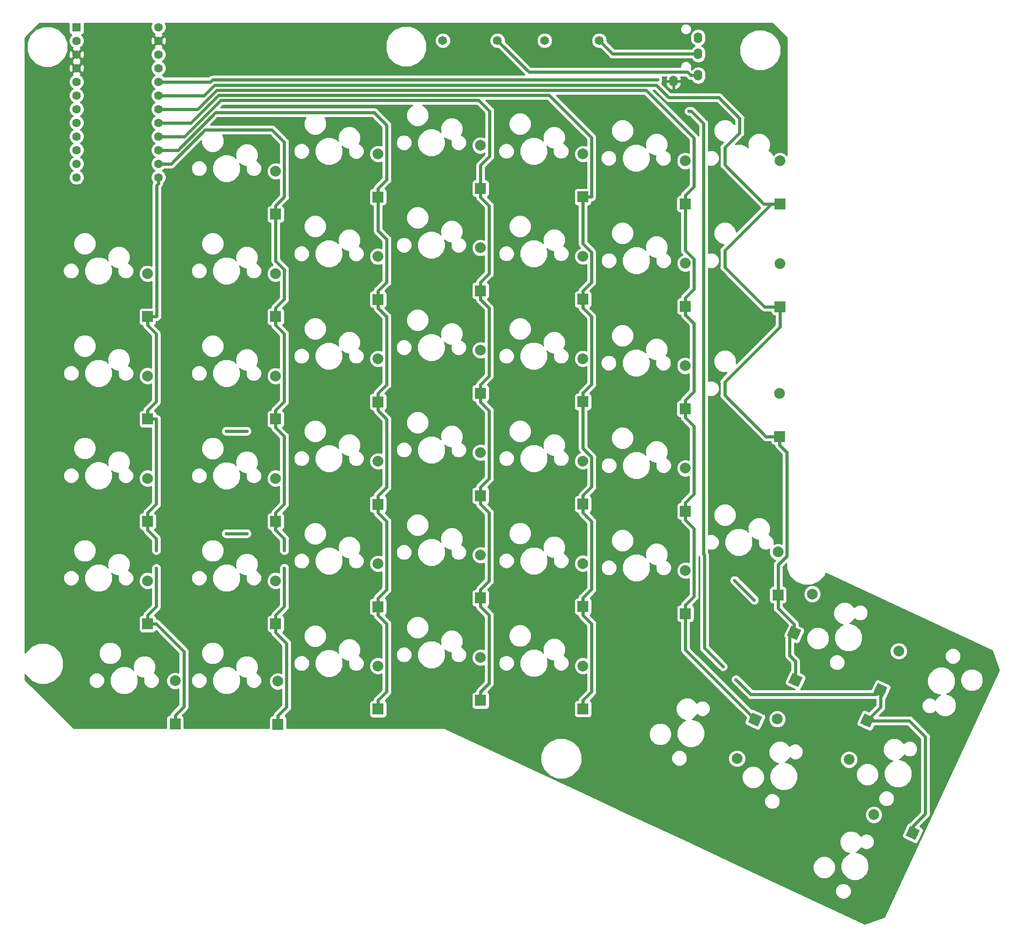
<source format=gbr>
G04 #@! TF.GenerationSoftware,KiCad,Pcbnew,(5.0.1)-3*
G04 #@! TF.CreationDate,2018-11-17T01:00:10-08:00*
G04 #@! TF.ProjectId,ErgoMaxLeft,4572676F4D61784C6566742E6B696361,rev?*
G04 #@! TF.SameCoordinates,Original*
G04 #@! TF.FileFunction,Copper,L2,Bot,Signal*
G04 #@! TF.FilePolarity,Positive*
%FSLAX46Y46*%
G04 Gerber Fmt 4.6, Leading zero omitted, Abs format (unit mm)*
G04 Created by KiCad (PCBNEW (5.0.1)-3) date 17/11/2018 01:00:10*
%MOMM*%
%LPD*%
G01*
G04 APERTURE LIST*
G04 #@! TA.AperFunction,ComponentPad*
%ADD10C,1.600000*%
G04 #@! TD*
G04 #@! TA.AperFunction,ComponentPad*
%ADD11R,1.600000X1.600000*%
G04 #@! TD*
G04 #@! TA.AperFunction,ComponentPad*
%ADD12O,1.600000X2.000000*%
G04 #@! TD*
G04 #@! TA.AperFunction,ComponentPad*
%ADD13R,2.000000X2.000000*%
G04 #@! TD*
G04 #@! TA.AperFunction,ComponentPad*
%ADD14C,2.000000*%
G04 #@! TD*
G04 #@! TA.AperFunction,Conductor*
%ADD15C,0.100000*%
G04 #@! TD*
G04 #@! TA.AperFunction,ComponentPad*
%ADD16C,1.651000*%
G04 #@! TD*
G04 #@! TA.AperFunction,ViaPad*
%ADD17C,0.609600*%
G04 #@! TD*
G04 #@! TA.AperFunction,Conductor*
%ADD18C,0.600000*%
G04 #@! TD*
G04 #@! TA.AperFunction,Conductor*
%ADD19C,0.254000*%
G04 #@! TD*
G04 APERTURE END LIST*
D10*
G04 #@! TO.P,U1,24*
G04 #@! TO.N,Net-(U1-Pad24)*
X135969660Y-37378640D03*
G04 #@! TO.P,U1,23*
G04 #@! TO.N,GND*
X135969660Y-39918640D03*
G04 #@! TO.P,U1,22*
G04 #@! TO.N,Net-(U1-Pad22)*
X135969660Y-42458640D03*
G04 #@! TO.P,U1,21*
G04 #@! TO.N,VCC*
X135969660Y-44998640D03*
G04 #@! TO.P,U1,20*
G04 #@! TO.N,/Col7*
X135969660Y-47538640D03*
G04 #@! TO.P,U1,19*
G04 #@! TO.N,/Col6*
X135969660Y-50078640D03*
G04 #@! TO.P,U1,18*
G04 #@! TO.N,/Col5*
X135969660Y-52618640D03*
G04 #@! TO.P,U1,17*
G04 #@! TO.N,/Col4*
X135969660Y-55158640D03*
G04 #@! TO.P,U1,16*
G04 #@! TO.N,/Col3*
X135969660Y-57698640D03*
G04 #@! TO.P,U1,15*
G04 #@! TO.N,/Col2*
X135969660Y-60238640D03*
G04 #@! TO.P,U1,14*
G04 #@! TO.N,/Col1*
X135969660Y-62778640D03*
G04 #@! TO.P,U1,13*
G04 #@! TO.N,/Col0*
X135969660Y-65318640D03*
G04 #@! TO.P,U1,12*
G04 #@! TO.N,/Row0*
X120729660Y-65318640D03*
G04 #@! TO.P,U1,11*
G04 #@! TO.N,/Row1*
X120729660Y-62778640D03*
G04 #@! TO.P,U1,10*
G04 #@! TO.N,/Row2*
X120729660Y-60238640D03*
G04 #@! TO.P,U1,9*
G04 #@! TO.N,/Row3*
X120729660Y-57698640D03*
G04 #@! TO.P,U1,8*
G04 #@! TO.N,/Row4*
X120729660Y-55158640D03*
G04 #@! TO.P,U1,7*
G04 #@! TO.N,/Row5*
X120729660Y-52618640D03*
G04 #@! TO.P,U1,6*
G04 #@! TO.N,SCL*
X120729660Y-50078640D03*
G04 #@! TO.P,U1,5*
G04 #@! TO.N,SDA*
X120729660Y-47538640D03*
G04 #@! TO.P,U1,4*
G04 #@! TO.N,GND*
X120729660Y-44998640D03*
G04 #@! TO.P,U1,3*
X120729660Y-42458640D03*
G04 #@! TO.P,U1,2*
G04 #@! TO.N,Net-(U1-Pad2)*
X120729660Y-39918640D03*
D11*
G04 #@! TO.P,U1,1*
G04 #@! TO.N,Net-(U1-Pad1)*
X120729660Y-37378640D03*
G04 #@! TD*
D12*
G04 #@! TO.P,J1,1*
G04 #@! TO.N,GND*
X231733060Y-47446740D03*
G04 #@! TO.P,J1,2*
G04 #@! TO.N,SDA*
X236333060Y-46346740D03*
G04 #@! TO.P,J1,4*
G04 #@! TO.N,VCC*
X236333060Y-39346740D03*
G04 #@! TO.P,J1,3*
G04 #@! TO.N,SCL*
X236333060Y-42346740D03*
G04 #@! TD*
D13*
G04 #@! TO.P,D25,1*
G04 #@! TO.N,/Col4*
X214904161Y-126089326D03*
D14*
G04 #@! TO.P,D25,2*
G04 #@! TO.N,Net-(D25-Pad2)*
X214904161Y-118089326D03*
G04 #@! TD*
G04 #@! TO.P,D26,2*
G04 #@! TO.N,Net-(D26-Pad2)*
X233954161Y-119400166D03*
D13*
G04 #@! TO.P,D26,1*
G04 #@! TO.N,/Col5*
X233954161Y-127400166D03*
G04 #@! TD*
D14*
G04 #@! TO.P,D27,1*
G04 #@! TO.N,/Col6*
X254161187Y-150040991D03*
D15*
G04 #@! TD*
G04 #@! TO.N,/Col6*
G04 #@! TO.C,D27*
G36*
X253677497Y-148712065D02*
X255490113Y-149557301D01*
X254644877Y-151369917D01*
X252832261Y-150524681D01*
X253677497Y-148712065D01*
X253677497Y-148712065D01*
G37*
D14*
G04 #@! TO.P,D27,2*
G04 #@! TO.N,Net-(D27-Pad2)*
X257542133Y-142790529D03*
G04 #@! TD*
G04 #@! TO.P,D28,2*
G04 #@! TO.N,Net-(D28-Pad2)*
X273607633Y-153420429D03*
G04 #@! TO.P,D28,1*
G04 #@! TO.N,/Col7*
X270226687Y-160670891D03*
D15*
G04 #@! TD*
G04 #@! TO.N,/Col7*
G04 #@! TO.C,D28*
G36*
X269742997Y-159341965D02*
X271555613Y-160187201D01*
X270710377Y-161999817D01*
X268897761Y-161154581D01*
X269742997Y-159341965D01*
X269742997Y-159341965D01*
G37*
D13*
G04 #@! TO.P,D29,1*
G04 #@! TO.N,/Col0*
X133944161Y-148339326D03*
D14*
G04 #@! TO.P,D29,2*
G04 #@! TO.N,Net-(D29-Pad2)*
X133944161Y-140339326D03*
G04 #@! TD*
G04 #@! TO.P,D30,2*
G04 #@! TO.N,Net-(D30-Pad2)*
X157754161Y-140339326D03*
D13*
G04 #@! TO.P,D30,1*
G04 #@! TO.N,/Col1*
X157754161Y-148339326D03*
G04 #@! TD*
G04 #@! TO.P,D31,1*
G04 #@! TO.N,/Col2*
X176804161Y-145159326D03*
D14*
G04 #@! TO.P,D31,2*
G04 #@! TO.N,Net-(D31-Pad2)*
X176804161Y-137159326D03*
G04 #@! TD*
G04 #@! TO.P,D32,2*
G04 #@! TO.N,Net-(D32-Pad2)*
X195854161Y-135549326D03*
D13*
G04 #@! TO.P,D32,1*
G04 #@! TO.N,/Col3*
X195854161Y-143549326D03*
G04 #@! TD*
G04 #@! TO.P,D33,1*
G04 #@! TO.N,/Col4*
X214904161Y-145129326D03*
D14*
G04 #@! TO.P,D33,2*
G04 #@! TO.N,Net-(D33-Pad2)*
X214904161Y-137129326D03*
G04 #@! TD*
G04 #@! TO.P,D34,2*
G04 #@! TO.N,Net-(D34-Pad2)*
X233954161Y-138429326D03*
D13*
G04 #@! TO.P,D34,1*
G04 #@! TO.N,/Col5*
X233954161Y-146429326D03*
G04 #@! TD*
G04 #@! TO.P,D12,1*
G04 #@! TO.N,/Col5*
X233954161Y-89302846D03*
D14*
G04 #@! TO.P,D12,2*
G04 #@! TO.N,Net-(D12-Pad2)*
X233954161Y-81302846D03*
G04 #@! TD*
G04 #@! TO.P,D36,2*
G04 #@! TO.N,Net-(D36-Pad2)*
X264364367Y-173596951D03*
G04 #@! TO.P,D36,1*
G04 #@! TO.N,/Col7*
X267745313Y-166346489D03*
D15*
G04 #@! TD*
G04 #@! TO.N,/Col7*
G04 #@! TO.C,D36*
G36*
X268229003Y-167675415D02*
X266416387Y-166830179D01*
X267261623Y-165017563D01*
X269074239Y-165862799D01*
X268229003Y-167675415D01*
X268229003Y-167675415D01*
G37*
D13*
G04 #@! TO.P,D37,1*
G04 #@! TO.N,/Col0*
X139060000Y-166950000D03*
D14*
G04 #@! TO.P,D37,2*
G04 #@! TO.N,Net-(D37-Pad2)*
X139060000Y-158950000D03*
G04 #@! TD*
G04 #@! TO.P,D38,2*
G04 #@! TO.N,Net-(D38-Pad2)*
X158180000Y-159030000D03*
D13*
G04 #@! TO.P,D38,1*
G04 #@! TO.N,/Col1*
X158180000Y-167030000D03*
G04 #@! TD*
G04 #@! TO.P,D39,1*
G04 #@! TO.N,/Col2*
X176804161Y-164189326D03*
D14*
G04 #@! TO.P,D39,2*
G04 #@! TO.N,Net-(D39-Pad2)*
X176804161Y-156189326D03*
G04 #@! TD*
G04 #@! TO.P,D40,2*
G04 #@! TO.N,Net-(D40-Pad2)*
X195854161Y-154589326D03*
D13*
G04 #@! TO.P,D40,1*
G04 #@! TO.N,/Col3*
X195854161Y-162589326D03*
G04 #@! TD*
G04 #@! TO.P,D41,1*
G04 #@! TO.N,/Col4*
X214904161Y-164169326D03*
D14*
G04 #@! TO.P,D41,2*
G04 #@! TO.N,Net-(D41-Pad2)*
X214904161Y-156169326D03*
G04 #@! TD*
G04 #@! TO.P,D42,2*
G04 #@! TO.N,Net-(D42-Pad2)*
X243539527Y-173395231D03*
G04 #@! TO.P,D42,1*
G04 #@! TO.N,/Col5*
X246920473Y-166144769D03*
D15*
G04 #@! TD*
G04 #@! TO.N,/Col5*
G04 #@! TO.C,D42*
G36*
X247404163Y-167473695D02*
X245591547Y-166628459D01*
X246436783Y-164815843D01*
X248249399Y-165661079D01*
X247404163Y-167473695D01*
X247404163Y-167473695D01*
G37*
D14*
G04 #@! TO.P,D43,1*
G04 #@! TO.N,/Col6*
X254415393Y-158789989D03*
D15*
G04 #@! TD*
G04 #@! TO.N,/Col6*
G04 #@! TO.C,D43*
G36*
X254899083Y-160118915D02*
X253086467Y-159273679D01*
X253931703Y-157461063D01*
X255744319Y-158306299D01*
X254899083Y-160118915D01*
X254899083Y-160118915D01*
G37*
D14*
G04 #@! TO.P,D43,2*
G04 #@! TO.N,Net-(D43-Pad2)*
X251034447Y-166040451D03*
G04 #@! TD*
G04 #@! TO.P,D44,2*
G04 #@! TO.N,Net-(D44-Pad2)*
X268972649Y-183848907D03*
G04 #@! TO.P,D44,1*
G04 #@! TO.N,/Col7*
X276223111Y-187229853D03*
D15*
G04 #@! TD*
G04 #@! TO.N,/Col7*
G04 #@! TO.C,D44*
G36*
X274894185Y-187713543D02*
X275739421Y-185900927D01*
X277552037Y-186746163D01*
X276706801Y-188558779D01*
X274894185Y-187713543D01*
X274894185Y-187713543D01*
G37*
D13*
G04 #@! TO.P,D22,1*
G04 #@! TO.N,/Col1*
X157745761Y-129301366D03*
D14*
G04 #@! TO.P,D22,2*
G04 #@! TO.N,Net-(D22-Pad2)*
X157745761Y-121301366D03*
G04 #@! TD*
G04 #@! TO.P,D35,2*
G04 #@! TO.N,Net-(D35-Pad2)*
X251180000Y-134990000D03*
D13*
G04 #@! TO.P,D35,1*
G04 #@! TO.N,/Col6*
X251180000Y-142990000D03*
G04 #@! TD*
G04 #@! TO.P,D2,1*
G04 #@! TO.N,/Col2*
X176794161Y-68966366D03*
D14*
G04 #@! TO.P,D2,2*
G04 #@! TO.N,Net-(D2-Pad2)*
X176794161Y-60966366D03*
G04 #@! TD*
G04 #@! TO.P,D3,2*
G04 #@! TO.N,Net-(D3-Pad2)*
X195834161Y-59368966D03*
D13*
G04 #@! TO.P,D3,1*
G04 #@! TO.N,/Col3*
X195834161Y-67368966D03*
G04 #@! TD*
G04 #@! TO.P,D4,1*
G04 #@! TO.N,/Col4*
X214874161Y-68952966D03*
D14*
G04 #@! TO.P,D4,2*
G04 #@! TO.N,Net-(D4-Pad2)*
X214874161Y-60952966D03*
G04 #@! TD*
G04 #@! TO.P,D5,2*
G04 #@! TO.N,Net-(D5-Pad2)*
X233911912Y-62252966D03*
D13*
G04 #@! TO.P,D5,1*
G04 #@! TO.N,/Col5*
X233911912Y-70252966D03*
G04 #@! TD*
G04 #@! TO.P,D6,1*
G04 #@! TO.N,/Col6*
X251559060Y-70235580D03*
D14*
G04 #@! TO.P,D6,2*
G04 #@! TO.N,Net-(D6-Pad2)*
X251559060Y-62235580D03*
G04 #@! TD*
G04 #@! TO.P,D7,2*
G04 #@! TO.N,Net-(D7-Pad2)*
X133935841Y-83209966D03*
D13*
G04 #@! TO.P,D7,1*
G04 #@! TO.N,/Col0*
X133935841Y-91209966D03*
G04 #@! TD*
G04 #@! TO.P,D8,1*
G04 #@! TO.N,/Col1*
X157741261Y-91209966D03*
D14*
G04 #@! TO.P,D8,2*
G04 #@! TO.N,Net-(D8-Pad2)*
X157741261Y-83209966D03*
G04 #@! TD*
G04 #@! TO.P,D9,2*
G04 #@! TO.N,Net-(D9-Pad2)*
X176791261Y-80019966D03*
D13*
G04 #@! TO.P,D9,1*
G04 #@! TO.N,/Col2*
X176791261Y-88019966D03*
G04 #@! TD*
G04 #@! TO.P,D10,1*
G04 #@! TO.N,/Col3*
X195836861Y-86414406D03*
D14*
G04 #@! TO.P,D10,2*
G04 #@! TO.N,Net-(D10-Pad2)*
X195836861Y-78414406D03*
G04 #@! TD*
G04 #@! TO.P,D23,2*
G04 #@! TO.N,Net-(D23-Pad2)*
X176804161Y-118109566D03*
D13*
G04 #@! TO.P,D23,1*
G04 #@! TO.N,/Col2*
X176804161Y-126109566D03*
G04 #@! TD*
G04 #@! TO.P,D24,1*
G04 #@! TO.N,/Col3*
X195854161Y-124506566D03*
D14*
G04 #@! TO.P,D24,2*
G04 #@! TO.N,Net-(D24-Pad2)*
X195854161Y-116506566D03*
G04 #@! TD*
G04 #@! TO.P,D13,2*
G04 #@! TO.N,Net-(D13-Pad2)*
X251513340Y-81379560D03*
D13*
G04 #@! TO.P,D13,1*
G04 #@! TO.N,/Col6*
X251513340Y-89379560D03*
G04 #@! TD*
G04 #@! TO.P,D14,1*
G04 #@! TO.N,/Col0*
X133939241Y-110253066D03*
D14*
G04 #@! TO.P,D14,2*
G04 #@! TO.N,Net-(D14-Pad2)*
X133939241Y-102253066D03*
G04 #@! TD*
G04 #@! TO.P,D15,2*
G04 #@! TO.N,Net-(D15-Pad2)*
X157740021Y-102262666D03*
D13*
G04 #@! TO.P,D15,1*
G04 #@! TO.N,/Col1*
X157740021Y-110262666D03*
G04 #@! TD*
G04 #@! TO.P,D16,1*
G04 #@! TO.N,/Col2*
X176788761Y-107061946D03*
D14*
G04 #@! TO.P,D16,2*
G04 #@! TO.N,Net-(D16-Pad2)*
X176788761Y-99061946D03*
G04 #@! TD*
G04 #@! TO.P,D17,2*
G04 #@! TO.N,Net-(D17-Pad2)*
X195833201Y-97458866D03*
D13*
G04 #@! TO.P,D17,1*
G04 #@! TO.N,/Col3*
X195833201Y-105458866D03*
G04 #@! TD*
G04 #@! TO.P,D18,1*
G04 #@! TO.N,/Col4*
X214878601Y-107044586D03*
D14*
G04 #@! TO.P,D18,2*
G04 #@! TO.N,Net-(D18-Pad2)*
X214878601Y-99044586D03*
G04 #@! TD*
G04 #@! TO.P,D19,2*
G04 #@! TO.N,Net-(D19-Pad2)*
X233911761Y-100355366D03*
D13*
G04 #@! TO.P,D19,1*
G04 #@! TO.N,/Col5*
X233911761Y-108355366D03*
G04 #@! TD*
G04 #@! TO.P,D20,1*
G04 #@! TO.N,/Col6*
X251472700Y-113501940D03*
D14*
G04 #@! TO.P,D20,2*
G04 #@! TO.N,Net-(D20-Pad2)*
X251472700Y-105501940D03*
G04 #@! TD*
G04 #@! TO.P,D21,2*
G04 #@! TO.N,Net-(D21-Pad2)*
X133949561Y-121293166D03*
D13*
G04 #@! TO.P,D21,1*
G04 #@! TO.N,/Col0*
X133949561Y-129293166D03*
G04 #@! TD*
G04 #@! TO.P,D11,1*
G04 #@! TO.N,/Col4*
X214878761Y-88006746D03*
D14*
G04 #@! TO.P,D11,2*
G04 #@! TO.N,Net-(D11-Pad2)*
X214878761Y-80006746D03*
G04 #@! TD*
G04 #@! TO.P,D1,2*
G04 #@! TO.N,Net-(D1-Pad2)*
X157744161Y-64172966D03*
D13*
G04 #@! TO.P,D1,1*
G04 #@! TO.N,/Col1*
X157744161Y-72172966D03*
G04 #@! TD*
D16*
G04 #@! TO.P,R1,2*
G04 #@! TO.N,VCC*
X207765920Y-39875460D03*
G04 #@! TO.P,R1,1*
G04 #@! TO.N,SCL*
X217925920Y-39875460D03*
G04 #@! TD*
G04 #@! TO.P,R2,2*
G04 #@! TO.N,VCC*
X188827680Y-39875460D03*
G04 #@! TO.P,R2,1*
G04 #@! TO.N,SDA*
X198987680Y-39875460D03*
G04 #@! TD*
D17*
G04 #@! TO.N,/Col1*
X159358962Y-134670800D03*
X159358962Y-137988040D03*
G04 #@! TO.N,/Col0*
X135548962Y-134680960D03*
X135548962Y-138000740D03*
G04 #@! TO.N,/Col7*
X228793040Y-47193200D03*
X234602020Y-53002180D03*
X240944400Y-156298900D03*
X243354860Y-158709360D03*
G04 #@! TO.N,/Row3*
X148562060Y-112510240D03*
X152364440Y-112510240D03*
X243094615Y-140266420D03*
X246742055Y-143913860D03*
G04 #@! TO.N,/Row4*
X148549360Y-131560000D03*
X152361900Y-131560000D03*
G04 #@! TD*
D18*
G04 #@! TO.N,/Col1*
X158080000Y-128930000D02*
X158080000Y-130097433D01*
X157741261Y-89609966D02*
X157741261Y-91209966D01*
X159346062Y-88005165D02*
X157741261Y-89609966D01*
X159346062Y-82439661D02*
X159346062Y-88005165D01*
X157744161Y-80837760D02*
X159346062Y-82439661D01*
X157744161Y-72172966D02*
X157744161Y-80837760D01*
X157740021Y-108662666D02*
X157740021Y-110262666D01*
X159344822Y-107057865D02*
X157740021Y-108662666D01*
X159344822Y-94413527D02*
X159344822Y-107057865D01*
X157741261Y-92809966D02*
X159344822Y-94413527D01*
X157741261Y-91209966D02*
X157741261Y-92809966D01*
X157754161Y-146739326D02*
X157754161Y-148339326D01*
X159358962Y-145134525D02*
X157754161Y-146739326D01*
X159358962Y-132514567D02*
X159358962Y-134670800D01*
X157745761Y-130901366D02*
X159358962Y-132514567D01*
X157745761Y-129301366D02*
X157745761Y-130901366D01*
X157745761Y-127701366D02*
X157745761Y-129301366D01*
X159350562Y-126096565D02*
X157745761Y-127701366D01*
X159350562Y-113473207D02*
X159350562Y-126096565D01*
X157740021Y-111862666D02*
X159350562Y-113473207D01*
X157740021Y-110262666D02*
X157740021Y-111862666D01*
X158180000Y-165430000D02*
X158180000Y-167030000D01*
X159784801Y-163825199D02*
X158180000Y-165430000D01*
X159784801Y-151969966D02*
X159784801Y-163825199D01*
X157754161Y-149939326D02*
X159784801Y-151969966D01*
X157754161Y-148339326D02*
X157754161Y-149939326D01*
X157744161Y-70572966D02*
X159359600Y-68957527D01*
X157744161Y-72172966D02*
X157744161Y-70572966D01*
X138348720Y-62778640D02*
X144633521Y-56493839D01*
X144633521Y-56493839D02*
X157077839Y-56493839D01*
X159348962Y-68946889D02*
X159359600Y-68957527D01*
X159348962Y-58764962D02*
X159348962Y-68946889D01*
X157077839Y-56493839D02*
X159348962Y-58764962D01*
X159358962Y-137988040D02*
X159358962Y-145134525D01*
X138348720Y-62778640D02*
X135969660Y-62778640D01*
G04 #@! TO.N,/Col2*
X176791261Y-86419966D02*
X176791261Y-88019966D01*
X178396062Y-84815165D02*
X176791261Y-86419966D01*
X178396062Y-76831548D02*
X178396062Y-84815165D01*
X176794161Y-75229647D02*
X178396062Y-76831548D01*
X176794161Y-68966366D02*
X176794161Y-75229647D01*
X176788761Y-105461946D02*
X176788761Y-107061946D01*
X178393562Y-103857145D02*
X176788761Y-105461946D01*
X178393562Y-91222267D02*
X178393562Y-103857145D01*
X176791261Y-89619966D02*
X178393562Y-91222267D01*
X176791261Y-88019966D02*
X176791261Y-89619966D01*
X176804161Y-124509566D02*
X176804161Y-126109566D01*
X178408962Y-122904765D02*
X176804161Y-124509566D01*
X178408962Y-110282147D02*
X178408962Y-122904765D01*
X176788761Y-108661946D02*
X178408962Y-110282147D01*
X176788761Y-107061946D02*
X176788761Y-108661946D01*
X176804161Y-143559326D02*
X176804161Y-145159326D01*
X178408962Y-141954525D02*
X176804161Y-143559326D01*
X178408962Y-129314367D02*
X178408962Y-141954525D01*
X176804161Y-127709566D02*
X178408962Y-129314367D01*
X176804161Y-126109566D02*
X176804161Y-127709566D01*
X176804161Y-162589326D02*
X176804161Y-164189326D01*
X178408962Y-160984525D02*
X176804161Y-162589326D01*
X178408962Y-148364127D02*
X178408962Y-160984525D01*
X176804161Y-146759326D02*
X178408962Y-148364127D01*
X176804161Y-145159326D02*
X176804161Y-146759326D01*
X176794161Y-68966366D02*
X176794161Y-67366366D01*
X178398962Y-65761565D02*
X178398962Y-55618380D01*
X176794161Y-67366366D02*
X178398962Y-65761565D01*
X176067821Y-53287239D02*
X146526941Y-53287239D01*
X178398962Y-55618380D02*
X176067821Y-53287239D01*
X146526941Y-53287239D02*
X139575540Y-60238640D01*
X139575540Y-60238640D02*
X135969660Y-60238640D01*
G04 #@! TO.N,/Col3*
X195854161Y-145149326D02*
X195854161Y-143549326D01*
X197458962Y-146754127D02*
X195854161Y-145149326D01*
X197458962Y-159384525D02*
X197458962Y-146754127D01*
X195854161Y-160989326D02*
X197458962Y-159384525D01*
X195854161Y-162589326D02*
X195854161Y-160989326D01*
X195854161Y-126106566D02*
X195854161Y-124506566D01*
X197458962Y-127711367D02*
X195854161Y-126106566D01*
X197458962Y-140344525D02*
X197458962Y-127711367D01*
X195854161Y-141949326D02*
X197458962Y-140344525D01*
X195854161Y-143549326D02*
X195854161Y-141949326D01*
X195833201Y-107058866D02*
X195833201Y-105458866D01*
X197458962Y-108684627D02*
X195833201Y-107058866D01*
X197458962Y-121301765D02*
X197458962Y-108684627D01*
X195854161Y-122906566D02*
X197458962Y-121301765D01*
X195854161Y-124506566D02*
X195854161Y-122906566D01*
X195836861Y-88014406D02*
X195836861Y-86414406D01*
X197438002Y-89615547D02*
X195836861Y-88014406D01*
X197438002Y-102254065D02*
X197438002Y-89615547D01*
X195833201Y-103858866D02*
X197438002Y-102254065D01*
X195833201Y-105458866D02*
X195833201Y-103858866D01*
X195834161Y-68968966D02*
X195834161Y-67368966D01*
X197441662Y-70576467D02*
X195834161Y-68968966D01*
X197441662Y-83209605D02*
X197441662Y-70576467D01*
X195836861Y-84814406D02*
X197441662Y-83209605D01*
X195836861Y-86414406D02*
X195836861Y-84814406D01*
X140792200Y-57698640D02*
X135969660Y-57698640D01*
X195834161Y-63096373D02*
X197528180Y-61402354D01*
X195834161Y-67368966D02*
X195834161Y-63096373D01*
X197528180Y-61402354D02*
X197528180Y-52959000D01*
X197528180Y-52959000D02*
X195498720Y-50929540D01*
X195498720Y-50929540D02*
X147561300Y-50929540D01*
X147561300Y-50929540D02*
X140792200Y-57698640D01*
G04 #@! TO.N,/Col4*
X214878761Y-86406746D02*
X214878761Y-88006746D01*
X216483562Y-84801945D02*
X214878761Y-86406746D01*
X216483562Y-79236441D02*
X216483562Y-84801945D01*
X214874161Y-77627040D02*
X216483562Y-79236441D01*
X214874161Y-68952966D02*
X214874161Y-77627040D01*
X214878601Y-105444586D02*
X214878601Y-107044586D01*
X216483402Y-103839785D02*
X214878601Y-105444586D01*
X216483402Y-91211387D02*
X216483402Y-103839785D01*
X214878761Y-89606746D02*
X216483402Y-91211387D01*
X214878761Y-88006746D02*
X214878761Y-89606746D01*
X214904161Y-124489326D02*
X214904161Y-126089326D01*
X216508962Y-122884525D02*
X214904161Y-124489326D01*
X216508962Y-117319021D02*
X216508962Y-122884525D01*
X214878601Y-115688660D02*
X216508962Y-117319021D01*
X214878601Y-107044586D02*
X214878601Y-115688660D01*
X214904161Y-143529326D02*
X214904161Y-145129326D01*
X216508962Y-141924525D02*
X214904161Y-143529326D01*
X216508962Y-129294127D02*
X216508962Y-141924525D01*
X214904161Y-127689326D02*
X216508962Y-129294127D01*
X214904161Y-126089326D02*
X214904161Y-127689326D01*
X214904161Y-162569326D02*
X214904161Y-164169326D01*
X216508962Y-160964525D02*
X214904161Y-162569326D01*
X216508962Y-148334127D02*
X216508962Y-160964525D01*
X214904161Y-146729326D02*
X216508962Y-148334127D01*
X214904161Y-145129326D02*
X214904161Y-146729326D01*
X214874161Y-68952966D02*
X216474161Y-68952966D01*
X216474161Y-68952966D02*
X216478962Y-68948165D01*
X208587182Y-49997360D02*
X216478962Y-57889140D01*
X147172680Y-49997360D02*
X208587182Y-49997360D01*
X142011400Y-55158640D02*
X147172680Y-49997360D01*
X216478962Y-68948165D02*
X216478962Y-57889140D01*
X142011400Y-55158640D02*
X135969660Y-55158640D01*
G04 #@! TO.N,/Col5*
X233954161Y-87702846D02*
X233954161Y-89302846D01*
X235558962Y-86098045D02*
X233954161Y-87702846D01*
X235558962Y-80532541D02*
X235558962Y-86098045D01*
X233911912Y-78885491D02*
X235558962Y-80532541D01*
X233911912Y-70252966D02*
X233911912Y-78885491D01*
X233911761Y-106755366D02*
X233911761Y-108355366D01*
X235516562Y-105150565D02*
X233911761Y-106755366D01*
X235516562Y-92465247D02*
X235516562Y-105150565D01*
X233954161Y-90902846D02*
X235516562Y-92465247D01*
X233954161Y-89302846D02*
X233954161Y-90902846D01*
X233954161Y-125800166D02*
X233954161Y-127400166D01*
X235558962Y-124195365D02*
X233954161Y-125800166D01*
X235558962Y-111602567D02*
X235558962Y-124195365D01*
X233911761Y-109955366D02*
X235558962Y-111602567D01*
X233911761Y-108355366D02*
X233911761Y-109955366D01*
X233954161Y-144829326D02*
X233954161Y-146429326D01*
X235558962Y-143224525D02*
X233954161Y-144829326D01*
X235558962Y-130604967D02*
X235558962Y-143224525D01*
X233954161Y-129000166D02*
X235558962Y-130604967D01*
X233954161Y-127400166D02*
X233954161Y-129000166D01*
X233954161Y-153178457D02*
X246920473Y-166144769D01*
X233954161Y-146429326D02*
X233954161Y-153178457D01*
X233911912Y-70252966D02*
X233911912Y-68652966D01*
X233911912Y-68652966D02*
X235516713Y-67048165D01*
X235516713Y-67048165D02*
X235516713Y-57972960D01*
X235516713Y-57972960D02*
X226619093Y-49075340D01*
X226619093Y-49075340D02*
X146786600Y-49075340D01*
X146786600Y-49075340D02*
X143243300Y-52618640D01*
X143243300Y-52618640D02*
X135969660Y-52618640D01*
G04 #@! TO.N,/Col6*
X251180000Y-143300604D02*
X251180000Y-142990000D01*
X249913340Y-89379560D02*
X251513340Y-89379560D01*
X248623180Y-89379560D02*
X249913340Y-89379560D01*
X241265109Y-82021489D02*
X248623180Y-89379560D01*
X241265109Y-78929531D02*
X241265109Y-82021489D01*
X249959060Y-70235580D02*
X241265109Y-78929531D01*
X251559060Y-70235580D02*
X249959060Y-70235580D01*
X241265109Y-103350091D02*
X241265109Y-105847549D01*
X251513340Y-89379560D02*
X251513340Y-93101860D01*
X251513340Y-93101860D02*
X241265109Y-103350091D01*
X248919500Y-113501940D02*
X251472700Y-113501940D01*
X241265109Y-105847549D02*
X248919500Y-113501940D01*
X251472700Y-115101940D02*
X251472700Y-113501940D01*
X252784801Y-116414041D02*
X251472700Y-115101940D01*
X252784801Y-135760305D02*
X252784801Y-116414041D01*
X251180000Y-137365106D02*
X252784801Y-135760305D01*
X251180000Y-142990000D02*
X251180000Y-137365106D01*
X248519500Y-70235580D02*
X241265109Y-62981189D01*
X251559060Y-70235580D02*
X248519500Y-70235580D01*
X146395440Y-48140620D02*
X144457420Y-50078640D01*
X241265109Y-62981189D02*
X241265109Y-59788637D01*
X241265109Y-59788637D02*
X244022880Y-57030866D01*
X240164620Y-50454560D02*
X244022880Y-54312820D01*
X230837740Y-50454560D02*
X240164620Y-50454560D01*
X228523800Y-48140620D02*
X230837740Y-50454560D01*
X244022880Y-57030866D02*
X244022880Y-54312820D01*
X228523800Y-48140620D02*
X146395440Y-48140620D01*
X144457420Y-50078640D02*
X135969660Y-50078640D01*
X254161187Y-148837614D02*
X254157480Y-148833907D01*
X254161187Y-150040991D02*
X254161187Y-148837614D01*
X254157480Y-148833907D02*
X254157480Y-148394420D01*
X251180000Y-145416940D02*
X251180000Y-142990000D01*
X254157480Y-148394420D02*
X251180000Y-145416940D01*
X253337990Y-150864188D02*
X253337990Y-154240570D01*
X254161187Y-150040991D02*
X253337990Y-150864188D01*
X254415393Y-155317973D02*
X254415393Y-158789989D01*
X253337990Y-154240570D02*
X254415393Y-155317973D01*
G04 #@! TO.N,/Col0*
X133949561Y-127693166D02*
X133949561Y-129293166D01*
X135554362Y-126088365D02*
X133949561Y-127693166D01*
X135554362Y-110268187D02*
X135554362Y-126088365D01*
X135539241Y-110253066D02*
X135554362Y-110268187D01*
X133939241Y-110253066D02*
X135539241Y-110253066D01*
X133944161Y-146739326D02*
X133944161Y-148339326D01*
X135548962Y-145134525D02*
X133944161Y-146739326D01*
X135548962Y-132492567D02*
X135548962Y-134680960D01*
X133949561Y-130893166D02*
X135548962Y-132492567D01*
X133949561Y-129293166D02*
X133949561Y-130893166D01*
X139060000Y-165350000D02*
X139060000Y-166950000D01*
X140664801Y-163745199D02*
X139060000Y-165350000D01*
X140664801Y-153459966D02*
X140664801Y-163745199D01*
X135544161Y-148339326D02*
X140664801Y-153459966D01*
X133944161Y-148339326D02*
X135544161Y-148339326D01*
X133935841Y-92809966D02*
X133935841Y-91209966D01*
X135544042Y-94418167D02*
X133935841Y-92809966D01*
X135544042Y-107048265D02*
X135544042Y-94418167D01*
X133939241Y-108653066D02*
X135544042Y-107048265D01*
X133939241Y-110253066D02*
X133939241Y-108653066D01*
X133935841Y-91209966D02*
X135535841Y-91209966D01*
X135535841Y-91209966D02*
X135641080Y-91104727D01*
X135548962Y-138000740D02*
X135548962Y-145134525D01*
X135641080Y-66778590D02*
X135641080Y-69486780D01*
X135969660Y-66450010D02*
X135641080Y-66778590D01*
X135969660Y-65318640D02*
X135969660Y-66450010D01*
X135641080Y-91104727D02*
X135641080Y-69486780D01*
X135641080Y-69486780D02*
X135641080Y-67790060D01*
G04 #@! TO.N,/Col7*
X269403490Y-161494088D02*
X270226687Y-160670891D01*
X246139588Y-161494088D02*
X269403490Y-161494088D01*
X237462060Y-152816560D02*
X240944400Y-156298900D01*
X237462060Y-135539480D02*
X237462060Y-152816560D01*
X237325199Y-135402619D02*
X237462060Y-135539480D01*
X145999200Y-47190660D02*
X145651220Y-47538640D01*
X228359448Y-47190660D02*
X145999200Y-47190660D01*
X228361988Y-47193200D02*
X228359448Y-47190660D01*
X228793040Y-47193200D02*
X228361988Y-47193200D01*
X237325199Y-55294307D02*
X237325199Y-55351680D01*
X235033072Y-53002180D02*
X237325199Y-55294307D01*
X234602020Y-53002180D02*
X235033072Y-53002180D01*
X237325199Y-55351680D02*
X237325199Y-135402619D01*
X243354860Y-158709360D02*
X246139588Y-161494088D01*
X145651220Y-47538640D02*
X135969660Y-47538640D01*
X270226687Y-163865115D02*
X267745313Y-166346489D01*
X270226687Y-160670891D02*
X270226687Y-163865115D01*
X276223111Y-186026476D02*
X276223111Y-187229853D01*
X268948690Y-166346489D02*
X268950579Y-166344600D01*
X268950579Y-166344600D02*
X275574760Y-166344600D01*
X267745313Y-166346489D02*
X268948690Y-166346489D01*
X275574760Y-166344600D02*
X278577040Y-169346880D01*
X278577040Y-169346880D02*
X278577040Y-183672547D01*
X278577040Y-183672547D02*
X276223111Y-186026476D01*
G04 #@! TO.N,/Row3*
X152364440Y-112510240D02*
X148562060Y-112510240D01*
X246742055Y-143913860D02*
X243094615Y-140266420D01*
G04 #@! TO.N,/Row4*
X152361900Y-131560000D02*
X148549360Y-131560000D01*
G04 #@! TO.N,SDA*
X234933060Y-46346740D02*
X236333060Y-46346740D01*
X234337861Y-45751541D02*
X234933060Y-46346740D01*
X199813179Y-40706100D02*
X204858620Y-45751541D01*
X199813179Y-40700959D02*
X199813179Y-40706100D01*
X198987680Y-39875460D02*
X199813179Y-40700959D01*
X204858620Y-45751541D02*
X234337861Y-45751541D01*
G04 #@! TO.N,SCL*
X218751419Y-40702359D02*
X220395800Y-42346740D01*
X218751419Y-40700959D02*
X218751419Y-40702359D01*
X217925920Y-39875460D02*
X218751419Y-40700959D01*
X220395800Y-42346740D02*
X236333060Y-42346740D01*
G04 #@! TD*
D19*
G04 #@! TO.N,GND*
G36*
X119282220Y-38178640D02*
X119331503Y-38426405D01*
X119471851Y-38636449D01*
X119681895Y-38776797D01*
X119815526Y-38803378D01*
X119513126Y-39105778D01*
X119294660Y-39633201D01*
X119294660Y-40204079D01*
X119513126Y-40731502D01*
X119916798Y-41135174D01*
X120030243Y-41182165D01*
X119975655Y-41204776D01*
X119901521Y-41450895D01*
X120729660Y-42279035D01*
X121557799Y-41450895D01*
X121483665Y-41204776D01*
X121425212Y-41183766D01*
X121542522Y-41135174D01*
X121946194Y-40731502D01*
X122164660Y-40204079D01*
X122164660Y-39701863D01*
X134522695Y-39701863D01*
X134549882Y-40272094D01*
X134715796Y-40672645D01*
X134961915Y-40746779D01*
X135790055Y-39918640D01*
X136149265Y-39918640D01*
X136977405Y-40746779D01*
X137223524Y-40672645D01*
X137387481Y-40216498D01*
X178179680Y-40216498D01*
X178179680Y-41737262D01*
X178761652Y-43142266D01*
X179836994Y-44217608D01*
X181241998Y-44799580D01*
X182762762Y-44799580D01*
X184167766Y-44217608D01*
X185243108Y-43142266D01*
X185825080Y-41737262D01*
X185825080Y-40216498D01*
X185563484Y-39584948D01*
X187367180Y-39584948D01*
X187367180Y-40165972D01*
X187589528Y-40702767D01*
X188000373Y-41113612D01*
X188537168Y-41335960D01*
X189118192Y-41335960D01*
X189654987Y-41113612D01*
X190065832Y-40702767D01*
X190288180Y-40165972D01*
X190288180Y-39584948D01*
X190065832Y-39048153D01*
X189654987Y-38637308D01*
X189118192Y-38414960D01*
X188537168Y-38414960D01*
X188000373Y-38637308D01*
X187589528Y-39048153D01*
X187367180Y-39584948D01*
X185563484Y-39584948D01*
X185243108Y-38811494D01*
X184167766Y-37736152D01*
X183696305Y-37540866D01*
X232998060Y-37540866D01*
X232998060Y-37952614D01*
X233155629Y-38333020D01*
X233446780Y-38624171D01*
X233827186Y-38781740D01*
X234238934Y-38781740D01*
X234619340Y-38624171D01*
X234910491Y-38333020D01*
X235068060Y-37952614D01*
X235068060Y-37540866D01*
X234910491Y-37160460D01*
X234619340Y-36869309D01*
X234238934Y-36711740D01*
X233827186Y-36711740D01*
X233446780Y-36869309D01*
X233155629Y-37160460D01*
X232998060Y-37540866D01*
X183696305Y-37540866D01*
X182762762Y-37154180D01*
X181241998Y-37154180D01*
X179836994Y-37736152D01*
X178761652Y-38811494D01*
X178179680Y-40216498D01*
X137387481Y-40216498D01*
X137416625Y-40135417D01*
X137389438Y-39565186D01*
X137223524Y-39164635D01*
X136977405Y-39090501D01*
X136149265Y-39918640D01*
X135790055Y-39918640D01*
X134961915Y-39090501D01*
X134715796Y-39164635D01*
X134522695Y-39701863D01*
X122164660Y-39701863D01*
X122164660Y-39633201D01*
X121946194Y-39105778D01*
X121643794Y-38803378D01*
X121777425Y-38776797D01*
X121987469Y-38636449D01*
X122127817Y-38426405D01*
X122177100Y-38178640D01*
X122177100Y-36675500D01*
X134707678Y-36675500D01*
X134534660Y-37093201D01*
X134534660Y-37664079D01*
X134753126Y-38191502D01*
X135156798Y-38595174D01*
X135270243Y-38642165D01*
X135215655Y-38664776D01*
X135141521Y-38910895D01*
X135969660Y-39739035D01*
X136797799Y-38910895D01*
X136723665Y-38664776D01*
X136665212Y-38643766D01*
X136782522Y-38595174D01*
X137186194Y-38191502D01*
X137404660Y-37664079D01*
X137404660Y-37093201D01*
X137231642Y-36675500D01*
X250137680Y-36675500D01*
X252823982Y-39366108D01*
X252824098Y-61188379D01*
X252485213Y-60849494D01*
X251884282Y-60600580D01*
X251233838Y-60600580D01*
X250632907Y-60849494D01*
X250312865Y-61169536D01*
X250198922Y-60894455D01*
X249781185Y-60476718D01*
X249475632Y-60350154D01*
X249780000Y-59615345D01*
X249780000Y-58775935D01*
X249458771Y-58000421D01*
X248865219Y-57406869D01*
X248089705Y-57085640D01*
X247250295Y-57085640D01*
X246474781Y-57406869D01*
X245881229Y-58000421D01*
X245560000Y-58775935D01*
X245560000Y-59615345D01*
X245636267Y-59799469D01*
X245346994Y-59510196D01*
X244382163Y-59110550D01*
X243337837Y-59110550D01*
X243214325Y-59161710D01*
X244618911Y-57757125D01*
X244696977Y-57704963D01*
X244903630Y-57395685D01*
X244957880Y-57122952D01*
X244957880Y-57122951D01*
X244976197Y-57030867D01*
X244957880Y-56938781D01*
X244957880Y-54404906D01*
X244976197Y-54312820D01*
X244903630Y-53948001D01*
X244828241Y-53835174D01*
X244696977Y-53638723D01*
X244618908Y-53586559D01*
X240890881Y-49858532D01*
X240838717Y-49780463D01*
X240529439Y-49573810D01*
X240256706Y-49519560D01*
X240164620Y-49501243D01*
X240072534Y-49519560D01*
X231225030Y-49519560D01*
X229510394Y-47804924D01*
X229515692Y-47799626D01*
X230301126Y-47799626D01*
X230468632Y-48335966D01*
X230828636Y-48767377D01*
X231326330Y-49028182D01*
X231384021Y-49038644D01*
X231606060Y-48916655D01*
X231606060Y-47573740D01*
X231860060Y-47573740D01*
X231860060Y-48916655D01*
X232082099Y-49038644D01*
X232139790Y-49028182D01*
X232637484Y-48767377D01*
X232997488Y-48335966D01*
X233164994Y-47799626D01*
X233012531Y-47573740D01*
X231860060Y-47573740D01*
X231606060Y-47573740D01*
X230453589Y-47573740D01*
X230301126Y-47799626D01*
X229515692Y-47799626D01*
X229589764Y-47725554D01*
X229635297Y-47615628D01*
X229673790Y-47558019D01*
X229687307Y-47490064D01*
X229732840Y-47380138D01*
X229732840Y-47261155D01*
X229746357Y-47193200D01*
X229732840Y-47125245D01*
X229732840Y-47006262D01*
X229687307Y-46896336D01*
X229673790Y-46828381D01*
X229635297Y-46770772D01*
X229600407Y-46686541D01*
X230428335Y-46686541D01*
X230301126Y-47093854D01*
X230453589Y-47319740D01*
X231606060Y-47319740D01*
X231606060Y-47299740D01*
X231860060Y-47299740D01*
X231860060Y-47319740D01*
X233012531Y-47319740D01*
X233164994Y-47093854D01*
X233037785Y-46686541D01*
X233950572Y-46686541D01*
X234206799Y-46942768D01*
X234258963Y-47020837D01*
X234568241Y-47227490D01*
X234840974Y-47281740D01*
X234840978Y-47281740D01*
X234933059Y-47300056D01*
X235025140Y-47281740D01*
X235098312Y-47281740D01*
X235298484Y-47581317D01*
X235773152Y-47898480D01*
X236333060Y-48009853D01*
X236892969Y-47898480D01*
X237367637Y-47581317D01*
X237684800Y-47106648D01*
X237768060Y-46688072D01*
X237768060Y-46005407D01*
X237684800Y-45586831D01*
X237367636Y-45112163D01*
X236892968Y-44795000D01*
X236333060Y-44683627D01*
X235773151Y-44795000D01*
X235298483Y-45112164D01*
X235187248Y-45278639D01*
X235064122Y-45155513D01*
X235014672Y-45081505D01*
X235068060Y-44952614D01*
X235068060Y-44540866D01*
X234910491Y-44160460D01*
X234619340Y-43869309D01*
X234238934Y-43711740D01*
X233827186Y-43711740D01*
X233446780Y-43869309D01*
X233155629Y-44160460D01*
X232998060Y-44540866D01*
X232998060Y-44816541D01*
X205245910Y-44816541D01*
X200549792Y-40120424D01*
X200539438Y-40104928D01*
X200487276Y-40026862D01*
X200448180Y-40000739D01*
X200448180Y-39584948D01*
X206305420Y-39584948D01*
X206305420Y-40165972D01*
X206527768Y-40702767D01*
X206938613Y-41113612D01*
X207475408Y-41335960D01*
X208056432Y-41335960D01*
X208593227Y-41113612D01*
X209004072Y-40702767D01*
X209226420Y-40165972D01*
X209226420Y-39584948D01*
X216465420Y-39584948D01*
X216465420Y-40165972D01*
X216687768Y-40702767D01*
X217098613Y-41113612D01*
X217635408Y-41335960D01*
X218050263Y-41335960D01*
X218077322Y-41376456D01*
X218155390Y-41428619D01*
X219669541Y-42942771D01*
X219721703Y-43020837D01*
X219799769Y-43072999D01*
X220030981Y-43227490D01*
X220395800Y-43300057D01*
X220487886Y-43281740D01*
X235098312Y-43281740D01*
X235298484Y-43581317D01*
X235773152Y-43898480D01*
X236333060Y-44009853D01*
X236892969Y-43898480D01*
X237367637Y-43581317D01*
X237684800Y-43106648D01*
X237768060Y-42688072D01*
X237768060Y-42005407D01*
X237684800Y-41586831D01*
X237367636Y-41112163D01*
X237035952Y-40890538D01*
X244022880Y-40890538D01*
X244022880Y-42411302D01*
X244604852Y-43816306D01*
X245680194Y-44891648D01*
X247085198Y-45473620D01*
X248605962Y-45473620D01*
X250010966Y-44891648D01*
X251086308Y-43816306D01*
X251668280Y-42411302D01*
X251668280Y-40890538D01*
X251086308Y-39485534D01*
X250010966Y-38410192D01*
X248605962Y-37828220D01*
X247085198Y-37828220D01*
X245680194Y-38410192D01*
X244604852Y-39485534D01*
X244022880Y-40890538D01*
X237035952Y-40890538D01*
X236970403Y-40846740D01*
X237367637Y-40581317D01*
X237684800Y-40106648D01*
X237768060Y-39688072D01*
X237768060Y-39005407D01*
X237684800Y-38586831D01*
X237367636Y-38112163D01*
X236892968Y-37795000D01*
X236333060Y-37683627D01*
X235773151Y-37795000D01*
X235298483Y-38112164D01*
X234981320Y-38586832D01*
X234898060Y-39005408D01*
X234898060Y-39688073D01*
X234981320Y-40106649D01*
X235298484Y-40581317D01*
X235695717Y-40846740D01*
X235298483Y-41112164D01*
X235098313Y-41411740D01*
X220783090Y-41411740D01*
X219480499Y-40109150D01*
X219477678Y-40104928D01*
X219425516Y-40026862D01*
X219386420Y-40000739D01*
X219386420Y-39584948D01*
X219164072Y-39048153D01*
X218753227Y-38637308D01*
X218216432Y-38414960D01*
X217635408Y-38414960D01*
X217098613Y-38637308D01*
X216687768Y-39048153D01*
X216465420Y-39584948D01*
X209226420Y-39584948D01*
X209004072Y-39048153D01*
X208593227Y-38637308D01*
X208056432Y-38414960D01*
X207475408Y-38414960D01*
X206938613Y-38637308D01*
X206527768Y-39048153D01*
X206305420Y-39584948D01*
X200448180Y-39584948D01*
X200225832Y-39048153D01*
X199814987Y-38637308D01*
X199278192Y-38414960D01*
X198697168Y-38414960D01*
X198160373Y-38637308D01*
X197749528Y-39048153D01*
X197527180Y-39584948D01*
X197527180Y-40165972D01*
X197749528Y-40702767D01*
X198160373Y-41113612D01*
X198697168Y-41335960D01*
X199109524Y-41335960D01*
X199139082Y-41380197D01*
X199217151Y-41432361D01*
X204040449Y-46255660D01*
X146091285Y-46255660D01*
X145999199Y-46237343D01*
X145846369Y-46267743D01*
X145634381Y-46309910D01*
X145325103Y-46516563D01*
X145272939Y-46594632D01*
X145263931Y-46603640D01*
X137064056Y-46603640D01*
X136782522Y-46322106D01*
X136653444Y-46268640D01*
X136782522Y-46215174D01*
X137186194Y-45811502D01*
X137404660Y-45284079D01*
X137404660Y-44713201D01*
X137186194Y-44185778D01*
X136782522Y-43782106D01*
X136653444Y-43728640D01*
X136782522Y-43675174D01*
X137186194Y-43271502D01*
X137404660Y-42744079D01*
X137404660Y-42173201D01*
X137186194Y-41645778D01*
X136782522Y-41242106D01*
X136669077Y-41195115D01*
X136723665Y-41172504D01*
X136797799Y-40926385D01*
X135969660Y-40098245D01*
X135141521Y-40926385D01*
X135215655Y-41172504D01*
X135274108Y-41193514D01*
X135156798Y-41242106D01*
X134753126Y-41645778D01*
X134534660Y-42173201D01*
X134534660Y-42744079D01*
X134753126Y-43271502D01*
X135156798Y-43675174D01*
X135285876Y-43728640D01*
X135156798Y-43782106D01*
X134753126Y-44185778D01*
X134534660Y-44713201D01*
X134534660Y-45284079D01*
X134753126Y-45811502D01*
X135156798Y-46215174D01*
X135285876Y-46268640D01*
X135156798Y-46322106D01*
X134753126Y-46725778D01*
X134534660Y-47253201D01*
X134534660Y-47824079D01*
X134753126Y-48351502D01*
X135156798Y-48755174D01*
X135285876Y-48808640D01*
X135156798Y-48862106D01*
X134753126Y-49265778D01*
X134534660Y-49793201D01*
X134534660Y-50364079D01*
X134753126Y-50891502D01*
X135156798Y-51295174D01*
X135285876Y-51348640D01*
X135156798Y-51402106D01*
X134753126Y-51805778D01*
X134534660Y-52333201D01*
X134534660Y-52904079D01*
X134753126Y-53431502D01*
X135156798Y-53835174D01*
X135285876Y-53888640D01*
X135156798Y-53942106D01*
X134753126Y-54345778D01*
X134534660Y-54873201D01*
X134534660Y-55444079D01*
X134753126Y-55971502D01*
X135156798Y-56375174D01*
X135285876Y-56428640D01*
X135156798Y-56482106D01*
X134753126Y-56885778D01*
X134534660Y-57413201D01*
X134534660Y-57984079D01*
X134753126Y-58511502D01*
X135156798Y-58915174D01*
X135285876Y-58968640D01*
X135156798Y-59022106D01*
X134753126Y-59425778D01*
X134534660Y-59953201D01*
X134534660Y-60524079D01*
X134753126Y-61051502D01*
X135156798Y-61455174D01*
X135285876Y-61508640D01*
X135156798Y-61562106D01*
X134753126Y-61965778D01*
X134534660Y-62493201D01*
X134534660Y-63064079D01*
X134753126Y-63591502D01*
X135156798Y-63995174D01*
X135285876Y-64048640D01*
X135156798Y-64102106D01*
X134753126Y-64505778D01*
X134534660Y-65033201D01*
X134534660Y-65604079D01*
X134753126Y-66131502D01*
X134870506Y-66248882D01*
X134790268Y-66368966D01*
X134760330Y-66413772D01*
X134687763Y-66778590D01*
X134706080Y-66870676D01*
X134706081Y-68220630D01*
X134706080Y-69578865D01*
X134706081Y-69578869D01*
X134706080Y-81759298D01*
X134261063Y-81574966D01*
X133610619Y-81574966D01*
X133009688Y-81823880D01*
X132549755Y-82283813D01*
X132300841Y-82884744D01*
X132300841Y-83535188D01*
X132549755Y-84136119D01*
X133009688Y-84596052D01*
X133610619Y-84844966D01*
X134261063Y-84844966D01*
X134706080Y-84660634D01*
X134706080Y-89562526D01*
X132935841Y-89562526D01*
X132688076Y-89611809D01*
X132478032Y-89752157D01*
X132337684Y-89962201D01*
X132288401Y-90209966D01*
X132288401Y-92209966D01*
X132337684Y-92457731D01*
X132478032Y-92667775D01*
X132688076Y-92808123D01*
X132935841Y-92857406D01*
X132991960Y-92857406D01*
X133040586Y-93101861D01*
X133055091Y-93174784D01*
X133261744Y-93484063D01*
X133339813Y-93536227D01*
X134609043Y-94805457D01*
X134609042Y-100760796D01*
X134264463Y-100618066D01*
X133614019Y-100618066D01*
X133013088Y-100866980D01*
X132553155Y-101326913D01*
X132304241Y-101927844D01*
X132304241Y-102578288D01*
X132553155Y-103179219D01*
X133013088Y-103639152D01*
X133614019Y-103888066D01*
X134264463Y-103888066D01*
X134609042Y-103745336D01*
X134609042Y-106660975D01*
X133343211Y-107926807D01*
X133265145Y-107978969D01*
X133212983Y-108057035D01*
X133212982Y-108057036D01*
X133058491Y-108288248D01*
X132995360Y-108605626D01*
X132939241Y-108605626D01*
X132691476Y-108654909D01*
X132481432Y-108795257D01*
X132341084Y-109005301D01*
X132291801Y-109253066D01*
X132291801Y-111253066D01*
X132341084Y-111500831D01*
X132481432Y-111710875D01*
X132691476Y-111851223D01*
X132939241Y-111900506D01*
X134619362Y-111900506D01*
X134619363Y-119800896D01*
X134274783Y-119658166D01*
X133624339Y-119658166D01*
X133023408Y-119907080D01*
X132563475Y-120367013D01*
X132314561Y-120967944D01*
X132314561Y-121618388D01*
X132563475Y-122219319D01*
X133023408Y-122679252D01*
X133624339Y-122928166D01*
X134274783Y-122928166D01*
X134619363Y-122785436D01*
X134619363Y-125701074D01*
X133353533Y-126966905D01*
X133275464Y-127019069D01*
X133211141Y-127115336D01*
X133068811Y-127328348D01*
X133005680Y-127645726D01*
X132949561Y-127645726D01*
X132701796Y-127695009D01*
X132491752Y-127835357D01*
X132351404Y-128045401D01*
X132302121Y-128293166D01*
X132302121Y-130293166D01*
X132351404Y-130540931D01*
X132491752Y-130750975D01*
X132701796Y-130891323D01*
X132949561Y-130940606D01*
X133005680Y-130940606D01*
X133068811Y-131257984D01*
X133223302Y-131489196D01*
X133275465Y-131567263D01*
X133353531Y-131619425D01*
X134613962Y-132879856D01*
X134613963Y-134482432D01*
X134609162Y-134494022D01*
X134609162Y-134867898D01*
X134654697Y-134977829D01*
X134668213Y-135045779D01*
X134706704Y-135103384D01*
X134752238Y-135213314D01*
X134836375Y-135297451D01*
X134874866Y-135355057D01*
X134932472Y-135393548D01*
X135016608Y-135477684D01*
X135126536Y-135523218D01*
X135184144Y-135561710D01*
X135252097Y-135575227D01*
X135362024Y-135620760D01*
X135481008Y-135620760D01*
X135548962Y-135634277D01*
X135616917Y-135620760D01*
X135735900Y-135620760D01*
X135845826Y-135575227D01*
X135913781Y-135561710D01*
X135971390Y-135523217D01*
X136081316Y-135477684D01*
X136165450Y-135393550D01*
X136223059Y-135355057D01*
X136261552Y-135297448D01*
X136345686Y-135213314D01*
X136391219Y-135103388D01*
X136429712Y-135045779D01*
X136443229Y-134977824D01*
X136488762Y-134867898D01*
X136488762Y-134494022D01*
X136483962Y-134482434D01*
X136483962Y-134320295D01*
X143960000Y-134320295D01*
X143960000Y-135159705D01*
X144281229Y-135935219D01*
X144874781Y-136528771D01*
X145650295Y-136850000D01*
X146489705Y-136850000D01*
X147265219Y-136528771D01*
X147858771Y-135935219D01*
X148180000Y-135159705D01*
X148180000Y-134320295D01*
X147858771Y-133544781D01*
X147265219Y-132951229D01*
X146489705Y-132630000D01*
X145650295Y-132630000D01*
X144874781Y-132951229D01*
X144281229Y-133544781D01*
X143960000Y-134320295D01*
X136483962Y-134320295D01*
X136483962Y-132584653D01*
X136502279Y-132492567D01*
X136429712Y-132127748D01*
X136384444Y-132060000D01*
X136223059Y-131818470D01*
X136144990Y-131766306D01*
X135938684Y-131560000D01*
X147596043Y-131560000D01*
X147609560Y-131627955D01*
X147609560Y-131746938D01*
X147655093Y-131856864D01*
X147668610Y-131924819D01*
X147707103Y-131982428D01*
X147752636Y-132092354D01*
X147836770Y-132176488D01*
X147875263Y-132234097D01*
X147932872Y-132272590D01*
X148017006Y-132356724D01*
X148126932Y-132402257D01*
X148184541Y-132440750D01*
X148252496Y-132454267D01*
X148362422Y-132499800D01*
X148736298Y-132499800D01*
X148747886Y-132495000D01*
X152163374Y-132495000D01*
X152174962Y-132499800D01*
X152548838Y-132499800D01*
X152658764Y-132454267D01*
X152726719Y-132440750D01*
X152784328Y-132402257D01*
X152894254Y-132356724D01*
X152978388Y-132272590D01*
X153035997Y-132234097D01*
X153074490Y-132176488D01*
X153158624Y-132092354D01*
X153204157Y-131982428D01*
X153242650Y-131924819D01*
X153256167Y-131856864D01*
X153301700Y-131746938D01*
X153301700Y-131627955D01*
X153315217Y-131560000D01*
X153301700Y-131492045D01*
X153301700Y-131373062D01*
X153256167Y-131263136D01*
X153242650Y-131195181D01*
X153204157Y-131137572D01*
X153158624Y-131027646D01*
X153074490Y-130943512D01*
X153035997Y-130885903D01*
X152978388Y-130847410D01*
X152894254Y-130763276D01*
X152784328Y-130717743D01*
X152726719Y-130679250D01*
X152658764Y-130665733D01*
X152548838Y-130620200D01*
X152174962Y-130620200D01*
X152163374Y-130625000D01*
X148747886Y-130625000D01*
X148736298Y-130620200D01*
X148362422Y-130620200D01*
X148252496Y-130665733D01*
X148184541Y-130679250D01*
X148126932Y-130717743D01*
X148017006Y-130763276D01*
X147932872Y-130847410D01*
X147875263Y-130885903D01*
X147836770Y-130943512D01*
X147752636Y-131027646D01*
X147707103Y-131137572D01*
X147668610Y-131195181D01*
X147655093Y-131263136D01*
X147609560Y-131373062D01*
X147609560Y-131492045D01*
X147596043Y-131560000D01*
X135938684Y-131560000D01*
X135240895Y-130862211D01*
X135407370Y-130750975D01*
X135547718Y-130540931D01*
X135597001Y-130293166D01*
X135597001Y-128293166D01*
X135547718Y-128045401D01*
X135407370Y-127835357D01*
X135240895Y-127724121D01*
X136150393Y-126814624D01*
X136228459Y-126762462D01*
X136435112Y-126453184D01*
X136489362Y-126180451D01*
X136489362Y-126180448D01*
X136507678Y-126088366D01*
X136489362Y-125996284D01*
X136489362Y-120486655D01*
X142036600Y-120486655D01*
X142036600Y-121077425D01*
X142262678Y-121623225D01*
X142680415Y-122040962D01*
X143226215Y-122267040D01*
X143816985Y-122267040D01*
X144362785Y-122040962D01*
X144780522Y-121623225D01*
X145006600Y-121077425D01*
X145006600Y-120486655D01*
X144912666Y-120259877D01*
X145976510Y-120259877D01*
X145976510Y-121304203D01*
X146376156Y-122269034D01*
X147114606Y-123007484D01*
X148079437Y-123407130D01*
X149123763Y-123407130D01*
X150088594Y-123007484D01*
X150827044Y-122269034D01*
X151226690Y-121304203D01*
X151226690Y-120259877D01*
X151072005Y-119886435D01*
X151216381Y-120030811D01*
X151991895Y-120352040D01*
X152252359Y-120352040D01*
X152196600Y-120486655D01*
X152196600Y-121077425D01*
X152422678Y-121623225D01*
X152840415Y-122040962D01*
X153386215Y-122267040D01*
X153976985Y-122267040D01*
X154522785Y-122040962D01*
X154940522Y-121623225D01*
X155166600Y-121077425D01*
X155166600Y-120486655D01*
X154940522Y-119940855D01*
X154522785Y-119523118D01*
X154217232Y-119396554D01*
X154521600Y-118661745D01*
X154521600Y-117822335D01*
X154200371Y-117046821D01*
X153606819Y-116453269D01*
X152831305Y-116132040D01*
X151991895Y-116132040D01*
X151216381Y-116453269D01*
X150622829Y-117046821D01*
X150301600Y-117822335D01*
X150301600Y-118661745D01*
X150377867Y-118845869D01*
X150088594Y-118556596D01*
X149123763Y-118156950D01*
X148079437Y-118156950D01*
X147114606Y-118556596D01*
X146376156Y-119295046D01*
X145976510Y-120259877D01*
X144912666Y-120259877D01*
X144780522Y-119940855D01*
X144362785Y-119523118D01*
X143816985Y-119297040D01*
X143226215Y-119297040D01*
X142680415Y-119523118D01*
X142262678Y-119940855D01*
X142036600Y-120486655D01*
X136489362Y-120486655D01*
X136489362Y-115282335D01*
X143951600Y-115282335D01*
X143951600Y-116121745D01*
X144272829Y-116897259D01*
X144866381Y-117490811D01*
X145641895Y-117812040D01*
X146481305Y-117812040D01*
X147256819Y-117490811D01*
X147850371Y-116897259D01*
X148171600Y-116121745D01*
X148171600Y-115282335D01*
X147850371Y-114506821D01*
X147256819Y-113913269D01*
X146481305Y-113592040D01*
X145641895Y-113592040D01*
X144866381Y-113913269D01*
X144272829Y-114506821D01*
X143951600Y-115282335D01*
X136489362Y-115282335D01*
X136489362Y-112510240D01*
X147608743Y-112510240D01*
X147622260Y-112578195D01*
X147622260Y-112697178D01*
X147667793Y-112807104D01*
X147681310Y-112875059D01*
X147719803Y-112932668D01*
X147765336Y-113042594D01*
X147849470Y-113126728D01*
X147887963Y-113184337D01*
X147945572Y-113222830D01*
X148029706Y-113306964D01*
X148139632Y-113352497D01*
X148197241Y-113390990D01*
X148265196Y-113404507D01*
X148375122Y-113450040D01*
X148748998Y-113450040D01*
X148760586Y-113445240D01*
X152165914Y-113445240D01*
X152177502Y-113450040D01*
X152551378Y-113450040D01*
X152661304Y-113404507D01*
X152729259Y-113390990D01*
X152786868Y-113352497D01*
X152896794Y-113306964D01*
X152980928Y-113222830D01*
X153038537Y-113184337D01*
X153077030Y-113126728D01*
X153161164Y-113042594D01*
X153206697Y-112932668D01*
X153245190Y-112875059D01*
X153258707Y-112807104D01*
X153304240Y-112697178D01*
X153304240Y-112578195D01*
X153317757Y-112510240D01*
X153304240Y-112442285D01*
X153304240Y-112323302D01*
X153258707Y-112213376D01*
X153245190Y-112145421D01*
X153206697Y-112087812D01*
X153161164Y-111977886D01*
X153077030Y-111893752D01*
X153038537Y-111836143D01*
X152980928Y-111797650D01*
X152896794Y-111713516D01*
X152786868Y-111667983D01*
X152729259Y-111629490D01*
X152661304Y-111615973D01*
X152551378Y-111570440D01*
X152177502Y-111570440D01*
X152165914Y-111575240D01*
X148760586Y-111575240D01*
X148748998Y-111570440D01*
X148375122Y-111570440D01*
X148265196Y-111615973D01*
X148197241Y-111629490D01*
X148139632Y-111667983D01*
X148029706Y-111713516D01*
X147945572Y-111797650D01*
X147887963Y-111836143D01*
X147849470Y-111893752D01*
X147765336Y-111977886D01*
X147719803Y-112087812D01*
X147681310Y-112145421D01*
X147667793Y-112213376D01*
X147622260Y-112323302D01*
X147622260Y-112442285D01*
X147608743Y-112510240D01*
X136489362Y-112510240D01*
X136489362Y-110360268D01*
X136507678Y-110268186D01*
X136489362Y-110176102D01*
X136489362Y-110176101D01*
X136435112Y-109903368D01*
X136228459Y-109594090D01*
X136219395Y-109588033D01*
X136213338Y-109578969D01*
X135904060Y-109372316D01*
X135631327Y-109318066D01*
X135586681Y-109309185D01*
X135586681Y-109253066D01*
X135537398Y-109005301D01*
X135397050Y-108795257D01*
X135230575Y-108684021D01*
X136140073Y-107774524D01*
X136218139Y-107722362D01*
X136424792Y-107413084D01*
X136479042Y-107140351D01*
X136479042Y-107140348D01*
X136497358Y-107048266D01*
X136479042Y-106956184D01*
X136479042Y-101447955D01*
X142030860Y-101447955D01*
X142030860Y-102038725D01*
X142256938Y-102584525D01*
X142674675Y-103002262D01*
X143220475Y-103228340D01*
X143811245Y-103228340D01*
X144357045Y-103002262D01*
X144774782Y-102584525D01*
X145000860Y-102038725D01*
X145000860Y-101447955D01*
X144906926Y-101221177D01*
X145970770Y-101221177D01*
X145970770Y-102265503D01*
X146370416Y-103230334D01*
X147108866Y-103968784D01*
X148073697Y-104368430D01*
X149118023Y-104368430D01*
X150082854Y-103968784D01*
X150821304Y-103230334D01*
X151220950Y-102265503D01*
X151220950Y-101221177D01*
X151066265Y-100847735D01*
X151210641Y-100992111D01*
X151986155Y-101313340D01*
X152246619Y-101313340D01*
X152190860Y-101447955D01*
X152190860Y-102038725D01*
X152416938Y-102584525D01*
X152834675Y-103002262D01*
X153380475Y-103228340D01*
X153971245Y-103228340D01*
X154517045Y-103002262D01*
X154934782Y-102584525D01*
X155160860Y-102038725D01*
X155160860Y-101447955D01*
X154934782Y-100902155D01*
X154517045Y-100484418D01*
X154211492Y-100357854D01*
X154515860Y-99623045D01*
X154515860Y-98783635D01*
X154194631Y-98008121D01*
X153601079Y-97414569D01*
X152825565Y-97093340D01*
X151986155Y-97093340D01*
X151210641Y-97414569D01*
X150617089Y-98008121D01*
X150295860Y-98783635D01*
X150295860Y-99623045D01*
X150372127Y-99807169D01*
X150082854Y-99517896D01*
X149118023Y-99118250D01*
X148073697Y-99118250D01*
X147108866Y-99517896D01*
X146370416Y-100256346D01*
X145970770Y-101221177D01*
X144906926Y-101221177D01*
X144774782Y-100902155D01*
X144357045Y-100484418D01*
X143811245Y-100258340D01*
X143220475Y-100258340D01*
X142674675Y-100484418D01*
X142256938Y-100902155D01*
X142030860Y-101447955D01*
X136479042Y-101447955D01*
X136479042Y-96243635D01*
X143945860Y-96243635D01*
X143945860Y-97083045D01*
X144267089Y-97858559D01*
X144860641Y-98452111D01*
X145636155Y-98773340D01*
X146475565Y-98773340D01*
X147251079Y-98452111D01*
X147844631Y-97858559D01*
X148165860Y-97083045D01*
X148165860Y-96243635D01*
X147844631Y-95468121D01*
X147251079Y-94874569D01*
X146475565Y-94553340D01*
X145636155Y-94553340D01*
X144860641Y-94874569D01*
X144267089Y-95468121D01*
X143945860Y-96243635D01*
X136479042Y-96243635D01*
X136479042Y-94510253D01*
X136497359Y-94418167D01*
X136424792Y-94053348D01*
X136368793Y-93969540D01*
X136218139Y-93744070D01*
X136140070Y-93691906D01*
X135227175Y-92779011D01*
X135393650Y-92667775D01*
X135533998Y-92457731D01*
X135583281Y-92209966D01*
X135583281Y-92153847D01*
X135627927Y-92144966D01*
X135900660Y-92090716D01*
X136209938Y-91884063D01*
X136252091Y-91820977D01*
X136315177Y-91778824D01*
X136521830Y-91469546D01*
X136576080Y-91196813D01*
X136576080Y-91196808D01*
X136594396Y-91104728D01*
X136576080Y-91012647D01*
X136576080Y-82395255D01*
X142032100Y-82395255D01*
X142032100Y-82986025D01*
X142258178Y-83531825D01*
X142675915Y-83949562D01*
X143221715Y-84175640D01*
X143812485Y-84175640D01*
X144358285Y-83949562D01*
X144776022Y-83531825D01*
X145002100Y-82986025D01*
X145002100Y-82395255D01*
X144908166Y-82168477D01*
X145972010Y-82168477D01*
X145972010Y-83212803D01*
X146371656Y-84177634D01*
X147110106Y-84916084D01*
X148074937Y-85315730D01*
X149119263Y-85315730D01*
X150084094Y-84916084D01*
X150822544Y-84177634D01*
X151222190Y-83212803D01*
X151222190Y-82168477D01*
X151067505Y-81795035D01*
X151211881Y-81939411D01*
X151987395Y-82260640D01*
X152247859Y-82260640D01*
X152192100Y-82395255D01*
X152192100Y-82986025D01*
X152418178Y-83531825D01*
X152835915Y-83949562D01*
X153381715Y-84175640D01*
X153972485Y-84175640D01*
X154518285Y-83949562D01*
X154936022Y-83531825D01*
X155162100Y-82986025D01*
X155162100Y-82395255D01*
X154936022Y-81849455D01*
X154518285Y-81431718D01*
X154212732Y-81305154D01*
X154517100Y-80570345D01*
X154517100Y-79730935D01*
X154195871Y-78955421D01*
X153602319Y-78361869D01*
X152826805Y-78040640D01*
X151987395Y-78040640D01*
X151211881Y-78361869D01*
X150618329Y-78955421D01*
X150297100Y-79730935D01*
X150297100Y-80570345D01*
X150373367Y-80754469D01*
X150084094Y-80465196D01*
X149119263Y-80065550D01*
X148074937Y-80065550D01*
X147110106Y-80465196D01*
X146371656Y-81203646D01*
X145972010Y-82168477D01*
X144908166Y-82168477D01*
X144776022Y-81849455D01*
X144358285Y-81431718D01*
X143812485Y-81205640D01*
X143221715Y-81205640D01*
X142675915Y-81431718D01*
X142258178Y-81849455D01*
X142032100Y-82395255D01*
X136576080Y-82395255D01*
X136576080Y-77190935D01*
X143947100Y-77190935D01*
X143947100Y-78030345D01*
X144268329Y-78805859D01*
X144861881Y-79399411D01*
X145637395Y-79720640D01*
X146476805Y-79720640D01*
X147252319Y-79399411D01*
X147845871Y-78805859D01*
X148167100Y-78030345D01*
X148167100Y-77190935D01*
X147845871Y-76415421D01*
X147252319Y-75821869D01*
X146476805Y-75500640D01*
X145637395Y-75500640D01*
X144861881Y-75821869D01*
X144268329Y-76415421D01*
X143947100Y-77190935D01*
X136576080Y-77190935D01*
X136576080Y-67169327D01*
X136643757Y-67124107D01*
X136850410Y-66814829D01*
X136904660Y-66542096D01*
X136904660Y-66542093D01*
X136922976Y-66450011D01*
X136913803Y-66403893D01*
X137186194Y-66131502D01*
X137404660Y-65604079D01*
X137404660Y-65033201D01*
X137186194Y-64505778D01*
X136782522Y-64102106D01*
X136653444Y-64048640D01*
X136782522Y-63995174D01*
X137064056Y-63713640D01*
X138256634Y-63713640D01*
X138348720Y-63731957D01*
X138440806Y-63713640D01*
X138713539Y-63659390D01*
X139022817Y-63452737D01*
X139074981Y-63374668D01*
X139091394Y-63358255D01*
X142035000Y-63358255D01*
X142035000Y-63949025D01*
X142261078Y-64494825D01*
X142678815Y-64912562D01*
X143224615Y-65138640D01*
X143815385Y-65138640D01*
X144361185Y-64912562D01*
X144778922Y-64494825D01*
X145005000Y-63949025D01*
X145005000Y-63358255D01*
X144911066Y-63131477D01*
X145974910Y-63131477D01*
X145974910Y-64175803D01*
X146374556Y-65140634D01*
X147113006Y-65879084D01*
X148077837Y-66278730D01*
X149122163Y-66278730D01*
X150086994Y-65879084D01*
X150825444Y-65140634D01*
X151225090Y-64175803D01*
X151225090Y-63131477D01*
X151070405Y-62758035D01*
X151214781Y-62902411D01*
X151990295Y-63223640D01*
X152250759Y-63223640D01*
X152195000Y-63358255D01*
X152195000Y-63949025D01*
X152421078Y-64494825D01*
X152838815Y-64912562D01*
X153384615Y-65138640D01*
X153975385Y-65138640D01*
X154521185Y-64912562D01*
X154938922Y-64494825D01*
X155165000Y-63949025D01*
X155165000Y-63358255D01*
X154938922Y-62812455D01*
X154521185Y-62394718D01*
X154215632Y-62268154D01*
X154520000Y-61533345D01*
X154520000Y-60693935D01*
X154198771Y-59918421D01*
X153605219Y-59324869D01*
X152829705Y-59003640D01*
X151990295Y-59003640D01*
X151214781Y-59324869D01*
X150621229Y-59918421D01*
X150300000Y-60693935D01*
X150300000Y-61533345D01*
X150376267Y-61717469D01*
X150086994Y-61428196D01*
X149122163Y-61028550D01*
X148077837Y-61028550D01*
X147113006Y-61428196D01*
X146374556Y-62166646D01*
X145974910Y-63131477D01*
X144911066Y-63131477D01*
X144778922Y-62812455D01*
X144361185Y-62394718D01*
X143815385Y-62168640D01*
X143224615Y-62168640D01*
X142678815Y-62394718D01*
X142261078Y-62812455D01*
X142035000Y-63358255D01*
X139091394Y-63358255D01*
X143950000Y-58499650D01*
X143950000Y-58993345D01*
X144271229Y-59768859D01*
X144864781Y-60362411D01*
X145640295Y-60683640D01*
X146479705Y-60683640D01*
X147255219Y-60362411D01*
X147848771Y-59768859D01*
X148170000Y-58993345D01*
X148170000Y-58153935D01*
X147869655Y-57428839D01*
X156690550Y-57428839D01*
X158413962Y-59152252D01*
X158413962Y-62680696D01*
X158069383Y-62537966D01*
X157418939Y-62537966D01*
X156818008Y-62786880D01*
X156358075Y-63246813D01*
X156109161Y-63847744D01*
X156109161Y-64498188D01*
X156358075Y-65099119D01*
X156818008Y-65559052D01*
X157418939Y-65807966D01*
X158069383Y-65807966D01*
X158413963Y-65665236D01*
X158413963Y-68580874D01*
X157148131Y-69846707D01*
X157070065Y-69898869D01*
X157017903Y-69976935D01*
X157017902Y-69976936D01*
X156863411Y-70208148D01*
X156800280Y-70525526D01*
X156744161Y-70525526D01*
X156496396Y-70574809D01*
X156286352Y-70715157D01*
X156146004Y-70925201D01*
X156096721Y-71172966D01*
X156096721Y-73172966D01*
X156146004Y-73420731D01*
X156286352Y-73630775D01*
X156496396Y-73771123D01*
X156744161Y-73820406D01*
X156809161Y-73820406D01*
X156809162Y-80745670D01*
X156790844Y-80837760D01*
X156863411Y-81202578D01*
X157016518Y-81431718D01*
X157070065Y-81511857D01*
X157148131Y-81564019D01*
X157234340Y-81650228D01*
X156815108Y-81823880D01*
X156355175Y-82283813D01*
X156106261Y-82884744D01*
X156106261Y-83535188D01*
X156355175Y-84136119D01*
X156815108Y-84596052D01*
X157416039Y-84844966D01*
X158066483Y-84844966D01*
X158411062Y-84702236D01*
X158411063Y-87617874D01*
X157145233Y-88883705D01*
X157067164Y-88935869D01*
X156883488Y-89210760D01*
X156860511Y-89245148D01*
X156797380Y-89562526D01*
X156741261Y-89562526D01*
X156493496Y-89611809D01*
X156283452Y-89752157D01*
X156143104Y-89962201D01*
X156093821Y-90209966D01*
X156093821Y-92209966D01*
X156143104Y-92457731D01*
X156283452Y-92667775D01*
X156493496Y-92808123D01*
X156741261Y-92857406D01*
X156797380Y-92857406D01*
X156860511Y-93174784D01*
X156873315Y-93193946D01*
X157067165Y-93484063D01*
X157145231Y-93536225D01*
X158409822Y-94800817D01*
X158409823Y-100770396D01*
X158065243Y-100627666D01*
X157414799Y-100627666D01*
X156813868Y-100876580D01*
X156353935Y-101336513D01*
X156105021Y-101937444D01*
X156105021Y-102587888D01*
X156353935Y-103188819D01*
X156813868Y-103648752D01*
X157414799Y-103897666D01*
X158065243Y-103897666D01*
X158409823Y-103754936D01*
X158409823Y-106670574D01*
X157143993Y-107936405D01*
X157065924Y-107988569D01*
X156862944Y-108292351D01*
X156859271Y-108297848D01*
X156796140Y-108615226D01*
X156740021Y-108615226D01*
X156492256Y-108664509D01*
X156282212Y-108804857D01*
X156141864Y-109014901D01*
X156092581Y-109262666D01*
X156092581Y-111262666D01*
X156141864Y-111510431D01*
X156282212Y-111720475D01*
X156492256Y-111860823D01*
X156740021Y-111910106D01*
X156796140Y-111910106D01*
X156859271Y-112227484D01*
X156923295Y-112323302D01*
X157065925Y-112536763D01*
X157143991Y-112588925D01*
X158415562Y-113860497D01*
X158415563Y-119809096D01*
X158070983Y-119666366D01*
X157420539Y-119666366D01*
X156819608Y-119915280D01*
X156359675Y-120375213D01*
X156110761Y-120976144D01*
X156110761Y-121626588D01*
X156359675Y-122227519D01*
X156819608Y-122687452D01*
X157420539Y-122936366D01*
X158070983Y-122936366D01*
X158415563Y-122793636D01*
X158415563Y-125709274D01*
X157149733Y-126975105D01*
X157071664Y-127027269D01*
X157012820Y-127115336D01*
X156865011Y-127336548D01*
X156801880Y-127653926D01*
X156745761Y-127653926D01*
X156497996Y-127703209D01*
X156287952Y-127843557D01*
X156147604Y-128053601D01*
X156098321Y-128301366D01*
X156098321Y-130301366D01*
X156147604Y-130549131D01*
X156287952Y-130759175D01*
X156497996Y-130899523D01*
X156745761Y-130948806D01*
X156801880Y-130948806D01*
X156865011Y-131266184D01*
X157014023Y-131489196D01*
X157071665Y-131575463D01*
X157149731Y-131627625D01*
X158423962Y-132901857D01*
X158423963Y-134472272D01*
X158419162Y-134483862D01*
X158419162Y-134857738D01*
X158464697Y-134967669D01*
X158478213Y-135035619D01*
X158516704Y-135093224D01*
X158562238Y-135203154D01*
X158646375Y-135287291D01*
X158684866Y-135344897D01*
X158742472Y-135383388D01*
X158826608Y-135467524D01*
X158936536Y-135513058D01*
X158994144Y-135551550D01*
X159062097Y-135565067D01*
X159172024Y-135610600D01*
X159291008Y-135610600D01*
X159358962Y-135624117D01*
X159426917Y-135610600D01*
X159545900Y-135610600D01*
X159655826Y-135565067D01*
X159723781Y-135551550D01*
X159781390Y-135513057D01*
X159891316Y-135467524D01*
X159975450Y-135383390D01*
X160033059Y-135344897D01*
X160071552Y-135287288D01*
X160155686Y-135203154D01*
X160201219Y-135093228D01*
X160239712Y-135035619D01*
X160253229Y-134967664D01*
X160298762Y-134857738D01*
X160298762Y-134483862D01*
X160293962Y-134472274D01*
X160293962Y-132606653D01*
X160312279Y-132514567D01*
X160239712Y-132149748D01*
X160112926Y-131960000D01*
X160033059Y-131840470D01*
X159954993Y-131788308D01*
X159306980Y-131140295D01*
X163010000Y-131140295D01*
X163010000Y-131979705D01*
X163331229Y-132755219D01*
X163924781Y-133348771D01*
X164700295Y-133670000D01*
X165539705Y-133670000D01*
X166315219Y-133348771D01*
X166908771Y-132755219D01*
X167230000Y-131979705D01*
X167230000Y-131140295D01*
X166908771Y-130364781D01*
X166315219Y-129771229D01*
X165539705Y-129450000D01*
X164700295Y-129450000D01*
X163924781Y-129771229D01*
X163331229Y-130364781D01*
X163010000Y-131140295D01*
X159306980Y-131140295D01*
X159037095Y-130870411D01*
X159203570Y-130759175D01*
X159343918Y-130549131D01*
X159393201Y-130301366D01*
X159393201Y-128301366D01*
X159343918Y-128053601D01*
X159203570Y-127843557D01*
X159037095Y-127732321D01*
X159946593Y-126822824D01*
X160024659Y-126770662D01*
X160231312Y-126461384D01*
X160285562Y-126188651D01*
X160285562Y-126188648D01*
X160303878Y-126096566D01*
X160285562Y-126004484D01*
X160285562Y-117294855D01*
X161095000Y-117294855D01*
X161095000Y-117885625D01*
X161321078Y-118431425D01*
X161738815Y-118849162D01*
X162284615Y-119075240D01*
X162875385Y-119075240D01*
X163421185Y-118849162D01*
X163838922Y-118431425D01*
X164065000Y-117885625D01*
X164065000Y-117294855D01*
X163971066Y-117068077D01*
X165034910Y-117068077D01*
X165034910Y-118112403D01*
X165434556Y-119077234D01*
X166173006Y-119815684D01*
X167137837Y-120215330D01*
X168182163Y-120215330D01*
X169146994Y-119815684D01*
X169885444Y-119077234D01*
X170285090Y-118112403D01*
X170285090Y-117068077D01*
X170130405Y-116694635D01*
X170274781Y-116839011D01*
X171050295Y-117160240D01*
X171310759Y-117160240D01*
X171255000Y-117294855D01*
X171255000Y-117885625D01*
X171481078Y-118431425D01*
X171898815Y-118849162D01*
X172444615Y-119075240D01*
X173035385Y-119075240D01*
X173581185Y-118849162D01*
X173998922Y-118431425D01*
X174225000Y-117885625D01*
X174225000Y-117294855D01*
X173998922Y-116749055D01*
X173581185Y-116331318D01*
X173275632Y-116204754D01*
X173580000Y-115469945D01*
X173580000Y-114630535D01*
X173258771Y-113855021D01*
X172665219Y-113261469D01*
X171889705Y-112940240D01*
X171050295Y-112940240D01*
X170274781Y-113261469D01*
X169681229Y-113855021D01*
X169360000Y-114630535D01*
X169360000Y-115469945D01*
X169436267Y-115654069D01*
X169146994Y-115364796D01*
X168182163Y-114965150D01*
X167137837Y-114965150D01*
X166173006Y-115364796D01*
X165434556Y-116103246D01*
X165034910Y-117068077D01*
X163971066Y-117068077D01*
X163838922Y-116749055D01*
X163421185Y-116331318D01*
X162875385Y-116105240D01*
X162284615Y-116105240D01*
X161738815Y-116331318D01*
X161321078Y-116749055D01*
X161095000Y-117294855D01*
X160285562Y-117294855D01*
X160285562Y-113565293D01*
X160303879Y-113473207D01*
X160231312Y-113108388D01*
X160076821Y-112877176D01*
X160024659Y-112799110D01*
X159946593Y-112746948D01*
X159290180Y-112090535D01*
X163010000Y-112090535D01*
X163010000Y-112929945D01*
X163331229Y-113705459D01*
X163924781Y-114299011D01*
X164700295Y-114620240D01*
X165539705Y-114620240D01*
X166315219Y-114299011D01*
X166908771Y-113705459D01*
X167230000Y-112929945D01*
X167230000Y-112090535D01*
X166908771Y-111315021D01*
X166315219Y-110721469D01*
X165539705Y-110400240D01*
X164700295Y-110400240D01*
X163924781Y-110721469D01*
X163331229Y-111315021D01*
X163010000Y-112090535D01*
X159290180Y-112090535D01*
X159031355Y-111831711D01*
X159197830Y-111720475D01*
X159338178Y-111510431D01*
X159387461Y-111262666D01*
X159387461Y-109262666D01*
X159338178Y-109014901D01*
X159197830Y-108804857D01*
X159031355Y-108693621D01*
X159940853Y-107784124D01*
X160018919Y-107731962D01*
X160225572Y-107422684D01*
X160279822Y-107149951D01*
X160279822Y-107149948D01*
X160298138Y-107057866D01*
X160279822Y-106965784D01*
X160279822Y-98247235D01*
X161079600Y-98247235D01*
X161079600Y-98838005D01*
X161305678Y-99383805D01*
X161723415Y-99801542D01*
X162269215Y-100027620D01*
X162859985Y-100027620D01*
X163405785Y-99801542D01*
X163823522Y-99383805D01*
X164049600Y-98838005D01*
X164049600Y-98247235D01*
X163955666Y-98020457D01*
X165019510Y-98020457D01*
X165019510Y-99064783D01*
X165419156Y-100029614D01*
X166157606Y-100768064D01*
X167122437Y-101167710D01*
X168166763Y-101167710D01*
X169131594Y-100768064D01*
X169870044Y-100029614D01*
X170269690Y-99064783D01*
X170269690Y-98020457D01*
X170115005Y-97647015D01*
X170259381Y-97791391D01*
X171034895Y-98112620D01*
X171295359Y-98112620D01*
X171239600Y-98247235D01*
X171239600Y-98838005D01*
X171465678Y-99383805D01*
X171883415Y-99801542D01*
X172429215Y-100027620D01*
X173019985Y-100027620D01*
X173565785Y-99801542D01*
X173983522Y-99383805D01*
X174209600Y-98838005D01*
X174209600Y-98247235D01*
X173983522Y-97701435D01*
X173565785Y-97283698D01*
X173260232Y-97157134D01*
X173564600Y-96422325D01*
X173564600Y-95582915D01*
X173243371Y-94807401D01*
X172649819Y-94213849D01*
X171874305Y-93892620D01*
X171034895Y-93892620D01*
X170259381Y-94213849D01*
X169665829Y-94807401D01*
X169344600Y-95582915D01*
X169344600Y-96422325D01*
X169420867Y-96606449D01*
X169131594Y-96317176D01*
X168166763Y-95917530D01*
X167122437Y-95917530D01*
X166157606Y-96317176D01*
X165419156Y-97055626D01*
X165019510Y-98020457D01*
X163955666Y-98020457D01*
X163823522Y-97701435D01*
X163405785Y-97283698D01*
X162859985Y-97057620D01*
X162269215Y-97057620D01*
X161723415Y-97283698D01*
X161305678Y-97701435D01*
X161079600Y-98247235D01*
X160279822Y-98247235D01*
X160279822Y-94505613D01*
X160298139Y-94413527D01*
X160225572Y-94048708D01*
X160071081Y-93817496D01*
X160018919Y-93739430D01*
X159940853Y-93687268D01*
X159296500Y-93042915D01*
X162994600Y-93042915D01*
X162994600Y-93882325D01*
X163315829Y-94657839D01*
X163909381Y-95251391D01*
X164684895Y-95572620D01*
X165524305Y-95572620D01*
X166299819Y-95251391D01*
X166893371Y-94657839D01*
X167214600Y-93882325D01*
X167214600Y-93042915D01*
X166893371Y-92267401D01*
X166299819Y-91673849D01*
X165524305Y-91352620D01*
X164684895Y-91352620D01*
X163909381Y-91673849D01*
X163315829Y-92267401D01*
X162994600Y-93042915D01*
X159296500Y-93042915D01*
X159032595Y-92779011D01*
X159199070Y-92667775D01*
X159339418Y-92457731D01*
X159388701Y-92209966D01*
X159388701Y-90209966D01*
X159339418Y-89962201D01*
X159199070Y-89752157D01*
X159032595Y-89640921D01*
X159942093Y-88731424D01*
X160020159Y-88679262D01*
X160226812Y-88369984D01*
X160281062Y-88097251D01*
X160281062Y-88097248D01*
X160299378Y-88005166D01*
X160281062Y-87913084D01*
X160281062Y-82531746D01*
X160299379Y-82439660D01*
X160226812Y-82074842D01*
X160072321Y-81843630D01*
X160020159Y-81765564D01*
X159942093Y-81713402D01*
X158679161Y-80450471D01*
X158679161Y-79205255D01*
X161082100Y-79205255D01*
X161082100Y-79796025D01*
X161308178Y-80341825D01*
X161725915Y-80759562D01*
X162271715Y-80985640D01*
X162862485Y-80985640D01*
X163408285Y-80759562D01*
X163826022Y-80341825D01*
X164052100Y-79796025D01*
X164052100Y-79205255D01*
X163958166Y-78978477D01*
X165022010Y-78978477D01*
X165022010Y-80022803D01*
X165421656Y-80987634D01*
X166160106Y-81726084D01*
X167124937Y-82125730D01*
X168169263Y-82125730D01*
X169134094Y-81726084D01*
X169872544Y-80987634D01*
X170272190Y-80022803D01*
X170272190Y-78978477D01*
X170117505Y-78605035D01*
X170261881Y-78749411D01*
X171037395Y-79070640D01*
X171297859Y-79070640D01*
X171242100Y-79205255D01*
X171242100Y-79796025D01*
X171468178Y-80341825D01*
X171885915Y-80759562D01*
X172431715Y-80985640D01*
X173022485Y-80985640D01*
X173568285Y-80759562D01*
X173986022Y-80341825D01*
X174212100Y-79796025D01*
X174212100Y-79205255D01*
X173986022Y-78659455D01*
X173568285Y-78241718D01*
X173262732Y-78115154D01*
X173567100Y-77380345D01*
X173567100Y-76540935D01*
X173245871Y-75765421D01*
X172652319Y-75171869D01*
X171876805Y-74850640D01*
X171037395Y-74850640D01*
X170261881Y-75171869D01*
X169668329Y-75765421D01*
X169347100Y-76540935D01*
X169347100Y-77380345D01*
X169423367Y-77564469D01*
X169134094Y-77275196D01*
X168169263Y-76875550D01*
X167124937Y-76875550D01*
X166160106Y-77275196D01*
X165421656Y-78013646D01*
X165022010Y-78978477D01*
X163958166Y-78978477D01*
X163826022Y-78659455D01*
X163408285Y-78241718D01*
X162862485Y-78015640D01*
X162271715Y-78015640D01*
X161725915Y-78241718D01*
X161308178Y-78659455D01*
X161082100Y-79205255D01*
X158679161Y-79205255D01*
X158679161Y-74000935D01*
X162997100Y-74000935D01*
X162997100Y-74840345D01*
X163318329Y-75615859D01*
X163911881Y-76209411D01*
X164687395Y-76530640D01*
X165526805Y-76530640D01*
X166302319Y-76209411D01*
X166895871Y-75615859D01*
X167217100Y-74840345D01*
X167217100Y-74000935D01*
X166895871Y-73225421D01*
X166302319Y-72631869D01*
X165526805Y-72310640D01*
X164687395Y-72310640D01*
X163911881Y-72631869D01*
X163318329Y-73225421D01*
X162997100Y-74000935D01*
X158679161Y-74000935D01*
X158679161Y-73820406D01*
X158744161Y-73820406D01*
X158991926Y-73771123D01*
X159201970Y-73630775D01*
X159342318Y-73420731D01*
X159391601Y-73172966D01*
X159391601Y-71172966D01*
X159342318Y-70925201D01*
X159201970Y-70715157D01*
X159035495Y-70603921D01*
X159955635Y-69683782D01*
X160033696Y-69631623D01*
X160085855Y-69553562D01*
X160085859Y-69553558D01*
X160240350Y-69322346D01*
X160312917Y-68957527D01*
X160283962Y-68811961D01*
X160283962Y-60151655D01*
X161085000Y-60151655D01*
X161085000Y-60742425D01*
X161311078Y-61288225D01*
X161728815Y-61705962D01*
X162274615Y-61932040D01*
X162865385Y-61932040D01*
X163411185Y-61705962D01*
X163828922Y-61288225D01*
X164055000Y-60742425D01*
X164055000Y-60151655D01*
X163961066Y-59924877D01*
X165024910Y-59924877D01*
X165024910Y-60969203D01*
X165424556Y-61934034D01*
X166163006Y-62672484D01*
X167127837Y-63072130D01*
X168172163Y-63072130D01*
X169136994Y-62672484D01*
X169875444Y-61934034D01*
X170275090Y-60969203D01*
X170275090Y-59924877D01*
X170120405Y-59551435D01*
X170264781Y-59695811D01*
X171040295Y-60017040D01*
X171300759Y-60017040D01*
X171245000Y-60151655D01*
X171245000Y-60742425D01*
X171471078Y-61288225D01*
X171888815Y-61705962D01*
X172434615Y-61932040D01*
X173025385Y-61932040D01*
X173571185Y-61705962D01*
X173988922Y-61288225D01*
X174215000Y-60742425D01*
X174215000Y-60151655D01*
X173988922Y-59605855D01*
X173571185Y-59188118D01*
X173265632Y-59061554D01*
X173570000Y-58326745D01*
X173570000Y-57487335D01*
X173248771Y-56711821D01*
X172655219Y-56118269D01*
X171879705Y-55797040D01*
X171040295Y-55797040D01*
X170264781Y-56118269D01*
X169671229Y-56711821D01*
X169350000Y-57487335D01*
X169350000Y-58326745D01*
X169426267Y-58510869D01*
X169136994Y-58221596D01*
X168172163Y-57821950D01*
X167127837Y-57821950D01*
X166163006Y-58221596D01*
X165424556Y-58960046D01*
X165024910Y-59924877D01*
X163961066Y-59924877D01*
X163828922Y-59605855D01*
X163411185Y-59188118D01*
X162865385Y-58962040D01*
X162274615Y-58962040D01*
X161728815Y-59188118D01*
X161311078Y-59605855D01*
X161085000Y-60151655D01*
X160283962Y-60151655D01*
X160283962Y-58857048D01*
X160302279Y-58764962D01*
X160229712Y-58400143D01*
X160075221Y-58168931D01*
X160023059Y-58090865D01*
X159944993Y-58038703D01*
X157804100Y-55897811D01*
X157751936Y-55819742D01*
X157442658Y-55613089D01*
X157169925Y-55558839D01*
X157077839Y-55540522D01*
X156985753Y-55558839D01*
X145577630Y-55558839D01*
X146914230Y-54222239D01*
X163300345Y-54222239D01*
X163000000Y-54947335D01*
X163000000Y-55786745D01*
X163321229Y-56562259D01*
X163914781Y-57155811D01*
X164690295Y-57477040D01*
X165529705Y-57477040D01*
X166305219Y-57155811D01*
X166898771Y-56562259D01*
X167220000Y-55786745D01*
X167220000Y-54947335D01*
X166919655Y-54222239D01*
X175680532Y-54222239D01*
X177463963Y-56005671D01*
X177463963Y-59474096D01*
X177119383Y-59331366D01*
X176468939Y-59331366D01*
X175868008Y-59580280D01*
X175408075Y-60040213D01*
X175159161Y-60641144D01*
X175159161Y-61291588D01*
X175408075Y-61892519D01*
X175868008Y-62352452D01*
X176468939Y-62601366D01*
X177119383Y-62601366D01*
X177463962Y-62458636D01*
X177463962Y-65374275D01*
X176198131Y-66640107D01*
X176120065Y-66692269D01*
X176067903Y-66770335D01*
X176067902Y-66770336D01*
X175913411Y-67001548D01*
X175850280Y-67318926D01*
X175794161Y-67318926D01*
X175546396Y-67368209D01*
X175336352Y-67508557D01*
X175196004Y-67718601D01*
X175146721Y-67966366D01*
X175146721Y-69966366D01*
X175196004Y-70214131D01*
X175336352Y-70424175D01*
X175546396Y-70564523D01*
X175794161Y-70613806D01*
X175859161Y-70613806D01*
X175859162Y-75137557D01*
X175840844Y-75229647D01*
X175913411Y-75594465D01*
X176033897Y-75774785D01*
X176120065Y-75903744D01*
X176198131Y-75955906D01*
X177461062Y-77218838D01*
X177461062Y-78527696D01*
X177116483Y-78384966D01*
X176466039Y-78384966D01*
X175865108Y-78633880D01*
X175405175Y-79093813D01*
X175156261Y-79694744D01*
X175156261Y-80345188D01*
X175405175Y-80946119D01*
X175865108Y-81406052D01*
X176466039Y-81654966D01*
X177116483Y-81654966D01*
X177461063Y-81512236D01*
X177461063Y-84427874D01*
X176195233Y-85693705D01*
X176117164Y-85745869D01*
X175919345Y-86041927D01*
X175910511Y-86055148D01*
X175847380Y-86372526D01*
X175791261Y-86372526D01*
X175543496Y-86421809D01*
X175333452Y-86562157D01*
X175193104Y-86772201D01*
X175143821Y-87019966D01*
X175143821Y-89019966D01*
X175193104Y-89267731D01*
X175333452Y-89477775D01*
X175543496Y-89618123D01*
X175791261Y-89667406D01*
X175847380Y-89667406D01*
X175910511Y-89984784D01*
X175991384Y-90105819D01*
X176117165Y-90294063D01*
X176195231Y-90346225D01*
X177458562Y-91609557D01*
X177458563Y-97569676D01*
X177113983Y-97426946D01*
X176463539Y-97426946D01*
X175862608Y-97675860D01*
X175402675Y-98135793D01*
X175153761Y-98736724D01*
X175153761Y-99387168D01*
X175402675Y-99988099D01*
X175862608Y-100448032D01*
X176463539Y-100696946D01*
X177113983Y-100696946D01*
X177458563Y-100554216D01*
X177458563Y-103469854D01*
X176192733Y-104735685D01*
X176114664Y-104787849D01*
X175995094Y-104966799D01*
X175908011Y-105097128D01*
X175844880Y-105414506D01*
X175788761Y-105414506D01*
X175540996Y-105463789D01*
X175330952Y-105604137D01*
X175190604Y-105814181D01*
X175141321Y-106061946D01*
X175141321Y-108061946D01*
X175190604Y-108309711D01*
X175330952Y-108519755D01*
X175540996Y-108660103D01*
X175788761Y-108709386D01*
X175844880Y-108709386D01*
X175908011Y-109026764D01*
X176062502Y-109257976D01*
X176114665Y-109336043D01*
X176192731Y-109388205D01*
X177473962Y-110669437D01*
X177473963Y-116617296D01*
X177129383Y-116474566D01*
X176478939Y-116474566D01*
X175878008Y-116723480D01*
X175418075Y-117183413D01*
X175169161Y-117784344D01*
X175169161Y-118434788D01*
X175418075Y-119035719D01*
X175878008Y-119495652D01*
X176478939Y-119744566D01*
X177129383Y-119744566D01*
X177473963Y-119601836D01*
X177473963Y-122517474D01*
X176208133Y-123783305D01*
X176130064Y-123835469D01*
X175936936Y-124124507D01*
X175923411Y-124144748D01*
X175860280Y-124462126D01*
X175804161Y-124462126D01*
X175556396Y-124511409D01*
X175346352Y-124651757D01*
X175206004Y-124861801D01*
X175156721Y-125109566D01*
X175156721Y-127109566D01*
X175206004Y-127357331D01*
X175346352Y-127567375D01*
X175556396Y-127707723D01*
X175804161Y-127757006D01*
X175860280Y-127757006D01*
X175923411Y-128074384D01*
X176064378Y-128285356D01*
X176130065Y-128383663D01*
X176208131Y-128435825D01*
X177473962Y-129701657D01*
X177473963Y-135667056D01*
X177129383Y-135524326D01*
X176478939Y-135524326D01*
X175878008Y-135773240D01*
X175418075Y-136233173D01*
X175169161Y-136834104D01*
X175169161Y-137484548D01*
X175418075Y-138085479D01*
X175878008Y-138545412D01*
X176478939Y-138794326D01*
X177129383Y-138794326D01*
X177473963Y-138651596D01*
X177473963Y-141567234D01*
X176208133Y-142833065D01*
X176130064Y-142885229D01*
X175998529Y-143082086D01*
X175923411Y-143194508D01*
X175860280Y-143511886D01*
X175804161Y-143511886D01*
X175556396Y-143561169D01*
X175346352Y-143701517D01*
X175206004Y-143911561D01*
X175156721Y-144159326D01*
X175156721Y-146159326D01*
X175206004Y-146407091D01*
X175346352Y-146617135D01*
X175556396Y-146757483D01*
X175804161Y-146806766D01*
X175860280Y-146806766D01*
X175923411Y-147124144D01*
X175974918Y-147201229D01*
X176130065Y-147433423D01*
X176208131Y-147485585D01*
X177473962Y-148751417D01*
X177473963Y-154697056D01*
X177129383Y-154554326D01*
X176478939Y-154554326D01*
X175878008Y-154803240D01*
X175418075Y-155263173D01*
X175169161Y-155864104D01*
X175169161Y-156514548D01*
X175418075Y-157115479D01*
X175878008Y-157575412D01*
X176478939Y-157824326D01*
X177129383Y-157824326D01*
X177473963Y-157681596D01*
X177473963Y-160597234D01*
X176208133Y-161863065D01*
X176130064Y-161915229D01*
X175961045Y-162168185D01*
X175923411Y-162224508D01*
X175860280Y-162541886D01*
X175804161Y-162541886D01*
X175556396Y-162591169D01*
X175346352Y-162731517D01*
X175206004Y-162941561D01*
X175156721Y-163189326D01*
X175156721Y-165189326D01*
X175206004Y-165437091D01*
X175346352Y-165647135D01*
X175556396Y-165787483D01*
X175804161Y-165836766D01*
X177804161Y-165836766D01*
X178051926Y-165787483D01*
X178261970Y-165647135D01*
X178402318Y-165437091D01*
X178451601Y-165189326D01*
X178451601Y-163189326D01*
X178402318Y-162941561D01*
X178261970Y-162731517D01*
X178095495Y-162620281D01*
X179004993Y-161710784D01*
X179083059Y-161658622D01*
X179289712Y-161349344D01*
X179343962Y-161076611D01*
X179343962Y-161076608D01*
X179362278Y-160984526D01*
X179343962Y-160892444D01*
X179343962Y-153774615D01*
X180145000Y-153774615D01*
X180145000Y-154365385D01*
X180371078Y-154911185D01*
X180788815Y-155328922D01*
X181334615Y-155555000D01*
X181925385Y-155555000D01*
X182471185Y-155328922D01*
X182888922Y-154911185D01*
X183115000Y-154365385D01*
X183115000Y-153774615D01*
X183021066Y-153547837D01*
X184084910Y-153547837D01*
X184084910Y-154592163D01*
X184484556Y-155556994D01*
X185223006Y-156295444D01*
X186187837Y-156695090D01*
X187232163Y-156695090D01*
X188196994Y-156295444D01*
X188935444Y-155556994D01*
X189335090Y-154592163D01*
X189335090Y-153547837D01*
X189180405Y-153174395D01*
X189324781Y-153318771D01*
X190100295Y-153640000D01*
X190360759Y-153640000D01*
X190305000Y-153774615D01*
X190305000Y-154365385D01*
X190531078Y-154911185D01*
X190948815Y-155328922D01*
X191494615Y-155555000D01*
X192085385Y-155555000D01*
X192631185Y-155328922D01*
X193048922Y-154911185D01*
X193275000Y-154365385D01*
X193275000Y-153774615D01*
X193048922Y-153228815D01*
X192631185Y-152811078D01*
X192325632Y-152684514D01*
X192630000Y-151949705D01*
X192630000Y-151110295D01*
X192308771Y-150334781D01*
X191715219Y-149741229D01*
X190939705Y-149420000D01*
X190100295Y-149420000D01*
X189324781Y-149741229D01*
X188731229Y-150334781D01*
X188410000Y-151110295D01*
X188410000Y-151949705D01*
X188486267Y-152133829D01*
X188196994Y-151844556D01*
X187232163Y-151444910D01*
X186187837Y-151444910D01*
X185223006Y-151844556D01*
X184484556Y-152583006D01*
X184084910Y-153547837D01*
X183021066Y-153547837D01*
X182888922Y-153228815D01*
X182471185Y-152811078D01*
X181925385Y-152585000D01*
X181334615Y-152585000D01*
X180788815Y-152811078D01*
X180371078Y-153228815D01*
X180145000Y-153774615D01*
X179343962Y-153774615D01*
X179343962Y-148570295D01*
X182060000Y-148570295D01*
X182060000Y-149409705D01*
X182381229Y-150185219D01*
X182974781Y-150778771D01*
X183750295Y-151100000D01*
X184589705Y-151100000D01*
X185365219Y-150778771D01*
X185958771Y-150185219D01*
X186280000Y-149409705D01*
X186280000Y-148570295D01*
X185958771Y-147794781D01*
X185365219Y-147201229D01*
X184589705Y-146880000D01*
X183750295Y-146880000D01*
X182974781Y-147201229D01*
X182381229Y-147794781D01*
X182060000Y-148570295D01*
X179343962Y-148570295D01*
X179343962Y-148456208D01*
X179362278Y-148364126D01*
X179343962Y-148272042D01*
X179343962Y-148272041D01*
X179289712Y-147999308D01*
X179083059Y-147690030D01*
X179004993Y-147637868D01*
X178095495Y-146728371D01*
X178261970Y-146617135D01*
X178402318Y-146407091D01*
X178451601Y-146159326D01*
X178451601Y-144159326D01*
X178402318Y-143911561D01*
X178261970Y-143701517D01*
X178095495Y-143590281D01*
X179004993Y-142680784D01*
X179083059Y-142628622D01*
X179289712Y-142319344D01*
X179343962Y-142046611D01*
X179343962Y-142046608D01*
X179362278Y-141954526D01*
X179343962Y-141862444D01*
X179343962Y-134734615D01*
X180145000Y-134734615D01*
X180145000Y-135325385D01*
X180371078Y-135871185D01*
X180788815Y-136288922D01*
X181334615Y-136515000D01*
X181925385Y-136515000D01*
X182471185Y-136288922D01*
X182888922Y-135871185D01*
X183115000Y-135325385D01*
X183115000Y-134734615D01*
X183021066Y-134507837D01*
X184084910Y-134507837D01*
X184084910Y-135552163D01*
X184484556Y-136516994D01*
X185223006Y-137255444D01*
X186187837Y-137655090D01*
X187232163Y-137655090D01*
X188196994Y-137255444D01*
X188935444Y-136516994D01*
X189335090Y-135552163D01*
X189335090Y-134507837D01*
X189180405Y-134134395D01*
X189324781Y-134278771D01*
X190100295Y-134600000D01*
X190360759Y-134600000D01*
X190305000Y-134734615D01*
X190305000Y-135325385D01*
X190531078Y-135871185D01*
X190948815Y-136288922D01*
X191494615Y-136515000D01*
X192085385Y-136515000D01*
X192631185Y-136288922D01*
X193048922Y-135871185D01*
X193275000Y-135325385D01*
X193275000Y-134734615D01*
X193048922Y-134188815D01*
X192631185Y-133771078D01*
X192325632Y-133644514D01*
X192630000Y-132909705D01*
X192630000Y-132070295D01*
X192308771Y-131294781D01*
X191715219Y-130701229D01*
X190939705Y-130380000D01*
X190100295Y-130380000D01*
X189324781Y-130701229D01*
X188731229Y-131294781D01*
X188410000Y-132070295D01*
X188410000Y-132909705D01*
X188486267Y-133093829D01*
X188196994Y-132804556D01*
X187232163Y-132404910D01*
X186187837Y-132404910D01*
X185223006Y-132804556D01*
X184484556Y-133543006D01*
X184084910Y-134507837D01*
X183021066Y-134507837D01*
X182888922Y-134188815D01*
X182471185Y-133771078D01*
X181925385Y-133545000D01*
X181334615Y-133545000D01*
X180788815Y-133771078D01*
X180371078Y-134188815D01*
X180145000Y-134734615D01*
X179343962Y-134734615D01*
X179343962Y-129530295D01*
X182060000Y-129530295D01*
X182060000Y-130369705D01*
X182381229Y-131145219D01*
X182974781Y-131738771D01*
X183750295Y-132060000D01*
X184589705Y-132060000D01*
X185365219Y-131738771D01*
X185958771Y-131145219D01*
X186280000Y-130369705D01*
X186280000Y-129530295D01*
X185958771Y-128754781D01*
X185365219Y-128161229D01*
X184589705Y-127840000D01*
X183750295Y-127840000D01*
X182974781Y-128161229D01*
X182381229Y-128754781D01*
X182060000Y-129530295D01*
X179343962Y-129530295D01*
X179343962Y-129406448D01*
X179362278Y-129314366D01*
X179343962Y-129222282D01*
X179343962Y-129222281D01*
X179289712Y-128949548D01*
X179083059Y-128640270D01*
X179004993Y-128588108D01*
X178095495Y-127678611D01*
X178261970Y-127567375D01*
X178402318Y-127357331D01*
X178451601Y-127109566D01*
X178451601Y-125109566D01*
X178402318Y-124861801D01*
X178261970Y-124651757D01*
X178095495Y-124540521D01*
X179004993Y-123631024D01*
X179083059Y-123578862D01*
X179289712Y-123269584D01*
X179343962Y-122996851D01*
X179343962Y-122996848D01*
X179362278Y-122904766D01*
X179343962Y-122812684D01*
X179343962Y-115691855D01*
X180145000Y-115691855D01*
X180145000Y-116282625D01*
X180371078Y-116828425D01*
X180788815Y-117246162D01*
X181334615Y-117472240D01*
X181925385Y-117472240D01*
X182471185Y-117246162D01*
X182888922Y-116828425D01*
X183115000Y-116282625D01*
X183115000Y-115691855D01*
X183021066Y-115465077D01*
X184084910Y-115465077D01*
X184084910Y-116509403D01*
X184484556Y-117474234D01*
X185223006Y-118212684D01*
X186187837Y-118612330D01*
X187232163Y-118612330D01*
X188196994Y-118212684D01*
X188935444Y-117474234D01*
X189335090Y-116509403D01*
X189335090Y-115465077D01*
X189180405Y-115091635D01*
X189324781Y-115236011D01*
X190100295Y-115557240D01*
X190360759Y-115557240D01*
X190305000Y-115691855D01*
X190305000Y-116282625D01*
X190531078Y-116828425D01*
X190948815Y-117246162D01*
X191494615Y-117472240D01*
X192085385Y-117472240D01*
X192631185Y-117246162D01*
X193048922Y-116828425D01*
X193275000Y-116282625D01*
X193275000Y-115691855D01*
X193048922Y-115146055D01*
X192631185Y-114728318D01*
X192325632Y-114601754D01*
X192630000Y-113866945D01*
X192630000Y-113027535D01*
X192308771Y-112252021D01*
X191715219Y-111658469D01*
X190939705Y-111337240D01*
X190100295Y-111337240D01*
X189324781Y-111658469D01*
X188731229Y-112252021D01*
X188410000Y-113027535D01*
X188410000Y-113866945D01*
X188486267Y-114051069D01*
X188196994Y-113761796D01*
X187232163Y-113362150D01*
X186187837Y-113362150D01*
X185223006Y-113761796D01*
X184484556Y-114500246D01*
X184084910Y-115465077D01*
X183021066Y-115465077D01*
X182888922Y-115146055D01*
X182471185Y-114728318D01*
X181925385Y-114502240D01*
X181334615Y-114502240D01*
X180788815Y-114728318D01*
X180371078Y-115146055D01*
X180145000Y-115691855D01*
X179343962Y-115691855D01*
X179343962Y-110487535D01*
X182060000Y-110487535D01*
X182060000Y-111326945D01*
X182381229Y-112102459D01*
X182974781Y-112696011D01*
X183750295Y-113017240D01*
X184589705Y-113017240D01*
X185365219Y-112696011D01*
X185958771Y-112102459D01*
X186280000Y-111326945D01*
X186280000Y-110487535D01*
X185958771Y-109712021D01*
X185365219Y-109118469D01*
X184589705Y-108797240D01*
X183750295Y-108797240D01*
X182974781Y-109118469D01*
X182381229Y-109712021D01*
X182060000Y-110487535D01*
X179343962Y-110487535D01*
X179343962Y-110374228D01*
X179362278Y-110282146D01*
X179343962Y-110190062D01*
X179343962Y-110190061D01*
X179289712Y-109917328D01*
X179083059Y-109608050D01*
X179004993Y-109555888D01*
X178080095Y-108630991D01*
X178246570Y-108519755D01*
X178386918Y-108309711D01*
X178436201Y-108061946D01*
X178436201Y-106061946D01*
X178386918Y-105814181D01*
X178246570Y-105604137D01*
X178080095Y-105492901D01*
X178989593Y-104583404D01*
X179067659Y-104531242D01*
X179274312Y-104221964D01*
X179328562Y-103949231D01*
X179328562Y-103949228D01*
X179346878Y-103857146D01*
X179328562Y-103765064D01*
X179328562Y-96644155D01*
X180124040Y-96644155D01*
X180124040Y-97234925D01*
X180350118Y-97780725D01*
X180767855Y-98198462D01*
X181313655Y-98424540D01*
X181904425Y-98424540D01*
X182450225Y-98198462D01*
X182867962Y-97780725D01*
X183094040Y-97234925D01*
X183094040Y-96644155D01*
X183000106Y-96417377D01*
X184063950Y-96417377D01*
X184063950Y-97461703D01*
X184463596Y-98426534D01*
X185202046Y-99164984D01*
X186166877Y-99564630D01*
X187211203Y-99564630D01*
X188176034Y-99164984D01*
X188914484Y-98426534D01*
X189314130Y-97461703D01*
X189314130Y-96417377D01*
X189159445Y-96043935D01*
X189303821Y-96188311D01*
X190079335Y-96509540D01*
X190339799Y-96509540D01*
X190284040Y-96644155D01*
X190284040Y-97234925D01*
X190510118Y-97780725D01*
X190927855Y-98198462D01*
X191473655Y-98424540D01*
X192064425Y-98424540D01*
X192610225Y-98198462D01*
X193027962Y-97780725D01*
X193254040Y-97234925D01*
X193254040Y-96644155D01*
X193027962Y-96098355D01*
X192610225Y-95680618D01*
X192304672Y-95554054D01*
X192609040Y-94819245D01*
X192609040Y-93979835D01*
X192287811Y-93204321D01*
X191694259Y-92610769D01*
X190918745Y-92289540D01*
X190079335Y-92289540D01*
X189303821Y-92610769D01*
X188710269Y-93204321D01*
X188389040Y-93979835D01*
X188389040Y-94819245D01*
X188465307Y-95003369D01*
X188176034Y-94714096D01*
X187211203Y-94314450D01*
X186166877Y-94314450D01*
X185202046Y-94714096D01*
X184463596Y-95452546D01*
X184063950Y-96417377D01*
X183000106Y-96417377D01*
X182867962Y-96098355D01*
X182450225Y-95680618D01*
X181904425Y-95454540D01*
X181313655Y-95454540D01*
X180767855Y-95680618D01*
X180350118Y-96098355D01*
X180124040Y-96644155D01*
X179328562Y-96644155D01*
X179328562Y-91439835D01*
X182039040Y-91439835D01*
X182039040Y-92279245D01*
X182360269Y-93054759D01*
X182953821Y-93648311D01*
X183729335Y-93969540D01*
X184568745Y-93969540D01*
X185344259Y-93648311D01*
X185937811Y-93054759D01*
X186259040Y-92279245D01*
X186259040Y-91439835D01*
X185937811Y-90664321D01*
X185344259Y-90070769D01*
X184568745Y-89749540D01*
X183729335Y-89749540D01*
X182953821Y-90070769D01*
X182360269Y-90664321D01*
X182039040Y-91439835D01*
X179328562Y-91439835D01*
X179328562Y-91314353D01*
X179346879Y-91222267D01*
X179274312Y-90857448D01*
X179119821Y-90626236D01*
X179067659Y-90548170D01*
X178989593Y-90496008D01*
X178082595Y-89589011D01*
X178249070Y-89477775D01*
X178389418Y-89267731D01*
X178438701Y-89019966D01*
X178438701Y-87019966D01*
X178389418Y-86772201D01*
X178249070Y-86562157D01*
X178082595Y-86450921D01*
X178992093Y-85541424D01*
X179070159Y-85489262D01*
X179276812Y-85179984D01*
X179331062Y-84907251D01*
X179331062Y-84907248D01*
X179349378Y-84815166D01*
X179331062Y-84723084D01*
X179331062Y-77599695D01*
X180127700Y-77599695D01*
X180127700Y-78190465D01*
X180353778Y-78736265D01*
X180771515Y-79154002D01*
X181317315Y-79380080D01*
X181908085Y-79380080D01*
X182453885Y-79154002D01*
X182871622Y-78736265D01*
X183097700Y-78190465D01*
X183097700Y-77599695D01*
X183003766Y-77372917D01*
X184067610Y-77372917D01*
X184067610Y-78417243D01*
X184467256Y-79382074D01*
X185205706Y-80120524D01*
X186170537Y-80520170D01*
X187214863Y-80520170D01*
X188179694Y-80120524D01*
X188918144Y-79382074D01*
X189317790Y-78417243D01*
X189317790Y-77372917D01*
X189163105Y-76999475D01*
X189307481Y-77143851D01*
X190082995Y-77465080D01*
X190343459Y-77465080D01*
X190287700Y-77599695D01*
X190287700Y-78190465D01*
X190513778Y-78736265D01*
X190931515Y-79154002D01*
X191477315Y-79380080D01*
X192068085Y-79380080D01*
X192613885Y-79154002D01*
X193031622Y-78736265D01*
X193257700Y-78190465D01*
X193257700Y-77599695D01*
X193031622Y-77053895D01*
X192613885Y-76636158D01*
X192308332Y-76509594D01*
X192612700Y-75774785D01*
X192612700Y-74935375D01*
X192291471Y-74159861D01*
X191697919Y-73566309D01*
X190922405Y-73245080D01*
X190082995Y-73245080D01*
X189307481Y-73566309D01*
X188713929Y-74159861D01*
X188392700Y-74935375D01*
X188392700Y-75774785D01*
X188468967Y-75958909D01*
X188179694Y-75669636D01*
X187214863Y-75269990D01*
X186170537Y-75269990D01*
X185205706Y-75669636D01*
X184467256Y-76408086D01*
X184067610Y-77372917D01*
X183003766Y-77372917D01*
X182871622Y-77053895D01*
X182453885Y-76636158D01*
X181908085Y-76410080D01*
X181317315Y-76410080D01*
X180771515Y-76636158D01*
X180353778Y-77053895D01*
X180127700Y-77599695D01*
X179331062Y-77599695D01*
X179331062Y-76923633D01*
X179349379Y-76831547D01*
X179276812Y-76466729D01*
X179122321Y-76235517D01*
X179070159Y-76157451D01*
X178992093Y-76105289D01*
X177729161Y-74842358D01*
X177729161Y-72395375D01*
X182042700Y-72395375D01*
X182042700Y-73234785D01*
X182363929Y-74010299D01*
X182957481Y-74603851D01*
X183732995Y-74925080D01*
X184572405Y-74925080D01*
X185347919Y-74603851D01*
X185941471Y-74010299D01*
X186262700Y-73234785D01*
X186262700Y-72395375D01*
X185941471Y-71619861D01*
X185347919Y-71026309D01*
X184572405Y-70705080D01*
X183732995Y-70705080D01*
X182957481Y-71026309D01*
X182363929Y-71619861D01*
X182042700Y-72395375D01*
X177729161Y-72395375D01*
X177729161Y-70613806D01*
X177794161Y-70613806D01*
X178041926Y-70564523D01*
X178251970Y-70424175D01*
X178392318Y-70214131D01*
X178441601Y-69966366D01*
X178441601Y-67966366D01*
X178392318Y-67718601D01*
X178251970Y-67508557D01*
X178085495Y-67397321D01*
X178994993Y-66487824D01*
X179073059Y-66435662D01*
X179279712Y-66126384D01*
X179333962Y-65853651D01*
X179333962Y-65853648D01*
X179352278Y-65761566D01*
X179333962Y-65669484D01*
X179333962Y-58554255D01*
X180125000Y-58554255D01*
X180125000Y-59145025D01*
X180351078Y-59690825D01*
X180768815Y-60108562D01*
X181314615Y-60334640D01*
X181905385Y-60334640D01*
X182451185Y-60108562D01*
X182868922Y-59690825D01*
X183095000Y-59145025D01*
X183095000Y-58554255D01*
X183001066Y-58327477D01*
X184064910Y-58327477D01*
X184064910Y-59371803D01*
X184464556Y-60336634D01*
X185203006Y-61075084D01*
X186167837Y-61474730D01*
X187212163Y-61474730D01*
X188176994Y-61075084D01*
X188915444Y-60336634D01*
X189315090Y-59371803D01*
X189315090Y-58327477D01*
X189160405Y-57954035D01*
X189304781Y-58098411D01*
X190080295Y-58419640D01*
X190340759Y-58419640D01*
X190285000Y-58554255D01*
X190285000Y-59145025D01*
X190511078Y-59690825D01*
X190928815Y-60108562D01*
X191474615Y-60334640D01*
X192065385Y-60334640D01*
X192611185Y-60108562D01*
X193028922Y-59690825D01*
X193255000Y-59145025D01*
X193255000Y-58554255D01*
X193028922Y-58008455D01*
X192611185Y-57590718D01*
X192305632Y-57464154D01*
X192610000Y-56729345D01*
X192610000Y-55889935D01*
X192288771Y-55114421D01*
X191695219Y-54520869D01*
X190919705Y-54199640D01*
X190080295Y-54199640D01*
X189304781Y-54520869D01*
X188711229Y-55114421D01*
X188390000Y-55889935D01*
X188390000Y-56729345D01*
X188466267Y-56913469D01*
X188176994Y-56624196D01*
X187212163Y-56224550D01*
X186167837Y-56224550D01*
X185203006Y-56624196D01*
X184464556Y-57362646D01*
X184064910Y-58327477D01*
X183001066Y-58327477D01*
X182868922Y-58008455D01*
X182451185Y-57590718D01*
X181905385Y-57364640D01*
X181314615Y-57364640D01*
X180768815Y-57590718D01*
X180351078Y-58008455D01*
X180125000Y-58554255D01*
X179333962Y-58554255D01*
X179333962Y-55710461D01*
X179352278Y-55618379D01*
X179333962Y-55526297D01*
X179333962Y-55526294D01*
X179279712Y-55253561D01*
X179073059Y-54944283D01*
X178994993Y-54892121D01*
X176794082Y-52691211D01*
X176741918Y-52613142D01*
X176432640Y-52406489D01*
X176159907Y-52352239D01*
X176067821Y-52333922D01*
X175975735Y-52352239D01*
X147460891Y-52352239D01*
X147948590Y-51864540D01*
X183235624Y-51864540D01*
X182954781Y-51980869D01*
X182361229Y-52574421D01*
X182040000Y-53349935D01*
X182040000Y-54189345D01*
X182361229Y-54964859D01*
X182954781Y-55558411D01*
X183730295Y-55879640D01*
X184569705Y-55879640D01*
X185345219Y-55558411D01*
X185938771Y-54964859D01*
X186260000Y-54189345D01*
X186260000Y-53349935D01*
X185938771Y-52574421D01*
X185345219Y-51980869D01*
X185064376Y-51864540D01*
X195111431Y-51864540D01*
X196593181Y-53346291D01*
X196593180Y-57913651D01*
X196159383Y-57733966D01*
X195508939Y-57733966D01*
X194908008Y-57982880D01*
X194448075Y-58442813D01*
X194199161Y-59043744D01*
X194199161Y-59694188D01*
X194448075Y-60295119D01*
X194908008Y-60755052D01*
X195508939Y-61003966D01*
X196159383Y-61003966D01*
X196593180Y-60824281D01*
X196593180Y-61015065D01*
X195238131Y-62370114D01*
X195160065Y-62422276D01*
X195107903Y-62500342D01*
X195107902Y-62500343D01*
X194953411Y-62731555D01*
X194880844Y-63096373D01*
X194899162Y-63188463D01*
X194899161Y-65721526D01*
X194834161Y-65721526D01*
X194586396Y-65770809D01*
X194376352Y-65911157D01*
X194236004Y-66121201D01*
X194186721Y-66368966D01*
X194186721Y-68368966D01*
X194236004Y-68616731D01*
X194376352Y-68826775D01*
X194586396Y-68967123D01*
X194834161Y-69016406D01*
X194890280Y-69016406D01*
X194899161Y-69061051D01*
X194953411Y-69333784D01*
X195160064Y-69643063D01*
X195238133Y-69695227D01*
X196506663Y-70963758D01*
X196506662Y-76922136D01*
X196162083Y-76779406D01*
X195511639Y-76779406D01*
X194910708Y-77028320D01*
X194450775Y-77488253D01*
X194201861Y-78089184D01*
X194201861Y-78739628D01*
X194450775Y-79340559D01*
X194910708Y-79800492D01*
X195511639Y-80049406D01*
X196162083Y-80049406D01*
X196506662Y-79906676D01*
X196506662Y-82822315D01*
X195240831Y-84088147D01*
X195162765Y-84140309D01*
X195110603Y-84218375D01*
X195110602Y-84218376D01*
X194956111Y-84449588D01*
X194892980Y-84766966D01*
X194836861Y-84766966D01*
X194589096Y-84816249D01*
X194379052Y-84956597D01*
X194238704Y-85166641D01*
X194189421Y-85414406D01*
X194189421Y-87414406D01*
X194238704Y-87662171D01*
X194379052Y-87872215D01*
X194589096Y-88012563D01*
X194836861Y-88061846D01*
X194892980Y-88061846D01*
X194901861Y-88106491D01*
X194956111Y-88379224D01*
X195162764Y-88688503D01*
X195240833Y-88740667D01*
X196503003Y-90002838D01*
X196503002Y-95966596D01*
X196158423Y-95823866D01*
X195507979Y-95823866D01*
X194907048Y-96072780D01*
X194447115Y-96532713D01*
X194198201Y-97133644D01*
X194198201Y-97784088D01*
X194447115Y-98385019D01*
X194907048Y-98844952D01*
X195507979Y-99093866D01*
X196158423Y-99093866D01*
X196503002Y-98951136D01*
X196503002Y-101866775D01*
X195237171Y-103132607D01*
X195159105Y-103184769D01*
X195106943Y-103262835D01*
X195106942Y-103262836D01*
X194952451Y-103494048D01*
X194889320Y-103811426D01*
X194833201Y-103811426D01*
X194585436Y-103860709D01*
X194375392Y-104001057D01*
X194235044Y-104211101D01*
X194185761Y-104458866D01*
X194185761Y-106458866D01*
X194235044Y-106706631D01*
X194375392Y-106916675D01*
X194585436Y-107057023D01*
X194833201Y-107106306D01*
X194889320Y-107106306D01*
X194898201Y-107150951D01*
X194952451Y-107423684D01*
X195159104Y-107732963D01*
X195237173Y-107785127D01*
X196523963Y-109071918D01*
X196523962Y-115014296D01*
X196179383Y-114871566D01*
X195528939Y-114871566D01*
X194928008Y-115120480D01*
X194468075Y-115580413D01*
X194219161Y-116181344D01*
X194219161Y-116831788D01*
X194468075Y-117432719D01*
X194928008Y-117892652D01*
X195528939Y-118141566D01*
X196179383Y-118141566D01*
X196523962Y-117998836D01*
X196523962Y-120914475D01*
X195258131Y-122180307D01*
X195180065Y-122232469D01*
X195127903Y-122310535D01*
X195127902Y-122310536D01*
X194973411Y-122541748D01*
X194910280Y-122859126D01*
X194854161Y-122859126D01*
X194606396Y-122908409D01*
X194396352Y-123048757D01*
X194256004Y-123258801D01*
X194206721Y-123506566D01*
X194206721Y-125506566D01*
X194256004Y-125754331D01*
X194396352Y-125964375D01*
X194606396Y-126104723D01*
X194854161Y-126154006D01*
X194910280Y-126154006D01*
X194919161Y-126198651D01*
X194973411Y-126471384D01*
X195180064Y-126780663D01*
X195258133Y-126832827D01*
X196523963Y-128098658D01*
X196523962Y-134057056D01*
X196179383Y-133914326D01*
X195528939Y-133914326D01*
X194928008Y-134163240D01*
X194468075Y-134623173D01*
X194219161Y-135224104D01*
X194219161Y-135874548D01*
X194468075Y-136475479D01*
X194928008Y-136935412D01*
X195528939Y-137184326D01*
X196179383Y-137184326D01*
X196523962Y-137041596D01*
X196523962Y-139957235D01*
X195258131Y-141223067D01*
X195180065Y-141275229D01*
X195127903Y-141353295D01*
X195127902Y-141353296D01*
X194973411Y-141584508D01*
X194910280Y-141901886D01*
X194854161Y-141901886D01*
X194606396Y-141951169D01*
X194396352Y-142091517D01*
X194256004Y-142301561D01*
X194206721Y-142549326D01*
X194206721Y-144549326D01*
X194256004Y-144797091D01*
X194396352Y-145007135D01*
X194606396Y-145147483D01*
X194854161Y-145196766D01*
X194910280Y-145196766D01*
X194919161Y-145241411D01*
X194973411Y-145514144D01*
X195180064Y-145823423D01*
X195258133Y-145875587D01*
X196523963Y-147141418D01*
X196523962Y-153097056D01*
X196179383Y-152954326D01*
X195528939Y-152954326D01*
X194928008Y-153203240D01*
X194468075Y-153663173D01*
X194219161Y-154264104D01*
X194219161Y-154914548D01*
X194468075Y-155515479D01*
X194928008Y-155975412D01*
X195528939Y-156224326D01*
X196179383Y-156224326D01*
X196523962Y-156081596D01*
X196523962Y-158997235D01*
X195258131Y-160263067D01*
X195180065Y-160315229D01*
X195127903Y-160393295D01*
X195127902Y-160393296D01*
X194973411Y-160624508D01*
X194910280Y-160941886D01*
X194854161Y-160941886D01*
X194606396Y-160991169D01*
X194396352Y-161131517D01*
X194256004Y-161341561D01*
X194206721Y-161589326D01*
X194206721Y-163589326D01*
X194256004Y-163837091D01*
X194396352Y-164047135D01*
X194606396Y-164187483D01*
X194854161Y-164236766D01*
X196854161Y-164236766D01*
X197101926Y-164187483D01*
X197311970Y-164047135D01*
X197452318Y-163837091D01*
X197501601Y-163589326D01*
X197501601Y-161589326D01*
X197452318Y-161341561D01*
X197311970Y-161131517D01*
X197145495Y-161020281D01*
X198054993Y-160110784D01*
X198133059Y-160058622D01*
X198339712Y-159749344D01*
X198393962Y-159476611D01*
X198393962Y-159476608D01*
X198412278Y-159384526D01*
X198393962Y-159292444D01*
X198393962Y-155354615D01*
X199195000Y-155354615D01*
X199195000Y-155945385D01*
X199421078Y-156491185D01*
X199838815Y-156908922D01*
X200384615Y-157135000D01*
X200975385Y-157135000D01*
X201521185Y-156908922D01*
X201938922Y-156491185D01*
X202165000Y-155945385D01*
X202165000Y-155354615D01*
X202071066Y-155127837D01*
X203134910Y-155127837D01*
X203134910Y-156172163D01*
X203534556Y-157136994D01*
X204273006Y-157875444D01*
X205237837Y-158275090D01*
X206282163Y-158275090D01*
X207246994Y-157875444D01*
X207985444Y-157136994D01*
X208385090Y-156172163D01*
X208385090Y-155127837D01*
X208230405Y-154754395D01*
X208374781Y-154898771D01*
X209150295Y-155220000D01*
X209410759Y-155220000D01*
X209355000Y-155354615D01*
X209355000Y-155945385D01*
X209581078Y-156491185D01*
X209998815Y-156908922D01*
X210544615Y-157135000D01*
X211135385Y-157135000D01*
X211681185Y-156908922D01*
X212098922Y-156491185D01*
X212325000Y-155945385D01*
X212325000Y-155354615D01*
X212098922Y-154808815D01*
X211681185Y-154391078D01*
X211375632Y-154264514D01*
X211680000Y-153529705D01*
X211680000Y-152690295D01*
X211358771Y-151914781D01*
X210765219Y-151321229D01*
X209989705Y-151000000D01*
X209150295Y-151000000D01*
X208374781Y-151321229D01*
X207781229Y-151914781D01*
X207460000Y-152690295D01*
X207460000Y-153529705D01*
X207536267Y-153713829D01*
X207246994Y-153424556D01*
X206282163Y-153024910D01*
X205237837Y-153024910D01*
X204273006Y-153424556D01*
X203534556Y-154163006D01*
X203134910Y-155127837D01*
X202071066Y-155127837D01*
X201938922Y-154808815D01*
X201521185Y-154391078D01*
X200975385Y-154165000D01*
X200384615Y-154165000D01*
X199838815Y-154391078D01*
X199421078Y-154808815D01*
X199195000Y-155354615D01*
X198393962Y-155354615D01*
X198393962Y-150150295D01*
X201110000Y-150150295D01*
X201110000Y-150989705D01*
X201431229Y-151765219D01*
X202024781Y-152358771D01*
X202800295Y-152680000D01*
X203639705Y-152680000D01*
X204415219Y-152358771D01*
X205008771Y-151765219D01*
X205330000Y-150989705D01*
X205330000Y-150150295D01*
X205008771Y-149374781D01*
X204415219Y-148781229D01*
X203639705Y-148460000D01*
X202800295Y-148460000D01*
X202024781Y-148781229D01*
X201431229Y-149374781D01*
X201110000Y-150150295D01*
X198393962Y-150150295D01*
X198393962Y-146846208D01*
X198412278Y-146754126D01*
X198393962Y-146662044D01*
X198393962Y-146662041D01*
X198339712Y-146389308D01*
X198133059Y-146080030D01*
X198054993Y-146027868D01*
X197145495Y-145118371D01*
X197311970Y-145007135D01*
X197452318Y-144797091D01*
X197501601Y-144549326D01*
X197501601Y-142549326D01*
X197452318Y-142301561D01*
X197311970Y-142091517D01*
X197145495Y-141980281D01*
X198054993Y-141070784D01*
X198133059Y-141018622D01*
X198339712Y-140709344D01*
X198393962Y-140436611D01*
X198393962Y-140436608D01*
X198412278Y-140344526D01*
X198393962Y-140252444D01*
X198393962Y-136314615D01*
X199195000Y-136314615D01*
X199195000Y-136905385D01*
X199421078Y-137451185D01*
X199838815Y-137868922D01*
X200384615Y-138095000D01*
X200975385Y-138095000D01*
X201521185Y-137868922D01*
X201938922Y-137451185D01*
X202165000Y-136905385D01*
X202165000Y-136314615D01*
X202071066Y-136087837D01*
X203134910Y-136087837D01*
X203134910Y-137132163D01*
X203534556Y-138096994D01*
X204273006Y-138835444D01*
X205237837Y-139235090D01*
X206282163Y-139235090D01*
X207246994Y-138835444D01*
X207985444Y-138096994D01*
X208385090Y-137132163D01*
X208385090Y-136087837D01*
X208230405Y-135714395D01*
X208374781Y-135858771D01*
X209150295Y-136180000D01*
X209410759Y-136180000D01*
X209355000Y-136314615D01*
X209355000Y-136905385D01*
X209581078Y-137451185D01*
X209998815Y-137868922D01*
X210544615Y-138095000D01*
X211135385Y-138095000D01*
X211681185Y-137868922D01*
X212098922Y-137451185D01*
X212325000Y-136905385D01*
X212325000Y-136314615D01*
X212098922Y-135768815D01*
X211681185Y-135351078D01*
X211375632Y-135224514D01*
X211680000Y-134489705D01*
X211680000Y-133650295D01*
X211358771Y-132874781D01*
X210765219Y-132281229D01*
X209989705Y-131960000D01*
X209150295Y-131960000D01*
X208374781Y-132281229D01*
X207781229Y-132874781D01*
X207460000Y-133650295D01*
X207460000Y-134489705D01*
X207536267Y-134673829D01*
X207246994Y-134384556D01*
X206282163Y-133984910D01*
X205237837Y-133984910D01*
X204273006Y-134384556D01*
X203534556Y-135123006D01*
X203134910Y-136087837D01*
X202071066Y-136087837D01*
X201938922Y-135768815D01*
X201521185Y-135351078D01*
X200975385Y-135125000D01*
X200384615Y-135125000D01*
X199838815Y-135351078D01*
X199421078Y-135768815D01*
X199195000Y-136314615D01*
X198393962Y-136314615D01*
X198393962Y-131110295D01*
X201110000Y-131110295D01*
X201110000Y-131949705D01*
X201431229Y-132725219D01*
X202024781Y-133318771D01*
X202800295Y-133640000D01*
X203639705Y-133640000D01*
X204415219Y-133318771D01*
X205008771Y-132725219D01*
X205330000Y-131949705D01*
X205330000Y-131110295D01*
X205008771Y-130334781D01*
X204415219Y-129741229D01*
X203639705Y-129420000D01*
X202800295Y-129420000D01*
X202024781Y-129741229D01*
X201431229Y-130334781D01*
X201110000Y-131110295D01*
X198393962Y-131110295D01*
X198393962Y-127803448D01*
X198412278Y-127711366D01*
X198393962Y-127619284D01*
X198393962Y-127619281D01*
X198339712Y-127346548D01*
X198133059Y-127037270D01*
X198054993Y-126985108D01*
X197145495Y-126075611D01*
X197311970Y-125964375D01*
X197452318Y-125754331D01*
X197501601Y-125506566D01*
X197501601Y-123506566D01*
X197452318Y-123258801D01*
X197311970Y-123048757D01*
X197145495Y-122937521D01*
X198054993Y-122028024D01*
X198133059Y-121975862D01*
X198339712Y-121666584D01*
X198393962Y-121393851D01*
X198393962Y-121393848D01*
X198412278Y-121301766D01*
X198393962Y-121209684D01*
X198393962Y-117274615D01*
X199195000Y-117274615D01*
X199195000Y-117865385D01*
X199421078Y-118411185D01*
X199838815Y-118828922D01*
X200384615Y-119055000D01*
X200975385Y-119055000D01*
X201521185Y-118828922D01*
X201938922Y-118411185D01*
X202165000Y-117865385D01*
X202165000Y-117274615D01*
X202071066Y-117047837D01*
X203134910Y-117047837D01*
X203134910Y-118092163D01*
X203534556Y-119056994D01*
X204273006Y-119795444D01*
X205237837Y-120195090D01*
X206282163Y-120195090D01*
X207246994Y-119795444D01*
X207985444Y-119056994D01*
X208385090Y-118092163D01*
X208385090Y-117047837D01*
X208230405Y-116674395D01*
X208374781Y-116818771D01*
X209150295Y-117140000D01*
X209410759Y-117140000D01*
X209355000Y-117274615D01*
X209355000Y-117865385D01*
X209581078Y-118411185D01*
X209998815Y-118828922D01*
X210544615Y-119055000D01*
X211135385Y-119055000D01*
X211681185Y-118828922D01*
X212098922Y-118411185D01*
X212325000Y-117865385D01*
X212325000Y-117274615D01*
X212098922Y-116728815D01*
X211681185Y-116311078D01*
X211375632Y-116184514D01*
X211680000Y-115449705D01*
X211680000Y-114610295D01*
X211358771Y-113834781D01*
X210765219Y-113241229D01*
X209989705Y-112920000D01*
X209150295Y-112920000D01*
X208374781Y-113241229D01*
X207781229Y-113834781D01*
X207460000Y-114610295D01*
X207460000Y-115449705D01*
X207536267Y-115633829D01*
X207246994Y-115344556D01*
X206282163Y-114944910D01*
X205237837Y-114944910D01*
X204273006Y-115344556D01*
X203534556Y-116083006D01*
X203134910Y-117047837D01*
X202071066Y-117047837D01*
X201938922Y-116728815D01*
X201521185Y-116311078D01*
X200975385Y-116085000D01*
X200384615Y-116085000D01*
X199838815Y-116311078D01*
X199421078Y-116728815D01*
X199195000Y-117274615D01*
X198393962Y-117274615D01*
X198393962Y-112070295D01*
X201110000Y-112070295D01*
X201110000Y-112909705D01*
X201431229Y-113685219D01*
X202024781Y-114278771D01*
X202800295Y-114600000D01*
X203639705Y-114600000D01*
X204415219Y-114278771D01*
X205008771Y-113685219D01*
X205330000Y-112909705D01*
X205330000Y-112070295D01*
X205008771Y-111294781D01*
X204415219Y-110701229D01*
X203639705Y-110380000D01*
X202800295Y-110380000D01*
X202024781Y-110701229D01*
X201431229Y-111294781D01*
X201110000Y-112070295D01*
X198393962Y-112070295D01*
X198393962Y-108776708D01*
X198412278Y-108684626D01*
X198393962Y-108592544D01*
X198393962Y-108592541D01*
X198339712Y-108319808D01*
X198133059Y-108010530D01*
X198054993Y-107958368D01*
X197124535Y-107027911D01*
X197291010Y-106916675D01*
X197431358Y-106706631D01*
X197480641Y-106458866D01*
X197480641Y-104458866D01*
X197431358Y-104211101D01*
X197291010Y-104001057D01*
X197124535Y-103889821D01*
X198034033Y-102980324D01*
X198112099Y-102928162D01*
X198318752Y-102618884D01*
X198373002Y-102346151D01*
X198373002Y-102346148D01*
X198391318Y-102254066D01*
X198373002Y-102161984D01*
X198373002Y-98229875D01*
X199169440Y-98229875D01*
X199169440Y-98820645D01*
X199395518Y-99366445D01*
X199813255Y-99784182D01*
X200359055Y-100010260D01*
X200949825Y-100010260D01*
X201495625Y-99784182D01*
X201913362Y-99366445D01*
X202139440Y-98820645D01*
X202139440Y-98229875D01*
X202045506Y-98003097D01*
X203109350Y-98003097D01*
X203109350Y-99047423D01*
X203508996Y-100012254D01*
X204247446Y-100750704D01*
X205212277Y-101150350D01*
X206256603Y-101150350D01*
X207221434Y-100750704D01*
X207959884Y-100012254D01*
X208359530Y-99047423D01*
X208359530Y-98003097D01*
X208204845Y-97629655D01*
X208349221Y-97774031D01*
X209124735Y-98095260D01*
X209385199Y-98095260D01*
X209329440Y-98229875D01*
X209329440Y-98820645D01*
X209555518Y-99366445D01*
X209973255Y-99784182D01*
X210519055Y-100010260D01*
X211109825Y-100010260D01*
X211655625Y-99784182D01*
X212073362Y-99366445D01*
X212299440Y-98820645D01*
X212299440Y-98229875D01*
X212073362Y-97684075D01*
X211655625Y-97266338D01*
X211350072Y-97139774D01*
X211654440Y-96404965D01*
X211654440Y-95565555D01*
X211333211Y-94790041D01*
X210739659Y-94196489D01*
X209964145Y-93875260D01*
X209124735Y-93875260D01*
X208349221Y-94196489D01*
X207755669Y-94790041D01*
X207434440Y-95565555D01*
X207434440Y-96404965D01*
X207510707Y-96589089D01*
X207221434Y-96299816D01*
X206256603Y-95900170D01*
X205212277Y-95900170D01*
X204247446Y-96299816D01*
X203508996Y-97038266D01*
X203109350Y-98003097D01*
X202045506Y-98003097D01*
X201913362Y-97684075D01*
X201495625Y-97266338D01*
X200949825Y-97040260D01*
X200359055Y-97040260D01*
X199813255Y-97266338D01*
X199395518Y-97684075D01*
X199169440Y-98229875D01*
X198373002Y-98229875D01*
X198373002Y-93025555D01*
X201084440Y-93025555D01*
X201084440Y-93864965D01*
X201405669Y-94640479D01*
X201999221Y-95234031D01*
X202774735Y-95555260D01*
X203614145Y-95555260D01*
X204389659Y-95234031D01*
X204983211Y-94640479D01*
X205304440Y-93864965D01*
X205304440Y-93025555D01*
X204983211Y-92250041D01*
X204389659Y-91656489D01*
X203614145Y-91335260D01*
X202774735Y-91335260D01*
X201999221Y-91656489D01*
X201405669Y-92250041D01*
X201084440Y-93025555D01*
X198373002Y-93025555D01*
X198373002Y-89707628D01*
X198391318Y-89615546D01*
X198373002Y-89523464D01*
X198373002Y-89523461D01*
X198318752Y-89250728D01*
X198112099Y-88941450D01*
X198034033Y-88889288D01*
X197128195Y-87983451D01*
X197294670Y-87872215D01*
X197435018Y-87662171D01*
X197484301Y-87414406D01*
X197484301Y-85414406D01*
X197435018Y-85166641D01*
X197294670Y-84956597D01*
X197128195Y-84845361D01*
X198037693Y-83935864D01*
X198115759Y-83883702D01*
X198322412Y-83574424D01*
X198376662Y-83301691D01*
X198376662Y-83301688D01*
X198394978Y-83209606D01*
X198376662Y-83117524D01*
X198376662Y-79192035D01*
X199169600Y-79192035D01*
X199169600Y-79782805D01*
X199395678Y-80328605D01*
X199813415Y-80746342D01*
X200359215Y-80972420D01*
X200949985Y-80972420D01*
X201495785Y-80746342D01*
X201913522Y-80328605D01*
X202139600Y-79782805D01*
X202139600Y-79192035D01*
X202045666Y-78965257D01*
X203109510Y-78965257D01*
X203109510Y-80009583D01*
X203509156Y-80974414D01*
X204247606Y-81712864D01*
X205212437Y-82112510D01*
X206256763Y-82112510D01*
X207221594Y-81712864D01*
X207960044Y-80974414D01*
X208359690Y-80009583D01*
X208359690Y-78965257D01*
X208205005Y-78591815D01*
X208349381Y-78736191D01*
X209124895Y-79057420D01*
X209385359Y-79057420D01*
X209329600Y-79192035D01*
X209329600Y-79782805D01*
X209555678Y-80328605D01*
X209973415Y-80746342D01*
X210519215Y-80972420D01*
X211109985Y-80972420D01*
X211655785Y-80746342D01*
X212073522Y-80328605D01*
X212299600Y-79782805D01*
X212299600Y-79192035D01*
X212073522Y-78646235D01*
X211655785Y-78228498D01*
X211350232Y-78101934D01*
X211654600Y-77367125D01*
X211654600Y-76527715D01*
X211333371Y-75752201D01*
X210739819Y-75158649D01*
X209964305Y-74837420D01*
X209124895Y-74837420D01*
X208349381Y-75158649D01*
X207755829Y-75752201D01*
X207434600Y-76527715D01*
X207434600Y-77367125D01*
X207510867Y-77551249D01*
X207221594Y-77261976D01*
X206256763Y-76862330D01*
X205212437Y-76862330D01*
X204247606Y-77261976D01*
X203509156Y-78000426D01*
X203109510Y-78965257D01*
X202045666Y-78965257D01*
X201913522Y-78646235D01*
X201495785Y-78228498D01*
X200949985Y-78002420D01*
X200359215Y-78002420D01*
X199813415Y-78228498D01*
X199395678Y-78646235D01*
X199169600Y-79192035D01*
X198376662Y-79192035D01*
X198376662Y-73987715D01*
X201084600Y-73987715D01*
X201084600Y-74827125D01*
X201405829Y-75602639D01*
X201999381Y-76196191D01*
X202774895Y-76517420D01*
X203614305Y-76517420D01*
X204389819Y-76196191D01*
X204983371Y-75602639D01*
X205304600Y-74827125D01*
X205304600Y-73987715D01*
X204983371Y-73212201D01*
X204389819Y-72618649D01*
X203614305Y-72297420D01*
X202774895Y-72297420D01*
X201999381Y-72618649D01*
X201405829Y-73212201D01*
X201084600Y-73987715D01*
X198376662Y-73987715D01*
X198376662Y-70668553D01*
X198394979Y-70576467D01*
X198322412Y-70211648D01*
X198167921Y-69980436D01*
X198115759Y-69902370D01*
X198037693Y-69850208D01*
X197125495Y-68938011D01*
X197291970Y-68826775D01*
X197432318Y-68616731D01*
X197481601Y-68368966D01*
X197481601Y-66368966D01*
X197432318Y-66121201D01*
X197291970Y-65911157D01*
X197081926Y-65770809D01*
X196834161Y-65721526D01*
X196769161Y-65721526D01*
X196769161Y-63483662D01*
X198124208Y-62128615D01*
X198202277Y-62076451D01*
X198408930Y-61767173D01*
X198463180Y-61494440D01*
X198463180Y-61494439D01*
X198481497Y-61402354D01*
X198463180Y-61310268D01*
X198463180Y-60138255D01*
X199165000Y-60138255D01*
X199165000Y-60729025D01*
X199391078Y-61274825D01*
X199808815Y-61692562D01*
X200354615Y-61918640D01*
X200945385Y-61918640D01*
X201491185Y-61692562D01*
X201908922Y-61274825D01*
X202135000Y-60729025D01*
X202135000Y-60138255D01*
X202041066Y-59911477D01*
X203104910Y-59911477D01*
X203104910Y-60955803D01*
X203504556Y-61920634D01*
X204243006Y-62659084D01*
X205207837Y-63058730D01*
X206252163Y-63058730D01*
X207216994Y-62659084D01*
X207955444Y-61920634D01*
X208355090Y-60955803D01*
X208355090Y-59911477D01*
X208200405Y-59538035D01*
X208344781Y-59682411D01*
X209120295Y-60003640D01*
X209380759Y-60003640D01*
X209325000Y-60138255D01*
X209325000Y-60729025D01*
X209551078Y-61274825D01*
X209968815Y-61692562D01*
X210514615Y-61918640D01*
X211105385Y-61918640D01*
X211651185Y-61692562D01*
X212068922Y-61274825D01*
X212295000Y-60729025D01*
X212295000Y-60138255D01*
X212068922Y-59592455D01*
X211651185Y-59174718D01*
X211345632Y-59048154D01*
X211650000Y-58313345D01*
X211650000Y-57473935D01*
X211328771Y-56698421D01*
X210735219Y-56104869D01*
X209959705Y-55783640D01*
X209120295Y-55783640D01*
X208344781Y-56104869D01*
X207751229Y-56698421D01*
X207430000Y-57473935D01*
X207430000Y-58313345D01*
X207506267Y-58497469D01*
X207216994Y-58208196D01*
X206252163Y-57808550D01*
X205207837Y-57808550D01*
X204243006Y-58208196D01*
X203504556Y-58946646D01*
X203104910Y-59911477D01*
X202041066Y-59911477D01*
X201908922Y-59592455D01*
X201491185Y-59174718D01*
X200945385Y-58948640D01*
X200354615Y-58948640D01*
X199808815Y-59174718D01*
X199391078Y-59592455D01*
X199165000Y-60138255D01*
X198463180Y-60138255D01*
X198463180Y-54933935D01*
X201080000Y-54933935D01*
X201080000Y-55773345D01*
X201401229Y-56548859D01*
X201994781Y-57142411D01*
X202770295Y-57463640D01*
X203609705Y-57463640D01*
X204385219Y-57142411D01*
X204978771Y-56548859D01*
X205300000Y-55773345D01*
X205300000Y-54933935D01*
X204978771Y-54158421D01*
X204385219Y-53564869D01*
X203609705Y-53243640D01*
X202770295Y-53243640D01*
X201994781Y-53564869D01*
X201401229Y-54158421D01*
X201080000Y-54933935D01*
X198463180Y-54933935D01*
X198463180Y-53051086D01*
X198481497Y-52959000D01*
X198408930Y-52594181D01*
X198254439Y-52362969D01*
X198202277Y-52284903D01*
X198124211Y-52232741D01*
X196823829Y-50932360D01*
X208199893Y-50932360D01*
X215543963Y-58276431D01*
X215543963Y-59460696D01*
X215199383Y-59317966D01*
X214548939Y-59317966D01*
X213948008Y-59566880D01*
X213488075Y-60026813D01*
X213239161Y-60627744D01*
X213239161Y-61278188D01*
X213488075Y-61879119D01*
X213948008Y-62339052D01*
X214548939Y-62587966D01*
X215199383Y-62587966D01*
X215543963Y-62445236D01*
X215543962Y-67305526D01*
X213874161Y-67305526D01*
X213626396Y-67354809D01*
X213416352Y-67495157D01*
X213276004Y-67705201D01*
X213226721Y-67952966D01*
X213226721Y-69952966D01*
X213276004Y-70200731D01*
X213416352Y-70410775D01*
X213626396Y-70551123D01*
X213874161Y-70600406D01*
X213939161Y-70600406D01*
X213939162Y-77534950D01*
X213920844Y-77627040D01*
X213993411Y-77991858D01*
X214094160Y-78142639D01*
X214200065Y-78301137D01*
X214278131Y-78353299D01*
X214371840Y-78447008D01*
X213952608Y-78620660D01*
X213492675Y-79080593D01*
X213243761Y-79681524D01*
X213243761Y-80331968D01*
X213492675Y-80932899D01*
X213952608Y-81392832D01*
X214553539Y-81641746D01*
X215203983Y-81641746D01*
X215548562Y-81499016D01*
X215548563Y-84414654D01*
X214282733Y-85680485D01*
X214204664Y-85732649D01*
X213998012Y-86041927D01*
X213998011Y-86041928D01*
X213934880Y-86359306D01*
X213878761Y-86359306D01*
X213630996Y-86408589D01*
X213420952Y-86548937D01*
X213280604Y-86758981D01*
X213231321Y-87006746D01*
X213231321Y-89006746D01*
X213280604Y-89254511D01*
X213420952Y-89464555D01*
X213630996Y-89604903D01*
X213878761Y-89654186D01*
X213934880Y-89654186D01*
X213998011Y-89971564D01*
X214152502Y-90202776D01*
X214204665Y-90280843D01*
X214282731Y-90333005D01*
X215548402Y-91598677D01*
X215548403Y-97552316D01*
X215203823Y-97409586D01*
X214553379Y-97409586D01*
X213952448Y-97658500D01*
X213492515Y-98118433D01*
X213243601Y-98719364D01*
X213243601Y-99369808D01*
X213492515Y-99970739D01*
X213952448Y-100430672D01*
X214553379Y-100679586D01*
X215203823Y-100679586D01*
X215548403Y-100536856D01*
X215548403Y-103452494D01*
X214282573Y-104718325D01*
X214204504Y-104770489D01*
X213997852Y-105079767D01*
X213997851Y-105079768D01*
X213934720Y-105397146D01*
X213878601Y-105397146D01*
X213630836Y-105446429D01*
X213420792Y-105586777D01*
X213280444Y-105796821D01*
X213231161Y-106044586D01*
X213231161Y-108044586D01*
X213280444Y-108292351D01*
X213420792Y-108502395D01*
X213630836Y-108642743D01*
X213878601Y-108692026D01*
X213943601Y-108692026D01*
X213943602Y-115596570D01*
X213925284Y-115688660D01*
X213997851Y-116053478D01*
X214112605Y-116225219D01*
X214204505Y-116362757D01*
X214282571Y-116414919D01*
X214397240Y-116529588D01*
X213978008Y-116703240D01*
X213518075Y-117163173D01*
X213269161Y-117764104D01*
X213269161Y-118414548D01*
X213518075Y-119015479D01*
X213978008Y-119475412D01*
X214578939Y-119724326D01*
X215229383Y-119724326D01*
X215573962Y-119581596D01*
X215573963Y-122497234D01*
X214308133Y-123763065D01*
X214230064Y-123815229D01*
X214164378Y-123913536D01*
X214023411Y-124124508D01*
X213960280Y-124441886D01*
X213904161Y-124441886D01*
X213656396Y-124491169D01*
X213446352Y-124631517D01*
X213306004Y-124841561D01*
X213256721Y-125089326D01*
X213256721Y-127089326D01*
X213306004Y-127337091D01*
X213446352Y-127547135D01*
X213656396Y-127687483D01*
X213904161Y-127736766D01*
X213960280Y-127736766D01*
X214023411Y-128054144D01*
X214177902Y-128285356D01*
X214230065Y-128363423D01*
X214308131Y-128415585D01*
X215573962Y-129681417D01*
X215573963Y-135637056D01*
X215229383Y-135494326D01*
X214578939Y-135494326D01*
X213978008Y-135743240D01*
X213518075Y-136203173D01*
X213269161Y-136804104D01*
X213269161Y-137454548D01*
X213518075Y-138055479D01*
X213978008Y-138515412D01*
X214578939Y-138764326D01*
X215229383Y-138764326D01*
X215573963Y-138621596D01*
X215573963Y-141537234D01*
X214308133Y-142803065D01*
X214230064Y-142855229D01*
X214055989Y-143115751D01*
X214023411Y-143164508D01*
X213960280Y-143481886D01*
X213904161Y-143481886D01*
X213656396Y-143531169D01*
X213446352Y-143671517D01*
X213306004Y-143881561D01*
X213256721Y-144129326D01*
X213256721Y-146129326D01*
X213306004Y-146377091D01*
X213446352Y-146587135D01*
X213656396Y-146727483D01*
X213904161Y-146776766D01*
X213960280Y-146776766D01*
X214023411Y-147094144D01*
X214177902Y-147325356D01*
X214230065Y-147403423D01*
X214308131Y-147455585D01*
X215573962Y-148721417D01*
X215573963Y-154677056D01*
X215229383Y-154534326D01*
X214578939Y-154534326D01*
X213978008Y-154783240D01*
X213518075Y-155243173D01*
X213269161Y-155844104D01*
X213269161Y-156494548D01*
X213518075Y-157095479D01*
X213978008Y-157555412D01*
X214578939Y-157804326D01*
X215229383Y-157804326D01*
X215573963Y-157661596D01*
X215573963Y-160577234D01*
X214308133Y-161843065D01*
X214230064Y-161895229D01*
X214164538Y-161993296D01*
X214023411Y-162204508D01*
X213960280Y-162521886D01*
X213904161Y-162521886D01*
X213656396Y-162571169D01*
X213446352Y-162711517D01*
X213306004Y-162921561D01*
X213256721Y-163169326D01*
X213256721Y-165169326D01*
X213306004Y-165417091D01*
X213446352Y-165627135D01*
X213656396Y-165767483D01*
X213904161Y-165816766D01*
X215904161Y-165816766D01*
X216151926Y-165767483D01*
X216361970Y-165627135D01*
X216502318Y-165417091D01*
X216551601Y-165169326D01*
X216551601Y-163762220D01*
X232150590Y-163762220D01*
X232150590Y-164601630D01*
X232471819Y-165377144D01*
X233065371Y-165970696D01*
X233840885Y-166291925D01*
X233926651Y-166291925D01*
X233465442Y-166482964D01*
X232726992Y-167221414D01*
X232327346Y-168186245D01*
X232327346Y-169230571D01*
X232726992Y-170195402D01*
X233465442Y-170933852D01*
X234430273Y-171333498D01*
X235474599Y-171333498D01*
X236439430Y-170933852D01*
X237177880Y-170195402D01*
X237577526Y-169230571D01*
X237577526Y-168186245D01*
X237177880Y-167221414D01*
X236439430Y-166482964D01*
X235474599Y-166083318D01*
X235183916Y-166083318D01*
X235455809Y-165970696D01*
X236049361Y-165377144D01*
X236114573Y-165219707D01*
X236258152Y-165363286D01*
X236803952Y-165589364D01*
X237394722Y-165589364D01*
X237940522Y-165363286D01*
X238358259Y-164945549D01*
X238584337Y-164399749D01*
X238584337Y-163808979D01*
X238358259Y-163263179D01*
X237940522Y-162845442D01*
X237394722Y-162619364D01*
X236803952Y-162619364D01*
X236258152Y-162845442D01*
X236069139Y-163034455D01*
X236049361Y-162986706D01*
X235455809Y-162393154D01*
X234680295Y-162071925D01*
X233840885Y-162071925D01*
X233065371Y-162393154D01*
X232471819Y-162986706D01*
X232150590Y-163762220D01*
X216551601Y-163762220D01*
X216551601Y-163169326D01*
X216502318Y-162921561D01*
X216361970Y-162711517D01*
X216195495Y-162600281D01*
X217104993Y-161690784D01*
X217183059Y-161638622D01*
X217389712Y-161329344D01*
X217443962Y-161056611D01*
X217443962Y-161056608D01*
X217462278Y-160964526D01*
X217443962Y-160872444D01*
X217443962Y-148426208D01*
X217462278Y-148334126D01*
X217443962Y-148242042D01*
X217443962Y-148242041D01*
X217389712Y-147969308D01*
X217183059Y-147660030D01*
X217104993Y-147607868D01*
X216195495Y-146698371D01*
X216361970Y-146587135D01*
X216502318Y-146377091D01*
X216551601Y-146129326D01*
X216551601Y-144129326D01*
X216502318Y-143881561D01*
X216361970Y-143671517D01*
X216195495Y-143560281D01*
X217104993Y-142650784D01*
X217183059Y-142598622D01*
X217389712Y-142289344D01*
X217443962Y-142016611D01*
X217443962Y-142016608D01*
X217462278Y-141924526D01*
X217443962Y-141832444D01*
X217443962Y-137614615D01*
X218245000Y-137614615D01*
X218245000Y-138205385D01*
X218471078Y-138751185D01*
X218888815Y-139168922D01*
X219434615Y-139395000D01*
X220025385Y-139395000D01*
X220571185Y-139168922D01*
X220988922Y-138751185D01*
X221215000Y-138205385D01*
X221215000Y-137614615D01*
X221121066Y-137387837D01*
X222184910Y-137387837D01*
X222184910Y-138432163D01*
X222584556Y-139396994D01*
X223323006Y-140135444D01*
X224287837Y-140535090D01*
X225332163Y-140535090D01*
X226296994Y-140135444D01*
X227035444Y-139396994D01*
X227435090Y-138432163D01*
X227435090Y-137387837D01*
X227280405Y-137014395D01*
X227424781Y-137158771D01*
X228200295Y-137480000D01*
X228460759Y-137480000D01*
X228405000Y-137614615D01*
X228405000Y-138205385D01*
X228631078Y-138751185D01*
X229048815Y-139168922D01*
X229594615Y-139395000D01*
X230185385Y-139395000D01*
X230731185Y-139168922D01*
X231148922Y-138751185D01*
X231375000Y-138205385D01*
X231375000Y-137614615D01*
X231148922Y-137068815D01*
X230731185Y-136651078D01*
X230425632Y-136524514D01*
X230730000Y-135789705D01*
X230730000Y-134950295D01*
X230408771Y-134174781D01*
X229815219Y-133581229D01*
X229039705Y-133260000D01*
X228200295Y-133260000D01*
X227424781Y-133581229D01*
X226831229Y-134174781D01*
X226510000Y-134950295D01*
X226510000Y-135789705D01*
X226586267Y-135973829D01*
X226296994Y-135684556D01*
X225332163Y-135284910D01*
X224287837Y-135284910D01*
X223323006Y-135684556D01*
X222584556Y-136423006D01*
X222184910Y-137387837D01*
X221121066Y-137387837D01*
X220988922Y-137068815D01*
X220571185Y-136651078D01*
X220025385Y-136425000D01*
X219434615Y-136425000D01*
X218888815Y-136651078D01*
X218471078Y-137068815D01*
X218245000Y-137614615D01*
X217443962Y-137614615D01*
X217443962Y-132410295D01*
X220160000Y-132410295D01*
X220160000Y-133249705D01*
X220481229Y-134025219D01*
X221074781Y-134618771D01*
X221850295Y-134940000D01*
X222689705Y-134940000D01*
X223465219Y-134618771D01*
X224058771Y-134025219D01*
X224380000Y-133249705D01*
X224380000Y-132410295D01*
X224058771Y-131634781D01*
X223465219Y-131041229D01*
X222689705Y-130720000D01*
X221850295Y-130720000D01*
X221074781Y-131041229D01*
X220481229Y-131634781D01*
X220160000Y-132410295D01*
X217443962Y-132410295D01*
X217443962Y-129386208D01*
X217462278Y-129294126D01*
X217443962Y-129202042D01*
X217443962Y-129202041D01*
X217389712Y-128929308D01*
X217183059Y-128620030D01*
X217104993Y-128567868D01*
X216195495Y-127658371D01*
X216361970Y-127547135D01*
X216502318Y-127337091D01*
X216551601Y-127089326D01*
X216551601Y-125089326D01*
X216502318Y-124841561D01*
X216361970Y-124631517D01*
X216195495Y-124520281D01*
X217104993Y-123610784D01*
X217183059Y-123558622D01*
X217389712Y-123249344D01*
X217443962Y-122976611D01*
X217443962Y-122976608D01*
X217462278Y-122884526D01*
X217443962Y-122792444D01*
X217443962Y-118585455D01*
X218245000Y-118585455D01*
X218245000Y-119176225D01*
X218471078Y-119722025D01*
X218888815Y-120139762D01*
X219434615Y-120365840D01*
X220025385Y-120365840D01*
X220571185Y-120139762D01*
X220988922Y-119722025D01*
X221215000Y-119176225D01*
X221215000Y-118585455D01*
X221121066Y-118358677D01*
X222184910Y-118358677D01*
X222184910Y-119403003D01*
X222584556Y-120367834D01*
X223323006Y-121106284D01*
X224287837Y-121505930D01*
X225332163Y-121505930D01*
X226296994Y-121106284D01*
X227035444Y-120367834D01*
X227435090Y-119403003D01*
X227435090Y-118358677D01*
X227280405Y-117985235D01*
X227424781Y-118129611D01*
X228200295Y-118450840D01*
X228460759Y-118450840D01*
X228405000Y-118585455D01*
X228405000Y-119176225D01*
X228631078Y-119722025D01*
X229048815Y-120139762D01*
X229594615Y-120365840D01*
X230185385Y-120365840D01*
X230731185Y-120139762D01*
X231148922Y-119722025D01*
X231375000Y-119176225D01*
X231375000Y-118585455D01*
X231148922Y-118039655D01*
X230731185Y-117621918D01*
X230425632Y-117495354D01*
X230730000Y-116760545D01*
X230730000Y-115921135D01*
X230408771Y-115145621D01*
X229815219Y-114552069D01*
X229039705Y-114230840D01*
X228200295Y-114230840D01*
X227424781Y-114552069D01*
X226831229Y-115145621D01*
X226510000Y-115921135D01*
X226510000Y-116760545D01*
X226586267Y-116944669D01*
X226296994Y-116655396D01*
X225332163Y-116255750D01*
X224287837Y-116255750D01*
X223323006Y-116655396D01*
X222584556Y-117393846D01*
X222184910Y-118358677D01*
X221121066Y-118358677D01*
X220988922Y-118039655D01*
X220571185Y-117621918D01*
X220025385Y-117395840D01*
X219434615Y-117395840D01*
X218888815Y-117621918D01*
X218471078Y-118039655D01*
X218245000Y-118585455D01*
X217443962Y-118585455D01*
X217443962Y-117411107D01*
X217462279Y-117319021D01*
X217389712Y-116954202D01*
X217346185Y-116889059D01*
X217183059Y-116644924D01*
X217104990Y-116592760D01*
X215813601Y-115301371D01*
X215813601Y-113381135D01*
X220160000Y-113381135D01*
X220160000Y-114220545D01*
X220481229Y-114996059D01*
X221074781Y-115589611D01*
X221850295Y-115910840D01*
X222689705Y-115910840D01*
X223465219Y-115589611D01*
X224058771Y-114996059D01*
X224380000Y-114220545D01*
X224380000Y-113381135D01*
X224058771Y-112605621D01*
X223465219Y-112012069D01*
X222689705Y-111690840D01*
X221850295Y-111690840D01*
X221074781Y-112012069D01*
X220481229Y-112605621D01*
X220160000Y-113381135D01*
X215813601Y-113381135D01*
X215813601Y-108692026D01*
X215878601Y-108692026D01*
X216126366Y-108642743D01*
X216336410Y-108502395D01*
X216476758Y-108292351D01*
X216526041Y-108044586D01*
X216526041Y-106044586D01*
X216476758Y-105796821D01*
X216336410Y-105586777D01*
X216169935Y-105475541D01*
X217079433Y-104566044D01*
X217157499Y-104513882D01*
X217364152Y-104204604D01*
X217418402Y-103931871D01*
X217418402Y-103931868D01*
X217436718Y-103839786D01*
X217418402Y-103747704D01*
X217418402Y-99540655D01*
X218202600Y-99540655D01*
X218202600Y-100131425D01*
X218428678Y-100677225D01*
X218846415Y-101094962D01*
X219392215Y-101321040D01*
X219982985Y-101321040D01*
X220528785Y-101094962D01*
X220946522Y-100677225D01*
X221172600Y-100131425D01*
X221172600Y-99540655D01*
X221078666Y-99313877D01*
X222142510Y-99313877D01*
X222142510Y-100358203D01*
X222542156Y-101323034D01*
X223280606Y-102061484D01*
X224245437Y-102461130D01*
X225289763Y-102461130D01*
X226254594Y-102061484D01*
X226993044Y-101323034D01*
X227392690Y-100358203D01*
X227392690Y-99313877D01*
X227238005Y-98940435D01*
X227382381Y-99084811D01*
X228157895Y-99406040D01*
X228418359Y-99406040D01*
X228362600Y-99540655D01*
X228362600Y-100131425D01*
X228588678Y-100677225D01*
X229006415Y-101094962D01*
X229552215Y-101321040D01*
X230142985Y-101321040D01*
X230688785Y-101094962D01*
X231106522Y-100677225D01*
X231332600Y-100131425D01*
X231332600Y-99540655D01*
X231106522Y-98994855D01*
X230688785Y-98577118D01*
X230383232Y-98450554D01*
X230687600Y-97715745D01*
X230687600Y-96876335D01*
X230366371Y-96100821D01*
X229772819Y-95507269D01*
X228997305Y-95186040D01*
X228157895Y-95186040D01*
X227382381Y-95507269D01*
X226788829Y-96100821D01*
X226467600Y-96876335D01*
X226467600Y-97715745D01*
X226543867Y-97899869D01*
X226254594Y-97610596D01*
X225289763Y-97210950D01*
X224245437Y-97210950D01*
X223280606Y-97610596D01*
X222542156Y-98349046D01*
X222142510Y-99313877D01*
X221078666Y-99313877D01*
X220946522Y-98994855D01*
X220528785Y-98577118D01*
X219982985Y-98351040D01*
X219392215Y-98351040D01*
X218846415Y-98577118D01*
X218428678Y-98994855D01*
X218202600Y-99540655D01*
X217418402Y-99540655D01*
X217418402Y-94336335D01*
X220117600Y-94336335D01*
X220117600Y-95175745D01*
X220438829Y-95951259D01*
X221032381Y-96544811D01*
X221807895Y-96866040D01*
X222647305Y-96866040D01*
X223422819Y-96544811D01*
X224016371Y-95951259D01*
X224337600Y-95175745D01*
X224337600Y-94336335D01*
X224016371Y-93560821D01*
X223422819Y-92967269D01*
X222647305Y-92646040D01*
X221807895Y-92646040D01*
X221032381Y-92967269D01*
X220438829Y-93560821D01*
X220117600Y-94336335D01*
X217418402Y-94336335D01*
X217418402Y-91303472D01*
X217436719Y-91211386D01*
X217364152Y-90846568D01*
X217209661Y-90615356D01*
X217157499Y-90537290D01*
X217079433Y-90485128D01*
X216170095Y-89575791D01*
X216336570Y-89464555D01*
X216476918Y-89254511D01*
X216526201Y-89006746D01*
X216526201Y-87006746D01*
X216476918Y-86758981D01*
X216336570Y-86548937D01*
X216170095Y-86437701D01*
X217079593Y-85528204D01*
X217157659Y-85476042D01*
X217364312Y-85166764D01*
X217418562Y-84894031D01*
X217418562Y-84894028D01*
X217436878Y-84801946D01*
X217418562Y-84709864D01*
X217418562Y-80488135D01*
X218245000Y-80488135D01*
X218245000Y-81078905D01*
X218471078Y-81624705D01*
X218888815Y-82042442D01*
X219434615Y-82268520D01*
X220025385Y-82268520D01*
X220571185Y-82042442D01*
X220988922Y-81624705D01*
X221215000Y-81078905D01*
X221215000Y-80488135D01*
X221121066Y-80261357D01*
X222184910Y-80261357D01*
X222184910Y-81305683D01*
X222584556Y-82270514D01*
X223323006Y-83008964D01*
X224287837Y-83408610D01*
X225332163Y-83408610D01*
X226296994Y-83008964D01*
X227035444Y-82270514D01*
X227435090Y-81305683D01*
X227435090Y-80261357D01*
X227280405Y-79887915D01*
X227424781Y-80032291D01*
X228200295Y-80353520D01*
X228460759Y-80353520D01*
X228405000Y-80488135D01*
X228405000Y-81078905D01*
X228631078Y-81624705D01*
X229048815Y-82042442D01*
X229594615Y-82268520D01*
X230185385Y-82268520D01*
X230731185Y-82042442D01*
X231148922Y-81624705D01*
X231375000Y-81078905D01*
X231375000Y-80488135D01*
X231148922Y-79942335D01*
X230731185Y-79524598D01*
X230425632Y-79398034D01*
X230730000Y-78663225D01*
X230730000Y-77823815D01*
X230408771Y-77048301D01*
X229815219Y-76454749D01*
X229039705Y-76133520D01*
X228200295Y-76133520D01*
X227424781Y-76454749D01*
X226831229Y-77048301D01*
X226510000Y-77823815D01*
X226510000Y-78663225D01*
X226586267Y-78847349D01*
X226296994Y-78558076D01*
X225332163Y-78158430D01*
X224287837Y-78158430D01*
X223323006Y-78558076D01*
X222584556Y-79296526D01*
X222184910Y-80261357D01*
X221121066Y-80261357D01*
X220988922Y-79942335D01*
X220571185Y-79524598D01*
X220025385Y-79298520D01*
X219434615Y-79298520D01*
X218888815Y-79524598D01*
X218471078Y-79942335D01*
X218245000Y-80488135D01*
X217418562Y-80488135D01*
X217418562Y-79328527D01*
X217436879Y-79236441D01*
X217364312Y-78871622D01*
X217225066Y-78663225D01*
X217157659Y-78562344D01*
X217079593Y-78510182D01*
X215809161Y-77239751D01*
X215809161Y-75283815D01*
X220160000Y-75283815D01*
X220160000Y-76123225D01*
X220481229Y-76898739D01*
X221074781Y-77492291D01*
X221850295Y-77813520D01*
X222689705Y-77813520D01*
X223465219Y-77492291D01*
X224058771Y-76898739D01*
X224380000Y-76123225D01*
X224380000Y-75283815D01*
X224058771Y-74508301D01*
X223465219Y-73914749D01*
X222689705Y-73593520D01*
X221850295Y-73593520D01*
X221074781Y-73914749D01*
X220481229Y-74508301D01*
X220160000Y-75283815D01*
X215809161Y-75283815D01*
X215809161Y-70600406D01*
X215874161Y-70600406D01*
X216121926Y-70551123D01*
X216331970Y-70410775D01*
X216472318Y-70200731D01*
X216521601Y-69952966D01*
X216521601Y-69896847D01*
X216566247Y-69887966D01*
X216838980Y-69833716D01*
X217148258Y-69627063D01*
X217150181Y-69624185D01*
X217153059Y-69622262D01*
X217359712Y-69312984D01*
X217413962Y-69040251D01*
X217413962Y-69040250D01*
X217432279Y-68948165D01*
X217413962Y-68856079D01*
X217413962Y-61438255D01*
X218202751Y-61438255D01*
X218202751Y-62029025D01*
X218428829Y-62574825D01*
X218846566Y-62992562D01*
X219392366Y-63218640D01*
X219983136Y-63218640D01*
X220528936Y-62992562D01*
X220946673Y-62574825D01*
X221172751Y-62029025D01*
X221172751Y-61438255D01*
X221078817Y-61211477D01*
X222142661Y-61211477D01*
X222142661Y-62255803D01*
X222542307Y-63220634D01*
X223280757Y-63959084D01*
X224245588Y-64358730D01*
X225289914Y-64358730D01*
X226254745Y-63959084D01*
X226993195Y-63220634D01*
X227392841Y-62255803D01*
X227392841Y-61211477D01*
X227238156Y-60838035D01*
X227382532Y-60982411D01*
X228158046Y-61303640D01*
X228418510Y-61303640D01*
X228362751Y-61438255D01*
X228362751Y-62029025D01*
X228588829Y-62574825D01*
X229006566Y-62992562D01*
X229552366Y-63218640D01*
X230143136Y-63218640D01*
X230688936Y-62992562D01*
X231106673Y-62574825D01*
X231332751Y-62029025D01*
X231332751Y-61438255D01*
X231106673Y-60892455D01*
X230688936Y-60474718D01*
X230383383Y-60348154D01*
X230687751Y-59613345D01*
X230687751Y-58773935D01*
X230366522Y-57998421D01*
X229772970Y-57404869D01*
X228997456Y-57083640D01*
X228158046Y-57083640D01*
X227382532Y-57404869D01*
X226788980Y-57998421D01*
X226467751Y-58773935D01*
X226467751Y-59613345D01*
X226544018Y-59797469D01*
X226254745Y-59508196D01*
X225289914Y-59108550D01*
X224245588Y-59108550D01*
X223280757Y-59508196D01*
X222542307Y-60246646D01*
X222142661Y-61211477D01*
X221078817Y-61211477D01*
X220946673Y-60892455D01*
X220528936Y-60474718D01*
X219983136Y-60248640D01*
X219392366Y-60248640D01*
X218846566Y-60474718D01*
X218428829Y-60892455D01*
X218202751Y-61438255D01*
X217413962Y-61438255D01*
X217413962Y-57981221D01*
X217432278Y-57889139D01*
X217413962Y-57797057D01*
X217413962Y-57797054D01*
X217359712Y-57524321D01*
X217153059Y-57215043D01*
X217074993Y-57162881D01*
X216146047Y-56233935D01*
X220117751Y-56233935D01*
X220117751Y-57073345D01*
X220438980Y-57848859D01*
X221032532Y-58442411D01*
X221808046Y-58763640D01*
X222647456Y-58763640D01*
X223422970Y-58442411D01*
X224016522Y-57848859D01*
X224337751Y-57073345D01*
X224337751Y-56233935D01*
X224016522Y-55458421D01*
X223422970Y-54864869D01*
X222647456Y-54543640D01*
X221808046Y-54543640D01*
X221032532Y-54864869D01*
X220438980Y-55458421D01*
X220117751Y-56233935D01*
X216146047Y-56233935D01*
X209922451Y-50010340D01*
X226231804Y-50010340D01*
X234581714Y-58360251D01*
X234581714Y-60760696D01*
X234237134Y-60617966D01*
X233586690Y-60617966D01*
X232985759Y-60866880D01*
X232525826Y-61326813D01*
X232276912Y-61927744D01*
X232276912Y-62578188D01*
X232525826Y-63179119D01*
X232985759Y-63639052D01*
X233586690Y-63887966D01*
X234237134Y-63887966D01*
X234581713Y-63745236D01*
X234581713Y-66660875D01*
X233315882Y-67926707D01*
X233237816Y-67978869D01*
X233185654Y-68056935D01*
X233185653Y-68056936D01*
X233031162Y-68288148D01*
X232968031Y-68605526D01*
X232911912Y-68605526D01*
X232664147Y-68654809D01*
X232454103Y-68795157D01*
X232313755Y-69005201D01*
X232264472Y-69252966D01*
X232264472Y-71252966D01*
X232313755Y-71500731D01*
X232454103Y-71710775D01*
X232664147Y-71851123D01*
X232911912Y-71900406D01*
X232976912Y-71900406D01*
X232976913Y-78793401D01*
X232958595Y-78885491D01*
X233031162Y-79250309D01*
X233119205Y-79382074D01*
X233237816Y-79559588D01*
X233315882Y-79611750D01*
X233447240Y-79743108D01*
X233028008Y-79916760D01*
X232568075Y-80376693D01*
X232319161Y-80977624D01*
X232319161Y-81628068D01*
X232568075Y-82228999D01*
X233028008Y-82688932D01*
X233628939Y-82937846D01*
X234279383Y-82937846D01*
X234623962Y-82795116D01*
X234623963Y-85710754D01*
X233358133Y-86976585D01*
X233280064Y-87028749D01*
X233112915Y-87278906D01*
X233073411Y-87338028D01*
X233010280Y-87655406D01*
X232954161Y-87655406D01*
X232706396Y-87704689D01*
X232496352Y-87845037D01*
X232356004Y-88055081D01*
X232306721Y-88302846D01*
X232306721Y-90302846D01*
X232356004Y-90550611D01*
X232496352Y-90760655D01*
X232706396Y-90901003D01*
X232954161Y-90950286D01*
X233010280Y-90950286D01*
X233073411Y-91267664D01*
X233227902Y-91498876D01*
X233280065Y-91576943D01*
X233358131Y-91629105D01*
X234581562Y-92852536D01*
X234581563Y-98863096D01*
X234236983Y-98720366D01*
X233586539Y-98720366D01*
X232985608Y-98969280D01*
X232525675Y-99429213D01*
X232276761Y-100030144D01*
X232276761Y-100680588D01*
X232525675Y-101281519D01*
X232985608Y-101741452D01*
X233586539Y-101990366D01*
X234236983Y-101990366D01*
X234581563Y-101847636D01*
X234581563Y-104763274D01*
X233315733Y-106029105D01*
X233237664Y-106081269D01*
X233150067Y-106212368D01*
X233031011Y-106390548D01*
X232967880Y-106707926D01*
X232911761Y-106707926D01*
X232663996Y-106757209D01*
X232453952Y-106897557D01*
X232313604Y-107107601D01*
X232264321Y-107355366D01*
X232264321Y-109355366D01*
X232313604Y-109603131D01*
X232453952Y-109813175D01*
X232663996Y-109953523D01*
X232911761Y-110002806D01*
X232967880Y-110002806D01*
X233031011Y-110320184D01*
X233185502Y-110551396D01*
X233237665Y-110629463D01*
X233315731Y-110681625D01*
X234623962Y-111989857D01*
X234623963Y-117907896D01*
X234279383Y-117765166D01*
X233628939Y-117765166D01*
X233028008Y-118014080D01*
X232568075Y-118474013D01*
X232319161Y-119074944D01*
X232319161Y-119725388D01*
X232568075Y-120326319D01*
X233028008Y-120786252D01*
X233628939Y-121035166D01*
X234279383Y-121035166D01*
X234623963Y-120892436D01*
X234623963Y-123808074D01*
X233358133Y-125073905D01*
X233280064Y-125126069D01*
X233086854Y-125415229D01*
X233073411Y-125435348D01*
X233010280Y-125752726D01*
X232954161Y-125752726D01*
X232706396Y-125802009D01*
X232496352Y-125942357D01*
X232356004Y-126152401D01*
X232306721Y-126400166D01*
X232306721Y-128400166D01*
X232356004Y-128647931D01*
X232496352Y-128857975D01*
X232706396Y-128998323D01*
X232954161Y-129047606D01*
X233010280Y-129047606D01*
X233073411Y-129364984D01*
X233227902Y-129596196D01*
X233280065Y-129674263D01*
X233358131Y-129726425D01*
X234623962Y-130992257D01*
X234623963Y-136937056D01*
X234279383Y-136794326D01*
X233628939Y-136794326D01*
X233028008Y-137043240D01*
X232568075Y-137503173D01*
X232319161Y-138104104D01*
X232319161Y-138754548D01*
X232568075Y-139355479D01*
X233028008Y-139815412D01*
X233628939Y-140064326D01*
X234279383Y-140064326D01*
X234623963Y-139921596D01*
X234623963Y-142837234D01*
X233358133Y-144103065D01*
X233280064Y-144155229D01*
X233074002Y-144463623D01*
X233073411Y-144464508D01*
X233010280Y-144781886D01*
X232954161Y-144781886D01*
X232706396Y-144831169D01*
X232496352Y-144971517D01*
X232356004Y-145181561D01*
X232306721Y-145429326D01*
X232306721Y-147429326D01*
X232356004Y-147677091D01*
X232496352Y-147887135D01*
X232706396Y-148027483D01*
X232954161Y-148076766D01*
X233019161Y-148076766D01*
X233019162Y-153086367D01*
X233000844Y-153178457D01*
X233073411Y-153543275D01*
X233224822Y-153769877D01*
X233280065Y-153852554D01*
X233358131Y-153904716D01*
X245260287Y-165806873D01*
X245004767Y-166354839D01*
X244944723Y-166600218D01*
X244983152Y-166849897D01*
X245114204Y-167065863D01*
X245317927Y-167215239D01*
X247130543Y-168060475D01*
X247375922Y-168120519D01*
X247625601Y-168082090D01*
X247841567Y-167951038D01*
X247990943Y-167747315D01*
X248836179Y-165934699D01*
X248889883Y-165715229D01*
X249399447Y-165715229D01*
X249399447Y-166365673D01*
X249648361Y-166966604D01*
X250108294Y-167426537D01*
X250709225Y-167675451D01*
X251359669Y-167675451D01*
X251960600Y-167426537D01*
X252420533Y-166966604D01*
X252669447Y-166365673D01*
X252669447Y-165715229D01*
X252420533Y-165114298D01*
X251960600Y-164654365D01*
X251359669Y-164405451D01*
X250709225Y-164405451D01*
X250108294Y-164654365D01*
X249648361Y-165114298D01*
X249399447Y-165715229D01*
X248889883Y-165715229D01*
X248896223Y-165689320D01*
X248857794Y-165439641D01*
X248726742Y-165223675D01*
X248523019Y-165074299D01*
X246710403Y-164229063D01*
X246465024Y-164169019D01*
X246293424Y-164195431D01*
X234889161Y-152791168D01*
X234889161Y-148076766D01*
X234954161Y-148076766D01*
X235201926Y-148027483D01*
X235411970Y-147887135D01*
X235552318Y-147677091D01*
X235601601Y-147429326D01*
X235601601Y-145429326D01*
X235552318Y-145181561D01*
X235411970Y-144971517D01*
X235245495Y-144860281D01*
X236154993Y-143950784D01*
X236233059Y-143898622D01*
X236439712Y-143589344D01*
X236493962Y-143316611D01*
X236493962Y-143316608D01*
X236512278Y-143224526D01*
X236493962Y-143132444D01*
X236493962Y-135841538D01*
X236527060Y-135891073D01*
X236527061Y-152724469D01*
X236508743Y-152816560D01*
X236581310Y-153181378D01*
X236716727Y-153384044D01*
X236787964Y-153490657D01*
X236866030Y-153542819D01*
X240142876Y-156819666D01*
X240147676Y-156831254D01*
X240412046Y-157095624D01*
X240521975Y-157141158D01*
X240579581Y-157179649D01*
X240647531Y-157193165D01*
X240757462Y-157238700D01*
X240876450Y-157238700D01*
X240944399Y-157252216D01*
X241012348Y-157238700D01*
X241131338Y-157238700D01*
X241241271Y-157193164D01*
X241309217Y-157179649D01*
X241366819Y-157141160D01*
X241476754Y-157095624D01*
X241560893Y-157011485D01*
X241618496Y-156972996D01*
X241656985Y-156915393D01*
X241741124Y-156831254D01*
X241786660Y-156721319D01*
X241825149Y-156663717D01*
X241838664Y-156595771D01*
X241884200Y-156485838D01*
X241884200Y-156366848D01*
X241897716Y-156298899D01*
X241884200Y-156230950D01*
X241884200Y-156111962D01*
X241838665Y-156002031D01*
X241825149Y-155934081D01*
X241786658Y-155876475D01*
X241741124Y-155766546D01*
X241476754Y-155502176D01*
X241465166Y-155497376D01*
X238397060Y-152429271D01*
X238397060Y-140266420D01*
X242141298Y-140266420D01*
X242154815Y-140334374D01*
X242154815Y-140453358D01*
X242200348Y-140563285D01*
X242213865Y-140631238D01*
X242252357Y-140688846D01*
X242297891Y-140798774D01*
X242562261Y-141063144D01*
X242573850Y-141067945D01*
X245940531Y-144434626D01*
X245945331Y-144446214D01*
X246209701Y-144710584D01*
X246319627Y-144756117D01*
X246377236Y-144794610D01*
X246445191Y-144808127D01*
X246555117Y-144853660D01*
X246674100Y-144853660D01*
X246742054Y-144867177D01*
X246810009Y-144853660D01*
X246928993Y-144853660D01*
X247038920Y-144808127D01*
X247106873Y-144794610D01*
X247164480Y-144756118D01*
X247274409Y-144710584D01*
X247358547Y-144626446D01*
X247416151Y-144587956D01*
X247454641Y-144530352D01*
X247538779Y-144446214D01*
X247584313Y-144336285D01*
X247622805Y-144278678D01*
X247636322Y-144210725D01*
X247681855Y-144100798D01*
X247681855Y-143981814D01*
X247695372Y-143913859D01*
X247681855Y-143845905D01*
X247681855Y-143726922D01*
X247636322Y-143616996D01*
X247622805Y-143549041D01*
X247584312Y-143491432D01*
X247538779Y-143381506D01*
X247274409Y-143117136D01*
X247262821Y-143112336D01*
X243896140Y-139745655D01*
X243891339Y-139734066D01*
X243626969Y-139469696D01*
X243517041Y-139424162D01*
X243459433Y-139385670D01*
X243391480Y-139372153D01*
X243281553Y-139326620D01*
X243162569Y-139326620D01*
X243094615Y-139313103D01*
X243026661Y-139326620D01*
X242907677Y-139326620D01*
X242797750Y-139372153D01*
X242729797Y-139385670D01*
X242672190Y-139424162D01*
X242562261Y-139469696D01*
X242478123Y-139553834D01*
X242420519Y-139592324D01*
X242382029Y-139649928D01*
X242297891Y-139734066D01*
X242252357Y-139843995D01*
X242213865Y-139901602D01*
X242200348Y-139969555D01*
X242154815Y-140079482D01*
X242154815Y-140198466D01*
X242141298Y-140266420D01*
X238397060Y-140266420D01*
X238397060Y-135631566D01*
X238415377Y-135539480D01*
X238378693Y-135355057D01*
X238342810Y-135174661D01*
X238260199Y-135051025D01*
X238260199Y-134542044D01*
X238484615Y-134635000D01*
X239075385Y-134635000D01*
X239621185Y-134408922D01*
X240038922Y-133991185D01*
X240265000Y-133445385D01*
X240265000Y-132854615D01*
X240038922Y-132308815D01*
X239621185Y-131891078D01*
X239075385Y-131665000D01*
X238484615Y-131665000D01*
X238260199Y-131757956D01*
X238260199Y-127650295D01*
X239210000Y-127650295D01*
X239210000Y-128489705D01*
X239531229Y-129265219D01*
X240124781Y-129858771D01*
X240900295Y-130180000D01*
X241739705Y-130180000D01*
X242515219Y-129858771D01*
X243108771Y-129265219D01*
X243430000Y-128489705D01*
X243430000Y-127650295D01*
X243108771Y-126874781D01*
X242515219Y-126281229D01*
X241739705Y-125960000D01*
X240900295Y-125960000D01*
X240124781Y-126281229D01*
X239531229Y-126874781D01*
X239210000Y-127650295D01*
X238260199Y-127650295D01*
X238260199Y-105987684D01*
X238484615Y-106080640D01*
X239075385Y-106080640D01*
X239621185Y-105854562D01*
X240038922Y-105436825D01*
X240265000Y-104891025D01*
X240265000Y-104300255D01*
X240038922Y-103754455D01*
X239621185Y-103336718D01*
X239075385Y-103110640D01*
X238484615Y-103110640D01*
X238260199Y-103203596D01*
X238260199Y-82167984D01*
X238484615Y-82260940D01*
X239075385Y-82260940D01*
X239621185Y-82034862D01*
X240038922Y-81617125D01*
X240265000Y-81071325D01*
X240265000Y-80480555D01*
X240038922Y-79934755D01*
X239621185Y-79517018D01*
X239075385Y-79290940D01*
X238484615Y-79290940D01*
X238260199Y-79383896D01*
X238260199Y-63127684D01*
X238484615Y-63220640D01*
X239075385Y-63220640D01*
X239621185Y-62994562D01*
X240038922Y-62576825D01*
X240265000Y-62031025D01*
X240265000Y-61440255D01*
X240038922Y-60894455D01*
X239621185Y-60476718D01*
X239075385Y-60250640D01*
X238484615Y-60250640D01*
X238260199Y-60343596D01*
X238260199Y-55386392D01*
X238278516Y-55294306D01*
X238205949Y-54929488D01*
X238051458Y-54698276D01*
X237999296Y-54620210D01*
X237921230Y-54568048D01*
X235759333Y-52406152D01*
X235707169Y-52328083D01*
X235397891Y-52121430D01*
X235125158Y-52067180D01*
X235033072Y-52048863D01*
X234940986Y-52067180D01*
X234800546Y-52067180D01*
X234788958Y-52062380D01*
X234415082Y-52062380D01*
X234305156Y-52107913D01*
X234237201Y-52121430D01*
X234179592Y-52159923D01*
X234069666Y-52205456D01*
X233985532Y-52289590D01*
X233927923Y-52328083D01*
X233889430Y-52385692D01*
X233805296Y-52469826D01*
X233759763Y-52579752D01*
X233721270Y-52637361D01*
X233707753Y-52705316D01*
X233662220Y-52815242D01*
X233662220Y-52934225D01*
X233648703Y-53002180D01*
X233662220Y-53070135D01*
X233662220Y-53189118D01*
X233707753Y-53299044D01*
X233721270Y-53366999D01*
X233759763Y-53424608D01*
X233805296Y-53534534D01*
X233889430Y-53618668D01*
X233927923Y-53676277D01*
X233985532Y-53714770D01*
X234069666Y-53798904D01*
X234179592Y-53844437D01*
X234237201Y-53882930D01*
X234305156Y-53896447D01*
X234415082Y-53941980D01*
X234650583Y-53941980D01*
X236390199Y-55681597D01*
X236390199Y-57597270D01*
X236242972Y-57376929D01*
X236190810Y-57298863D01*
X236112744Y-57246701D01*
X227941662Y-49075620D01*
X228136511Y-49075620D01*
X230111480Y-51050590D01*
X230163643Y-51128657D01*
X230472921Y-51335310D01*
X230745654Y-51389560D01*
X230745657Y-51389560D01*
X230837739Y-51407876D01*
X230929821Y-51389560D01*
X239777331Y-51389560D01*
X243087881Y-54700110D01*
X243087881Y-55439531D01*
X242515219Y-54866869D01*
X241739705Y-54545640D01*
X240900295Y-54545640D01*
X240124781Y-54866869D01*
X239531229Y-55460421D01*
X239210000Y-56235935D01*
X239210000Y-57075345D01*
X239531229Y-57850859D01*
X240124781Y-58444411D01*
X240900295Y-58765640D01*
X240965817Y-58765640D01*
X240669079Y-59062378D01*
X240591013Y-59114540D01*
X240538851Y-59192606D01*
X240538850Y-59192607D01*
X240384359Y-59423819D01*
X240311792Y-59788637D01*
X240330110Y-59880727D01*
X240330109Y-62889103D01*
X240311792Y-62981189D01*
X240330109Y-63073274D01*
X240384359Y-63346007D01*
X240591012Y-63655286D01*
X240669081Y-63707450D01*
X247793241Y-70831611D01*
X247845403Y-70909677D01*
X247915701Y-70956649D01*
X243430000Y-75442351D01*
X243430000Y-75276235D01*
X243108771Y-74500721D01*
X242515219Y-73907169D01*
X241739705Y-73585940D01*
X240900295Y-73585940D01*
X240124781Y-73907169D01*
X239531229Y-74500721D01*
X239210000Y-75276235D01*
X239210000Y-76115645D01*
X239531229Y-76891159D01*
X240124781Y-77484711D01*
X240900295Y-77805940D01*
X241066411Y-77805940D01*
X240669081Y-78203270D01*
X240591012Y-78255434D01*
X240388794Y-78558076D01*
X240384359Y-78564713D01*
X240311792Y-78929531D01*
X240330109Y-79021617D01*
X240330110Y-81929399D01*
X240311792Y-82021489D01*
X240384359Y-82386307D01*
X240484053Y-82535509D01*
X240591013Y-82695586D01*
X240669079Y-82747748D01*
X247896921Y-89975591D01*
X247949083Y-90053657D01*
X248027149Y-90105819D01*
X248258361Y-90260310D01*
X248623180Y-90332877D01*
X248715266Y-90314560D01*
X249865900Y-90314560D01*
X249865900Y-90379560D01*
X249915183Y-90627325D01*
X250055531Y-90837369D01*
X250265575Y-90977717D01*
X250513340Y-91027000D01*
X250578340Y-91027000D01*
X250578341Y-92714569D01*
X243430000Y-99862911D01*
X243430000Y-99095935D01*
X243108771Y-98320421D01*
X242515219Y-97726869D01*
X241739705Y-97405640D01*
X240900295Y-97405640D01*
X240124781Y-97726869D01*
X239531229Y-98320421D01*
X239210000Y-99095935D01*
X239210000Y-99935345D01*
X239531229Y-100710859D01*
X240124781Y-101304411D01*
X240900295Y-101625640D01*
X241667271Y-101625640D01*
X240669081Y-102623830D01*
X240591012Y-102675994D01*
X240474681Y-102850096D01*
X240384359Y-102985273D01*
X240311792Y-103350091D01*
X240330109Y-103442177D01*
X240330110Y-105755459D01*
X240311792Y-105847549D01*
X240384359Y-106212367D01*
X240517872Y-106412183D01*
X240591013Y-106521646D01*
X240669079Y-106573808D01*
X248193239Y-114097968D01*
X248245403Y-114176037D01*
X248554681Y-114382690D01*
X248781686Y-114427844D01*
X248919500Y-114455257D01*
X249011586Y-114436940D01*
X249825260Y-114436940D01*
X249825260Y-114501940D01*
X249874543Y-114749705D01*
X250014891Y-114959749D01*
X250224935Y-115100097D01*
X250472700Y-115149380D01*
X250528819Y-115149380D01*
X250553635Y-115274135D01*
X250591950Y-115466758D01*
X250798603Y-115776037D01*
X250876672Y-115828201D01*
X251849802Y-116801332D01*
X251849801Y-133497729D01*
X251505222Y-133355000D01*
X250854778Y-133355000D01*
X250381182Y-133551170D01*
X250425000Y-133445385D01*
X250425000Y-132854615D01*
X250198922Y-132308815D01*
X249781185Y-131891078D01*
X249475632Y-131764514D01*
X249780000Y-131029705D01*
X249780000Y-130190295D01*
X249458771Y-129414781D01*
X248865219Y-128821229D01*
X248089705Y-128500000D01*
X247250295Y-128500000D01*
X246474781Y-128821229D01*
X245881229Y-129414781D01*
X245560000Y-130190295D01*
X245560000Y-131029705D01*
X245636267Y-131213829D01*
X245346994Y-130924556D01*
X244382163Y-130524910D01*
X243337837Y-130524910D01*
X242373006Y-130924556D01*
X241634556Y-131663006D01*
X241234910Y-132627837D01*
X241234910Y-133672163D01*
X241634556Y-134636994D01*
X242373006Y-135375444D01*
X243337837Y-135775090D01*
X244382163Y-135775090D01*
X245346994Y-135375444D01*
X246085444Y-134636994D01*
X246485090Y-133672163D01*
X246485090Y-132627837D01*
X246330405Y-132254395D01*
X246474781Y-132398771D01*
X247250295Y-132720000D01*
X247510759Y-132720000D01*
X247455000Y-132854615D01*
X247455000Y-133445385D01*
X247681078Y-133991185D01*
X248098815Y-134408922D01*
X248644615Y-134635000D01*
X249235385Y-134635000D01*
X249624013Y-134474025D01*
X249545000Y-134664778D01*
X249545000Y-135315222D01*
X249793914Y-135916153D01*
X250253847Y-136376086D01*
X250673079Y-136549738D01*
X250583970Y-136638847D01*
X250505904Y-136691009D01*
X250453742Y-136769075D01*
X250453741Y-136769076D01*
X250299250Y-137000288D01*
X250226683Y-137365106D01*
X250245001Y-137457196D01*
X250245000Y-141342560D01*
X250180000Y-141342560D01*
X249932235Y-141391843D01*
X249722191Y-141532191D01*
X249581843Y-141742235D01*
X249532560Y-141990000D01*
X249532560Y-143990000D01*
X249581843Y-144237765D01*
X249722191Y-144447809D01*
X249932235Y-144588157D01*
X250180000Y-144637440D01*
X250245000Y-144637440D01*
X250245000Y-145324854D01*
X250226683Y-145416940D01*
X250252867Y-145548576D01*
X250299250Y-145781758D01*
X250505903Y-146091037D01*
X250583972Y-146143201D01*
X253023457Y-148582686D01*
X252245481Y-150251061D01*
X252185437Y-150496440D01*
X252223866Y-150746119D01*
X252354918Y-150962085D01*
X252402990Y-150997333D01*
X252402991Y-154148480D01*
X252384673Y-154240570D01*
X252457240Y-154605388D01*
X252611731Y-154836600D01*
X252663894Y-154914667D01*
X252741960Y-154966829D01*
X253480393Y-155705263D01*
X253480393Y-157002685D01*
X253344923Y-157187443D01*
X252499687Y-159000059D01*
X252439643Y-159245438D01*
X252478072Y-159495117D01*
X252609124Y-159711083D01*
X252812847Y-159860459D01*
X254311063Y-160559088D01*
X246526878Y-160559088D01*
X244156384Y-158188595D01*
X244151584Y-158177006D01*
X243887214Y-157912636D01*
X243777286Y-157867102D01*
X243719678Y-157828610D01*
X243651725Y-157815093D01*
X243541798Y-157769560D01*
X243422814Y-157769560D01*
X243354860Y-157756043D01*
X243286906Y-157769560D01*
X243167922Y-157769560D01*
X243057995Y-157815093D01*
X242990042Y-157828610D01*
X242932435Y-157867102D01*
X242822506Y-157912636D01*
X242738368Y-157996774D01*
X242680764Y-158035264D01*
X242642274Y-158092868D01*
X242558136Y-158177006D01*
X242512602Y-158286935D01*
X242474110Y-158344542D01*
X242460593Y-158412495D01*
X242415060Y-158522422D01*
X242415060Y-158641406D01*
X242401543Y-158709360D01*
X242415060Y-158777314D01*
X242415060Y-158896298D01*
X242460593Y-159006225D01*
X242474110Y-159074178D01*
X242512602Y-159131786D01*
X242558136Y-159241714D01*
X242822506Y-159506084D01*
X242834095Y-159510884D01*
X245413329Y-162090119D01*
X245465491Y-162168185D01*
X245543557Y-162220347D01*
X245774769Y-162374838D01*
X246139587Y-162447405D01*
X246231673Y-162429088D01*
X269291688Y-162429088D01*
X269291688Y-163477824D01*
X268083209Y-164686304D01*
X267535243Y-164430783D01*
X267289864Y-164370739D01*
X267040185Y-164409168D01*
X266824219Y-164540220D01*
X266674843Y-164743943D01*
X265829607Y-166556559D01*
X265769563Y-166801938D01*
X265807992Y-167051617D01*
X265939044Y-167267583D01*
X266142767Y-167416959D01*
X267955383Y-168262195D01*
X268200762Y-168322239D01*
X268450441Y-168283810D01*
X268666407Y-168152758D01*
X268815783Y-167949035D01*
X269127945Y-167279600D01*
X275187471Y-167279600D01*
X277642040Y-169734170D01*
X277642041Y-183285256D01*
X275656010Y-185271288D01*
X275517983Y-185292532D01*
X275302017Y-185423584D01*
X275152641Y-185627307D01*
X274307405Y-187439923D01*
X274247361Y-187685302D01*
X274285790Y-187934981D01*
X274416842Y-188150947D01*
X274620565Y-188300323D01*
X276433181Y-189145559D01*
X276678560Y-189205603D01*
X276928239Y-189167174D01*
X277144205Y-189036122D01*
X277293581Y-188832399D01*
X278138817Y-187019783D01*
X278198861Y-186774404D01*
X278160432Y-186524725D01*
X278029380Y-186308759D01*
X277825657Y-186159383D01*
X277543885Y-186027991D01*
X279173071Y-184398806D01*
X279251137Y-184346644D01*
X279457790Y-184037366D01*
X279512040Y-183764633D01*
X279512040Y-183764630D01*
X279530356Y-183672548D01*
X279512040Y-183580466D01*
X279512040Y-169438965D01*
X279530357Y-169346879D01*
X279457790Y-168982061D01*
X279303299Y-168750849D01*
X279251137Y-168672783D01*
X279173071Y-168620621D01*
X276301021Y-165748572D01*
X276248857Y-165670503D01*
X275939579Y-165463850D01*
X275666846Y-165409600D01*
X275574760Y-165391283D01*
X275482674Y-165409600D01*
X270004492Y-165409600D01*
X270822718Y-164591374D01*
X270900784Y-164539212D01*
X271107437Y-164229934D01*
X271161687Y-163957201D01*
X271180004Y-163865115D01*
X271161687Y-163773029D01*
X271161687Y-163255052D01*
X277902781Y-163255052D01*
X277902781Y-163845822D01*
X278128859Y-164391622D01*
X278546596Y-164809359D01*
X279092396Y-165035437D01*
X279683166Y-165035437D01*
X280228966Y-164809359D01*
X280417979Y-164620346D01*
X280437757Y-164668095D01*
X281031309Y-165261647D01*
X281806823Y-165582876D01*
X282646233Y-165582876D01*
X283421747Y-165261647D01*
X284015299Y-164668095D01*
X284336528Y-163892581D01*
X284336528Y-163053171D01*
X284015299Y-162277657D01*
X283421747Y-161684105D01*
X282646233Y-161362876D01*
X282560467Y-161362876D01*
X283021676Y-161171837D01*
X283760126Y-160433387D01*
X284159772Y-159468556D01*
X284159772Y-158424230D01*
X284137959Y-158371567D01*
X285102176Y-158371567D01*
X285102176Y-159210977D01*
X285423405Y-159986491D01*
X286016957Y-160580043D01*
X286792471Y-160901272D01*
X287631881Y-160901272D01*
X288407395Y-160580043D01*
X289000947Y-159986491D01*
X289322176Y-159210977D01*
X289322176Y-158371567D01*
X289000947Y-157596053D01*
X288407395Y-157002501D01*
X287631881Y-156681272D01*
X286792471Y-156681272D01*
X286016957Y-157002501D01*
X285423405Y-157596053D01*
X285102176Y-158371567D01*
X284137959Y-158371567D01*
X283760126Y-157459399D01*
X283021676Y-156720949D01*
X282056845Y-156321303D01*
X281012519Y-156321303D01*
X280047688Y-156720949D01*
X279309238Y-157459399D01*
X278909592Y-158424230D01*
X278909592Y-159468556D01*
X279309238Y-160433387D01*
X280047688Y-161171837D01*
X281012519Y-161571483D01*
X281303202Y-161571483D01*
X281031309Y-161684105D01*
X280437757Y-162277657D01*
X280372545Y-162435094D01*
X280228966Y-162291515D01*
X279683166Y-162065437D01*
X279092396Y-162065437D01*
X278546596Y-162291515D01*
X278128859Y-162709252D01*
X277902781Y-163255052D01*
X271161687Y-163255052D01*
X271161687Y-162458195D01*
X271297157Y-162273437D01*
X272142393Y-160460821D01*
X272202437Y-160215442D01*
X272164008Y-159965763D01*
X272032956Y-159749797D01*
X271829233Y-159600421D01*
X270016617Y-158755185D01*
X269771238Y-158695141D01*
X269521559Y-158733570D01*
X269305593Y-158864622D01*
X269156217Y-159068345D01*
X268461073Y-160559088D01*
X255363741Y-160559088D01*
X255485863Y-160392535D01*
X256331099Y-158579919D01*
X256391143Y-158334540D01*
X256352714Y-158084861D01*
X256221662Y-157868895D01*
X256017939Y-157719519D01*
X255350393Y-157408237D01*
X255350393Y-155410059D01*
X255368710Y-155317973D01*
X255346250Y-155205055D01*
X260642993Y-155205055D01*
X260642993Y-155795825D01*
X260869071Y-156341625D01*
X261286808Y-156759362D01*
X261832608Y-156985440D01*
X262423378Y-156985440D01*
X262969178Y-156759362D01*
X263386915Y-156341625D01*
X263612993Y-155795825D01*
X263612993Y-155205055D01*
X263386915Y-154659255D01*
X262969178Y-154241518D01*
X262423378Y-154015440D01*
X261832608Y-154015440D01*
X261286808Y-154241518D01*
X260869071Y-154659255D01*
X260642993Y-155205055D01*
X255346250Y-155205055D01*
X255296143Y-154953154D01*
X255141652Y-154721942D01*
X255089490Y-154643876D01*
X255011424Y-154591714D01*
X254272990Y-153853281D01*
X254272990Y-151910874D01*
X254371257Y-151956697D01*
X254616636Y-152016741D01*
X254866315Y-151978312D01*
X255082281Y-151847260D01*
X255231657Y-151643537D01*
X255703431Y-150631812D01*
X256487400Y-150631812D01*
X256487400Y-151471222D01*
X256808629Y-152246736D01*
X257402181Y-152840288D01*
X258177695Y-153161517D01*
X259017105Y-153161517D01*
X259792619Y-152840288D01*
X260386171Y-152246736D01*
X260707400Y-151471222D01*
X260707400Y-150631812D01*
X260386171Y-149856298D01*
X259792619Y-149262746D01*
X259017105Y-148941517D01*
X258177695Y-148941517D01*
X257402181Y-149262746D01*
X256808629Y-149856298D01*
X256487400Y-150631812D01*
X255703431Y-150631812D01*
X256076893Y-149830921D01*
X256136937Y-149585542D01*
X256098508Y-149335863D01*
X255967456Y-149119897D01*
X255763733Y-148970521D01*
X255092480Y-148657511D01*
X255092480Y-148486506D01*
X255110797Y-148394420D01*
X255038230Y-148029601D01*
X255036815Y-148027483D01*
X254831577Y-147720323D01*
X254753508Y-147668159D01*
X253035557Y-145950208D01*
X261473048Y-145950208D01*
X261473048Y-146789618D01*
X261794277Y-147565132D01*
X262387829Y-148158684D01*
X263163343Y-148479913D01*
X263249109Y-148479913D01*
X262787900Y-148670952D01*
X262049450Y-149409402D01*
X261649804Y-150374233D01*
X261649804Y-151418559D01*
X262049450Y-152383390D01*
X262787900Y-153121840D01*
X263752731Y-153521486D01*
X264797057Y-153521486D01*
X265761888Y-153121840D01*
X265788521Y-153095207D01*
X271972633Y-153095207D01*
X271972633Y-153745651D01*
X272221547Y-154346582D01*
X272681480Y-154806515D01*
X273282411Y-155055429D01*
X273932855Y-155055429D01*
X274533786Y-154806515D01*
X274993719Y-154346582D01*
X275117824Y-154046964D01*
X282196583Y-154046964D01*
X282196583Y-154637734D01*
X282422661Y-155183534D01*
X282840398Y-155601271D01*
X283386198Y-155827349D01*
X283976968Y-155827349D01*
X284522768Y-155601271D01*
X284940505Y-155183534D01*
X285166583Y-154637734D01*
X285166583Y-154046964D01*
X284940505Y-153501164D01*
X284522768Y-153083427D01*
X283976968Y-152857349D01*
X283386198Y-152857349D01*
X282840398Y-153083427D01*
X282422661Y-153501164D01*
X282196583Y-154046964D01*
X275117824Y-154046964D01*
X275242633Y-153745651D01*
X275242633Y-153095207D01*
X274993719Y-152494276D01*
X274533786Y-152034343D01*
X273932855Y-151785429D01*
X273282411Y-151785429D01*
X272681480Y-152034343D01*
X272221547Y-152494276D01*
X271972633Y-153095207D01*
X265788521Y-153095207D01*
X266500338Y-152383390D01*
X266899984Y-151418559D01*
X266899984Y-150374233D01*
X266500338Y-149409402D01*
X265761888Y-148670952D01*
X264797057Y-148271306D01*
X264506374Y-148271306D01*
X264778267Y-148158684D01*
X265371819Y-147565132D01*
X265437031Y-147407695D01*
X265580610Y-147551274D01*
X266126410Y-147777352D01*
X266717180Y-147777352D01*
X267262980Y-147551274D01*
X267680717Y-147133537D01*
X267906795Y-146587737D01*
X267906795Y-145996967D01*
X267680717Y-145451167D01*
X267262980Y-145033430D01*
X266717180Y-144807352D01*
X266126410Y-144807352D01*
X265580610Y-145033430D01*
X265391597Y-145222443D01*
X265371819Y-145174694D01*
X264778267Y-144581142D01*
X264002753Y-144259913D01*
X263163343Y-144259913D01*
X262387829Y-144581142D01*
X261794277Y-145174694D01*
X261473048Y-145950208D01*
X253035557Y-145950208D01*
X252115000Y-145029651D01*
X252115000Y-144637440D01*
X252180000Y-144637440D01*
X252427765Y-144588157D01*
X252637809Y-144447809D01*
X252778157Y-144237765D01*
X252827440Y-143990000D01*
X252827440Y-142465307D01*
X255907133Y-142465307D01*
X255907133Y-143115751D01*
X256156047Y-143716682D01*
X256615980Y-144176615D01*
X257216911Y-144425529D01*
X257867355Y-144425529D01*
X258468286Y-144176615D01*
X258928219Y-143716682D01*
X259177133Y-143115751D01*
X259177133Y-142465307D01*
X258928219Y-141864376D01*
X258468286Y-141404443D01*
X257867355Y-141155529D01*
X257216911Y-141155529D01*
X256615980Y-141404443D01*
X256156047Y-141864376D01*
X255907133Y-142465307D01*
X252827440Y-142465307D01*
X252827440Y-141990000D01*
X252778157Y-141742235D01*
X252637809Y-141532191D01*
X252427765Y-141391843D01*
X252180000Y-141342560D01*
X252115000Y-141342560D01*
X252115000Y-137752395D01*
X252757425Y-137109971D01*
X252757425Y-138092546D01*
X253339397Y-139497550D01*
X254414739Y-140572892D01*
X255819743Y-141154864D01*
X257340507Y-141154864D01*
X258745511Y-140572892D01*
X259820853Y-139497550D01*
X260050138Y-138944008D01*
X290981057Y-153367200D01*
X292283708Y-156943573D01*
X270888847Y-202825864D01*
X267312574Y-204126328D01*
X253657121Y-197759847D01*
X261819050Y-197759847D01*
X261819050Y-198350617D01*
X262045128Y-198896417D01*
X262462865Y-199314154D01*
X263008665Y-199540232D01*
X263599435Y-199540232D01*
X264145235Y-199314154D01*
X264562972Y-198896417D01*
X264789050Y-198350617D01*
X264789050Y-197759847D01*
X264562972Y-197214047D01*
X264145235Y-196796310D01*
X263599435Y-196570232D01*
X263008665Y-196570232D01*
X262462865Y-196796310D01*
X262045128Y-197214047D01*
X261819050Y-197759847D01*
X253657121Y-197759847D01*
X243847980Y-193186604D01*
X257663457Y-193186604D01*
X257663457Y-194026014D01*
X257984686Y-194801528D01*
X258578238Y-195395080D01*
X259353752Y-195716309D01*
X260193162Y-195716309D01*
X260968676Y-195395080D01*
X261562228Y-194801528D01*
X261883457Y-194026014D01*
X261883457Y-193186604D01*
X261562228Y-192411090D01*
X260968676Y-191817538D01*
X260193162Y-191496309D01*
X259353752Y-191496309D01*
X258578238Y-191817538D01*
X257984686Y-192411090D01*
X257663457Y-193186604D01*
X243847980Y-193186604D01*
X233806416Y-188505000D01*
X262649105Y-188505000D01*
X262649105Y-189344410D01*
X262970334Y-190119924D01*
X263563886Y-190713476D01*
X264339400Y-191034705D01*
X264425166Y-191034705D01*
X263963957Y-191225744D01*
X263225507Y-191964194D01*
X262825861Y-192929025D01*
X262825861Y-193973351D01*
X263225507Y-194938182D01*
X263963957Y-195676632D01*
X264928788Y-196076278D01*
X265973114Y-196076278D01*
X266937945Y-195676632D01*
X267676395Y-194938182D01*
X268076041Y-193973351D01*
X268076041Y-192929025D01*
X267676395Y-191964194D01*
X266937945Y-191225744D01*
X265973114Y-190826098D01*
X265682431Y-190826098D01*
X265954324Y-190713476D01*
X266547876Y-190119924D01*
X266613088Y-189962487D01*
X266756667Y-190106066D01*
X267302467Y-190332144D01*
X267893237Y-190332144D01*
X268439037Y-190106066D01*
X268856774Y-189688329D01*
X269082852Y-189142529D01*
X269082852Y-188551759D01*
X268856774Y-188005959D01*
X268439037Y-187588222D01*
X267893237Y-187362144D01*
X267302467Y-187362144D01*
X266756667Y-187588222D01*
X266567654Y-187777235D01*
X266547876Y-187729486D01*
X265954324Y-187135934D01*
X265178810Y-186814705D01*
X264339400Y-186814705D01*
X263563886Y-187135934D01*
X262970334Y-187729486D01*
X262649105Y-188505000D01*
X233806416Y-188505000D01*
X223122002Y-183523685D01*
X267337649Y-183523685D01*
X267337649Y-184174129D01*
X267586563Y-184775060D01*
X268046496Y-185234993D01*
X268647427Y-185483907D01*
X269297871Y-185483907D01*
X269898802Y-185234993D01*
X270358735Y-184775060D01*
X270607649Y-184174129D01*
X270607649Y-183523685D01*
X270358735Y-182922754D01*
X269898802Y-182462821D01*
X269297871Y-182213907D01*
X268647427Y-182213907D01*
X268046496Y-182462821D01*
X267586563Y-182922754D01*
X267337649Y-183523685D01*
X223122002Y-183523685D01*
X217784555Y-181035247D01*
X248591179Y-181035247D01*
X248591179Y-181626017D01*
X248817257Y-182171817D01*
X249234994Y-182589554D01*
X249780794Y-182815632D01*
X250371564Y-182815632D01*
X250917364Y-182589554D01*
X251335101Y-182171817D01*
X251561179Y-181626017D01*
X251561179Y-181035247D01*
X251347846Y-180520215D01*
X269851904Y-180520215D01*
X269851904Y-181110985D01*
X270077982Y-181656785D01*
X270495719Y-182074522D01*
X271041519Y-182300600D01*
X271632289Y-182300600D01*
X272178089Y-182074522D01*
X272595826Y-181656785D01*
X272821904Y-181110985D01*
X272821904Y-180520215D01*
X272595826Y-179974415D01*
X272178089Y-179556678D01*
X271632289Y-179330600D01*
X271041519Y-179330600D01*
X270495719Y-179556678D01*
X270077982Y-179974415D01*
X269851904Y-180520215D01*
X251347846Y-180520215D01*
X251335101Y-180489447D01*
X250917364Y-180071710D01*
X250371564Y-179845632D01*
X249780794Y-179845632D01*
X249234994Y-180071710D01*
X248817257Y-180489447D01*
X248591179Y-181035247D01*
X217784555Y-181035247D01*
X199724588Y-172615283D01*
X207020052Y-172615283D01*
X207020052Y-174136047D01*
X207602024Y-175541051D01*
X208677366Y-176616393D01*
X210082370Y-177198365D01*
X211603134Y-177198365D01*
X213008138Y-176616393D01*
X213162527Y-176462004D01*
X244435586Y-176462004D01*
X244435586Y-177301414D01*
X244756815Y-178076928D01*
X245350367Y-178670480D01*
X246125881Y-178991709D01*
X246965291Y-178991709D01*
X247740805Y-178670480D01*
X248334357Y-178076928D01*
X248655586Y-177301414D01*
X248655586Y-176462004D01*
X248334357Y-175686490D01*
X247740805Y-175092938D01*
X246965291Y-174771709D01*
X246125881Y-174771709D01*
X245350367Y-175092938D01*
X244756815Y-175686490D01*
X244435586Y-176462004D01*
X213162527Y-176462004D01*
X214083480Y-175541051D01*
X214665452Y-174136047D01*
X214665452Y-173017067D01*
X231320535Y-173017067D01*
X231320535Y-173607837D01*
X231546613Y-174153637D01*
X231964350Y-174571374D01*
X232510150Y-174797452D01*
X233100920Y-174797452D01*
X233646720Y-174571374D01*
X234064457Y-174153637D01*
X234290535Y-173607837D01*
X234290535Y-173070009D01*
X241904527Y-173070009D01*
X241904527Y-173720453D01*
X242153441Y-174321384D01*
X242613374Y-174781317D01*
X243214305Y-175030231D01*
X243864749Y-175030231D01*
X244465680Y-174781317D01*
X244925613Y-174321384D01*
X245174527Y-173720453D01*
X245174527Y-173070009D01*
X244925613Y-172469078D01*
X244465680Y-172009145D01*
X243913442Y-171780400D01*
X249421234Y-171780400D01*
X249421234Y-172619810D01*
X249742463Y-173395324D01*
X250336015Y-173988876D01*
X251111529Y-174310105D01*
X251197295Y-174310105D01*
X250736086Y-174501144D01*
X249997636Y-175239594D01*
X249597990Y-176204425D01*
X249597990Y-177248751D01*
X249997636Y-178213582D01*
X250736086Y-178952032D01*
X251700917Y-179351678D01*
X252745243Y-179351678D01*
X253710074Y-178952032D01*
X254448524Y-178213582D01*
X254848170Y-177248751D01*
X254848170Y-176204425D01*
X254741530Y-175946972D01*
X265696311Y-175946972D01*
X265696311Y-176786382D01*
X266017540Y-177561896D01*
X266611092Y-178155448D01*
X267386606Y-178476677D01*
X268226016Y-178476677D01*
X269001530Y-178155448D01*
X269595082Y-177561896D01*
X269916311Y-176786382D01*
X269916311Y-175946972D01*
X269595082Y-175171458D01*
X269001530Y-174577906D01*
X268226016Y-174256677D01*
X267386606Y-174256677D01*
X266611092Y-174577906D01*
X266017540Y-175171458D01*
X265696311Y-175946972D01*
X254741530Y-175946972D01*
X254448524Y-175239594D01*
X253710074Y-174501144D01*
X252745243Y-174101498D01*
X252454560Y-174101498D01*
X252726453Y-173988876D01*
X253320005Y-173395324D01*
X253385217Y-173237887D01*
X253528796Y-173381466D01*
X254074596Y-173607544D01*
X254665366Y-173607544D01*
X255211166Y-173381466D01*
X255320903Y-173271729D01*
X262729367Y-173271729D01*
X262729367Y-173922173D01*
X262978281Y-174523104D01*
X263438214Y-174983037D01*
X264039145Y-175231951D01*
X264689589Y-175231951D01*
X265290520Y-174983037D01*
X265750453Y-174523104D01*
X265999367Y-173922173D01*
X265999367Y-173271729D01*
X265750453Y-172670798D01*
X265290520Y-172210865D01*
X264689589Y-171961951D01*
X264039145Y-171961951D01*
X263438214Y-172210865D01*
X262978281Y-172670798D01*
X262729367Y-173271729D01*
X255320903Y-173271729D01*
X255628903Y-172963729D01*
X255854981Y-172417929D01*
X255854981Y-171827159D01*
X255628903Y-171281359D01*
X255612912Y-171265368D01*
X270681959Y-171265368D01*
X270681959Y-172104778D01*
X271003188Y-172880292D01*
X271596740Y-173473844D01*
X272372254Y-173795073D01*
X272458020Y-173795073D01*
X271996811Y-173986112D01*
X271258361Y-174724562D01*
X270858715Y-175689393D01*
X270858715Y-176733719D01*
X271258361Y-177698550D01*
X271996811Y-178437000D01*
X272961642Y-178836646D01*
X274005968Y-178836646D01*
X274970799Y-178437000D01*
X275709249Y-177698550D01*
X276108895Y-176733719D01*
X276108895Y-175689393D01*
X275709249Y-174724562D01*
X274970799Y-173986112D01*
X274005968Y-173586466D01*
X273715285Y-173586466D01*
X273987178Y-173473844D01*
X274580730Y-172880292D01*
X274645942Y-172722855D01*
X274789521Y-172866434D01*
X275335321Y-173092512D01*
X275926091Y-173092512D01*
X276471891Y-172866434D01*
X276889628Y-172448697D01*
X277115706Y-171902897D01*
X277115706Y-171312127D01*
X276889628Y-170766327D01*
X276471891Y-170348590D01*
X275926091Y-170122512D01*
X275335321Y-170122512D01*
X274789521Y-170348590D01*
X274600508Y-170537603D01*
X274580730Y-170489854D01*
X273987178Y-169896302D01*
X273211664Y-169575073D01*
X272372254Y-169575073D01*
X271596740Y-169896302D01*
X271003188Y-170489854D01*
X270681959Y-171265368D01*
X255612912Y-171265368D01*
X255211166Y-170863622D01*
X254665366Y-170637544D01*
X254074596Y-170637544D01*
X253528796Y-170863622D01*
X253339783Y-171052635D01*
X253320005Y-171004886D01*
X252726453Y-170411334D01*
X251950939Y-170090105D01*
X251111529Y-170090105D01*
X250336015Y-170411334D01*
X249742463Y-171004886D01*
X249421234Y-171780400D01*
X243913442Y-171780400D01*
X243864749Y-171760231D01*
X243214305Y-171760231D01*
X242613374Y-172009145D01*
X242153441Y-172469078D01*
X241904527Y-173070009D01*
X234290535Y-173070009D01*
X234290535Y-173017067D01*
X234064457Y-172471267D01*
X233646720Y-172053530D01*
X233100920Y-171827452D01*
X232510150Y-171827452D01*
X231964350Y-172053530D01*
X231546613Y-172471267D01*
X231320535Y-173017067D01*
X214665452Y-173017067D01*
X214665452Y-172615283D01*
X214083480Y-171210279D01*
X213008138Y-170134937D01*
X211603134Y-169552965D01*
X210082370Y-169552965D01*
X208677366Y-170134937D01*
X207602024Y-171210279D01*
X207020052Y-172615283D01*
X199724588Y-172615283D01*
X190777233Y-168443824D01*
X227164942Y-168443824D01*
X227164942Y-169283234D01*
X227486171Y-170058748D01*
X228079723Y-170652300D01*
X228855237Y-170973529D01*
X229694647Y-170973529D01*
X230470161Y-170652300D01*
X231063713Y-170058748D01*
X231384942Y-169283234D01*
X231384942Y-168443824D01*
X231063713Y-167668310D01*
X230470161Y-167074758D01*
X229694647Y-166753529D01*
X228855237Y-166753529D01*
X228079723Y-167074758D01*
X227486171Y-167668310D01*
X227164942Y-168443824D01*
X190777233Y-168443824D01*
X189511088Y-167853519D01*
X189427094Y-167797396D01*
X189283669Y-167768867D01*
X189141654Y-167734127D01*
X189041821Y-167749500D01*
X159827440Y-167749500D01*
X159827440Y-166030000D01*
X159778157Y-165782235D01*
X159637809Y-165572191D01*
X159471334Y-165460955D01*
X160380832Y-164551458D01*
X160458898Y-164499296D01*
X160665551Y-164190018D01*
X160719801Y-163917285D01*
X160719801Y-163917282D01*
X160738117Y-163825200D01*
X160719801Y-163733118D01*
X160719801Y-155374615D01*
X161095000Y-155374615D01*
X161095000Y-155965385D01*
X161321078Y-156511185D01*
X161738815Y-156928922D01*
X162284615Y-157155000D01*
X162875385Y-157155000D01*
X163421185Y-156928922D01*
X163838922Y-156511185D01*
X164065000Y-155965385D01*
X164065000Y-155374615D01*
X163971066Y-155147837D01*
X165034910Y-155147837D01*
X165034910Y-156192163D01*
X165434556Y-157156994D01*
X166173006Y-157895444D01*
X167137837Y-158295090D01*
X168182163Y-158295090D01*
X169146994Y-157895444D01*
X169885444Y-157156994D01*
X170285090Y-156192163D01*
X170285090Y-155147837D01*
X170130405Y-154774395D01*
X170274781Y-154918771D01*
X171050295Y-155240000D01*
X171310759Y-155240000D01*
X171255000Y-155374615D01*
X171255000Y-155965385D01*
X171481078Y-156511185D01*
X171898815Y-156928922D01*
X172444615Y-157155000D01*
X173035385Y-157155000D01*
X173581185Y-156928922D01*
X173998922Y-156511185D01*
X174225000Y-155965385D01*
X174225000Y-155374615D01*
X173998922Y-154828815D01*
X173581185Y-154411078D01*
X173275632Y-154284514D01*
X173580000Y-153549705D01*
X173580000Y-152710295D01*
X173258771Y-151934781D01*
X172665219Y-151341229D01*
X171889705Y-151020000D01*
X171050295Y-151020000D01*
X170274781Y-151341229D01*
X169681229Y-151934781D01*
X169360000Y-152710295D01*
X169360000Y-153549705D01*
X169436267Y-153733829D01*
X169146994Y-153444556D01*
X168182163Y-153044910D01*
X167137837Y-153044910D01*
X166173006Y-153444556D01*
X165434556Y-154183006D01*
X165034910Y-155147837D01*
X163971066Y-155147837D01*
X163838922Y-154828815D01*
X163421185Y-154411078D01*
X162875385Y-154185000D01*
X162284615Y-154185000D01*
X161738815Y-154411078D01*
X161321078Y-154828815D01*
X161095000Y-155374615D01*
X160719801Y-155374615D01*
X160719801Y-152062052D01*
X160738118Y-151969966D01*
X160716890Y-151863243D01*
X160665551Y-151605147D01*
X160458898Y-151295869D01*
X160380829Y-151243705D01*
X159307419Y-150170295D01*
X163010000Y-150170295D01*
X163010000Y-151009705D01*
X163331229Y-151785219D01*
X163924781Y-152378771D01*
X164700295Y-152700000D01*
X165539705Y-152700000D01*
X166315219Y-152378771D01*
X166908771Y-151785219D01*
X167230000Y-151009705D01*
X167230000Y-150170295D01*
X166908771Y-149394781D01*
X166315219Y-148801229D01*
X165539705Y-148480000D01*
X164700295Y-148480000D01*
X163924781Y-148801229D01*
X163331229Y-149394781D01*
X163010000Y-150170295D01*
X159307419Y-150170295D01*
X159045495Y-149908371D01*
X159211970Y-149797135D01*
X159352318Y-149587091D01*
X159401601Y-149339326D01*
X159401601Y-147339326D01*
X159352318Y-147091561D01*
X159211970Y-146881517D01*
X159045495Y-146770281D01*
X159954993Y-145860784D01*
X160033059Y-145808622D01*
X160239712Y-145499344D01*
X160293962Y-145226611D01*
X160293962Y-145226608D01*
X160312278Y-145134526D01*
X160293962Y-145042444D01*
X160293962Y-138186566D01*
X160298762Y-138174978D01*
X160298762Y-137801102D01*
X160253229Y-137691176D01*
X160239712Y-137623221D01*
X160201219Y-137565612D01*
X160155686Y-137455686D01*
X160071552Y-137371552D01*
X160033059Y-137313943D01*
X159975450Y-137275450D01*
X159891316Y-137191316D01*
X159781388Y-137145782D01*
X159723780Y-137107290D01*
X159655827Y-137093773D01*
X159545900Y-137048240D01*
X159426916Y-137048240D01*
X159358962Y-137034723D01*
X159291007Y-137048240D01*
X159172024Y-137048240D01*
X159062098Y-137093773D01*
X158994143Y-137107290D01*
X158936534Y-137145783D01*
X158826608Y-137191316D01*
X158742474Y-137275450D01*
X158684865Y-137313943D01*
X158646372Y-137371552D01*
X158562238Y-137455686D01*
X158516704Y-137565614D01*
X158478212Y-137623222D01*
X158464695Y-137691175D01*
X158419162Y-137801102D01*
X158419162Y-138174978D01*
X158423962Y-138186566D01*
X158423962Y-138847055D01*
X158079383Y-138704326D01*
X157428939Y-138704326D01*
X156828008Y-138953240D01*
X156368075Y-139413173D01*
X156119161Y-140014104D01*
X156119161Y-140664548D01*
X156368075Y-141265479D01*
X156828008Y-141725412D01*
X157428939Y-141974326D01*
X158079383Y-141974326D01*
X158423963Y-141831596D01*
X158423963Y-144747234D01*
X157158133Y-146013065D01*
X157080064Y-146065229D01*
X157017191Y-146159326D01*
X156873411Y-146374508D01*
X156810280Y-146691886D01*
X156754161Y-146691886D01*
X156506396Y-146741169D01*
X156296352Y-146881517D01*
X156156004Y-147091561D01*
X156106721Y-147339326D01*
X156106721Y-149339326D01*
X156156004Y-149587091D01*
X156296352Y-149797135D01*
X156506396Y-149937483D01*
X156754161Y-149986766D01*
X156810280Y-149986766D01*
X156873411Y-150304144D01*
X157003857Y-150499370D01*
X157080065Y-150613423D01*
X157158131Y-150665585D01*
X158849801Y-152357255D01*
X158849801Y-157537730D01*
X158505222Y-157395000D01*
X157854778Y-157395000D01*
X157253847Y-157643914D01*
X156793914Y-158103847D01*
X156545000Y-158704778D01*
X156545000Y-159355222D01*
X156793914Y-159956153D01*
X157253847Y-160416086D01*
X157854778Y-160665000D01*
X158505222Y-160665000D01*
X158849802Y-160522270D01*
X158849802Y-163437908D01*
X157583972Y-164703739D01*
X157505903Y-164755903D01*
X157299251Y-165065181D01*
X157299250Y-165065182D01*
X157236119Y-165382560D01*
X157180000Y-165382560D01*
X156932235Y-165431843D01*
X156722191Y-165572191D01*
X156581843Y-165782235D01*
X156532560Y-166030000D01*
X156532560Y-167749500D01*
X140707440Y-167749500D01*
X140707440Y-165950000D01*
X140658157Y-165702235D01*
X140517809Y-165492191D01*
X140351334Y-165380955D01*
X141260832Y-164471458D01*
X141338898Y-164419296D01*
X141545551Y-164110018D01*
X141599801Y-163837285D01*
X141599801Y-163837282D01*
X141618117Y-163745200D01*
X141599801Y-163653118D01*
X141599801Y-158574615D01*
X142045000Y-158574615D01*
X142045000Y-159165385D01*
X142271078Y-159711185D01*
X142688815Y-160128922D01*
X143234615Y-160355000D01*
X143825385Y-160355000D01*
X144371185Y-160128922D01*
X144788922Y-159711185D01*
X145015000Y-159165385D01*
X145015000Y-158574615D01*
X144921066Y-158347837D01*
X145984910Y-158347837D01*
X145984910Y-159392163D01*
X146384556Y-160356994D01*
X147123006Y-161095444D01*
X148087837Y-161495090D01*
X149132163Y-161495090D01*
X150096994Y-161095444D01*
X150835444Y-160356994D01*
X151235090Y-159392163D01*
X151235090Y-158347837D01*
X151080405Y-157974395D01*
X151224781Y-158118771D01*
X152000295Y-158440000D01*
X152260759Y-158440000D01*
X152205000Y-158574615D01*
X152205000Y-159165385D01*
X152431078Y-159711185D01*
X152848815Y-160128922D01*
X153394615Y-160355000D01*
X153985385Y-160355000D01*
X154531185Y-160128922D01*
X154948922Y-159711185D01*
X155175000Y-159165385D01*
X155175000Y-158574615D01*
X154948922Y-158028815D01*
X154531185Y-157611078D01*
X154225632Y-157484514D01*
X154530000Y-156749705D01*
X154530000Y-155910295D01*
X154208771Y-155134781D01*
X153615219Y-154541229D01*
X152839705Y-154220000D01*
X152000295Y-154220000D01*
X151224781Y-154541229D01*
X150631229Y-155134781D01*
X150310000Y-155910295D01*
X150310000Y-156749705D01*
X150386267Y-156933829D01*
X150096994Y-156644556D01*
X149132163Y-156244910D01*
X148087837Y-156244910D01*
X147123006Y-156644556D01*
X146384556Y-157383006D01*
X145984910Y-158347837D01*
X144921066Y-158347837D01*
X144788922Y-158028815D01*
X144371185Y-157611078D01*
X143825385Y-157385000D01*
X143234615Y-157385000D01*
X142688815Y-157611078D01*
X142271078Y-158028815D01*
X142045000Y-158574615D01*
X141599801Y-158574615D01*
X141599801Y-153552052D01*
X141618118Y-153459966D01*
X141600282Y-153370295D01*
X143960000Y-153370295D01*
X143960000Y-154209705D01*
X144281229Y-154985219D01*
X144874781Y-155578771D01*
X145650295Y-155900000D01*
X146489705Y-155900000D01*
X147265219Y-155578771D01*
X147858771Y-154985219D01*
X148180000Y-154209705D01*
X148180000Y-153370295D01*
X147858771Y-152594781D01*
X147265219Y-152001229D01*
X146489705Y-151680000D01*
X145650295Y-151680000D01*
X144874781Y-152001229D01*
X144281229Y-152594781D01*
X143960000Y-153370295D01*
X141600282Y-153370295D01*
X141598198Y-153359820D01*
X141545551Y-153095147D01*
X141338898Y-152785869D01*
X141260829Y-152733705D01*
X136270422Y-147743298D01*
X136218258Y-147665229D01*
X135908980Y-147458576D01*
X135636247Y-147404326D01*
X135591601Y-147395445D01*
X135591601Y-147339326D01*
X135542318Y-147091561D01*
X135401970Y-146881517D01*
X135235495Y-146770281D01*
X136144993Y-145860784D01*
X136223059Y-145808622D01*
X136429712Y-145499344D01*
X136483962Y-145226611D01*
X136483962Y-145226608D01*
X136502278Y-145134526D01*
X136483962Y-145042444D01*
X136483962Y-139524615D01*
X142045000Y-139524615D01*
X142045000Y-140115385D01*
X142271078Y-140661185D01*
X142688815Y-141078922D01*
X143234615Y-141305000D01*
X143825385Y-141305000D01*
X144371185Y-141078922D01*
X144788922Y-140661185D01*
X145015000Y-140115385D01*
X145015000Y-139524615D01*
X144921066Y-139297837D01*
X145984910Y-139297837D01*
X145984910Y-140342163D01*
X146384556Y-141306994D01*
X147123006Y-142045444D01*
X148087837Y-142445090D01*
X149132163Y-142445090D01*
X150096994Y-142045444D01*
X150835444Y-141306994D01*
X151235090Y-140342163D01*
X151235090Y-139297837D01*
X151080405Y-138924395D01*
X151224781Y-139068771D01*
X152000295Y-139390000D01*
X152260759Y-139390000D01*
X152205000Y-139524615D01*
X152205000Y-140115385D01*
X152431078Y-140661185D01*
X152848815Y-141078922D01*
X153394615Y-141305000D01*
X153985385Y-141305000D01*
X154531185Y-141078922D01*
X154948922Y-140661185D01*
X155175000Y-140115385D01*
X155175000Y-139524615D01*
X154948922Y-138978815D01*
X154531185Y-138561078D01*
X154225632Y-138434514D01*
X154530000Y-137699705D01*
X154530000Y-136860295D01*
X154316398Y-136344615D01*
X161095000Y-136344615D01*
X161095000Y-136935385D01*
X161321078Y-137481185D01*
X161738815Y-137898922D01*
X162284615Y-138125000D01*
X162875385Y-138125000D01*
X163421185Y-137898922D01*
X163838922Y-137481185D01*
X164065000Y-136935385D01*
X164065000Y-136344615D01*
X163971066Y-136117837D01*
X165034910Y-136117837D01*
X165034910Y-137162163D01*
X165434556Y-138126994D01*
X166173006Y-138865444D01*
X167137837Y-139265090D01*
X168182163Y-139265090D01*
X169146994Y-138865444D01*
X169885444Y-138126994D01*
X170285090Y-137162163D01*
X170285090Y-136117837D01*
X170130405Y-135744395D01*
X170274781Y-135888771D01*
X171050295Y-136210000D01*
X171310759Y-136210000D01*
X171255000Y-136344615D01*
X171255000Y-136935385D01*
X171481078Y-137481185D01*
X171898815Y-137898922D01*
X172444615Y-138125000D01*
X173035385Y-138125000D01*
X173581185Y-137898922D01*
X173998922Y-137481185D01*
X174225000Y-136935385D01*
X174225000Y-136344615D01*
X173998922Y-135798815D01*
X173581185Y-135381078D01*
X173275632Y-135254514D01*
X173580000Y-134519705D01*
X173580000Y-133680295D01*
X173258771Y-132904781D01*
X172665219Y-132311229D01*
X171889705Y-131990000D01*
X171050295Y-131990000D01*
X170274781Y-132311229D01*
X169681229Y-132904781D01*
X169360000Y-133680295D01*
X169360000Y-134519705D01*
X169436267Y-134703829D01*
X169146994Y-134414556D01*
X168182163Y-134014910D01*
X167137837Y-134014910D01*
X166173006Y-134414556D01*
X165434556Y-135153006D01*
X165034910Y-136117837D01*
X163971066Y-136117837D01*
X163838922Y-135798815D01*
X163421185Y-135381078D01*
X162875385Y-135155000D01*
X162284615Y-135155000D01*
X161738815Y-135381078D01*
X161321078Y-135798815D01*
X161095000Y-136344615D01*
X154316398Y-136344615D01*
X154208771Y-136084781D01*
X153615219Y-135491229D01*
X152839705Y-135170000D01*
X152000295Y-135170000D01*
X151224781Y-135491229D01*
X150631229Y-136084781D01*
X150310000Y-136860295D01*
X150310000Y-137699705D01*
X150386267Y-137883829D01*
X150096994Y-137594556D01*
X149132163Y-137194910D01*
X148087837Y-137194910D01*
X147123006Y-137594556D01*
X146384556Y-138333006D01*
X145984910Y-139297837D01*
X144921066Y-139297837D01*
X144788922Y-138978815D01*
X144371185Y-138561078D01*
X143825385Y-138335000D01*
X143234615Y-138335000D01*
X142688815Y-138561078D01*
X142271078Y-138978815D01*
X142045000Y-139524615D01*
X136483962Y-139524615D01*
X136483962Y-138199266D01*
X136488762Y-138187678D01*
X136488762Y-137813802D01*
X136443229Y-137703876D01*
X136429712Y-137635921D01*
X136391219Y-137578312D01*
X136345686Y-137468386D01*
X136261552Y-137384252D01*
X136223059Y-137326643D01*
X136165450Y-137288150D01*
X136081316Y-137204016D01*
X135971388Y-137158482D01*
X135913780Y-137119990D01*
X135845827Y-137106473D01*
X135735900Y-137060940D01*
X135616916Y-137060940D01*
X135548962Y-137047423D01*
X135481007Y-137060940D01*
X135362024Y-137060940D01*
X135252098Y-137106473D01*
X135184143Y-137119990D01*
X135126534Y-137158483D01*
X135016608Y-137204016D01*
X134932474Y-137288150D01*
X134874865Y-137326643D01*
X134836372Y-137384252D01*
X134752238Y-137468386D01*
X134706704Y-137578314D01*
X134668212Y-137635922D01*
X134654695Y-137703875D01*
X134609162Y-137813802D01*
X134609162Y-138187678D01*
X134613962Y-138199266D01*
X134613962Y-138847055D01*
X134269383Y-138704326D01*
X133618939Y-138704326D01*
X133018008Y-138953240D01*
X132558075Y-139413173D01*
X132309161Y-140014104D01*
X132309161Y-140664548D01*
X132558075Y-141265479D01*
X133018008Y-141725412D01*
X133618939Y-141974326D01*
X134269383Y-141974326D01*
X134613963Y-141831596D01*
X134613963Y-144747234D01*
X133348133Y-146013065D01*
X133270064Y-146065229D01*
X133207191Y-146159326D01*
X133063411Y-146374508D01*
X133000280Y-146691886D01*
X132944161Y-146691886D01*
X132696396Y-146741169D01*
X132486352Y-146881517D01*
X132346004Y-147091561D01*
X132296721Y-147339326D01*
X132296721Y-149339326D01*
X132346004Y-149587091D01*
X132486352Y-149797135D01*
X132696396Y-149937483D01*
X132944161Y-149986766D01*
X134944161Y-149986766D01*
X135191926Y-149937483D01*
X135401970Y-149797135D01*
X135513206Y-149630660D01*
X139729801Y-153847255D01*
X139729801Y-157457730D01*
X139385222Y-157315000D01*
X138734778Y-157315000D01*
X138133847Y-157563914D01*
X137673914Y-158023847D01*
X137425000Y-158624778D01*
X137425000Y-159275222D01*
X137673914Y-159876153D01*
X138133847Y-160336086D01*
X138734778Y-160585000D01*
X139385222Y-160585000D01*
X139729802Y-160442270D01*
X139729802Y-163357908D01*
X138463972Y-164623739D01*
X138385903Y-164675903D01*
X138273970Y-164843423D01*
X138179250Y-164985182D01*
X138116119Y-165302560D01*
X138060000Y-165302560D01*
X137812235Y-165351843D01*
X137602191Y-165492191D01*
X137461843Y-165702235D01*
X137412560Y-165950000D01*
X137412560Y-167749500D01*
X120206933Y-167749500D01*
X111165493Y-158708061D01*
X111165473Y-157734371D01*
X111239241Y-157912462D01*
X112314583Y-158987804D01*
X113719587Y-159569776D01*
X115240351Y-159569776D01*
X116645355Y-158987804D01*
X117058544Y-158574615D01*
X122995000Y-158574615D01*
X122995000Y-159165385D01*
X123221078Y-159711185D01*
X123638815Y-160128922D01*
X124184615Y-160355000D01*
X124775385Y-160355000D01*
X125321185Y-160128922D01*
X125738922Y-159711185D01*
X125965000Y-159165385D01*
X125965000Y-158574615D01*
X125871066Y-158347837D01*
X126934910Y-158347837D01*
X126934910Y-159392163D01*
X127334556Y-160356994D01*
X128073006Y-161095444D01*
X129037837Y-161495090D01*
X130082163Y-161495090D01*
X131046994Y-161095444D01*
X131785444Y-160356994D01*
X132185090Y-159392163D01*
X132185090Y-158347837D01*
X132030405Y-157974395D01*
X132174781Y-158118771D01*
X132950295Y-158440000D01*
X133210759Y-158440000D01*
X133155000Y-158574615D01*
X133155000Y-159165385D01*
X133381078Y-159711185D01*
X133798815Y-160128922D01*
X134344615Y-160355000D01*
X134935385Y-160355000D01*
X135481185Y-160128922D01*
X135898922Y-159711185D01*
X136125000Y-159165385D01*
X136125000Y-158574615D01*
X135898922Y-158028815D01*
X135481185Y-157611078D01*
X135175632Y-157484514D01*
X135480000Y-156749705D01*
X135480000Y-155910295D01*
X135158771Y-155134781D01*
X134565219Y-154541229D01*
X133789705Y-154220000D01*
X132950295Y-154220000D01*
X132174781Y-154541229D01*
X131581229Y-155134781D01*
X131260000Y-155910295D01*
X131260000Y-156749705D01*
X131336267Y-156933829D01*
X131046994Y-156644556D01*
X130082163Y-156244910D01*
X129037837Y-156244910D01*
X128073006Y-156644556D01*
X127334556Y-157383006D01*
X126934910Y-158347837D01*
X125871066Y-158347837D01*
X125738922Y-158028815D01*
X125321185Y-157611078D01*
X124775385Y-157385000D01*
X124184615Y-157385000D01*
X123638815Y-157611078D01*
X123221078Y-158028815D01*
X122995000Y-158574615D01*
X117058544Y-158574615D01*
X117720697Y-157912462D01*
X118302669Y-156507458D01*
X118302669Y-154986694D01*
X117720697Y-153581690D01*
X117509302Y-153370295D01*
X124910000Y-153370295D01*
X124910000Y-154209705D01*
X125231229Y-154985219D01*
X125824781Y-155578771D01*
X126600295Y-155900000D01*
X127439705Y-155900000D01*
X128215219Y-155578771D01*
X128808771Y-154985219D01*
X129130000Y-154209705D01*
X129130000Y-153370295D01*
X128808771Y-152594781D01*
X128215219Y-152001229D01*
X127439705Y-151680000D01*
X126600295Y-151680000D01*
X125824781Y-152001229D01*
X125231229Y-152594781D01*
X124910000Y-153370295D01*
X117509302Y-153370295D01*
X116645355Y-152506348D01*
X115240351Y-151924376D01*
X113719587Y-151924376D01*
X112314583Y-152506348D01*
X111239241Y-153581690D01*
X111165394Y-153759973D01*
X111165110Y-139524615D01*
X118235000Y-139524615D01*
X118235000Y-140115385D01*
X118461078Y-140661185D01*
X118878815Y-141078922D01*
X119424615Y-141305000D01*
X120015385Y-141305000D01*
X120561185Y-141078922D01*
X120978922Y-140661185D01*
X121205000Y-140115385D01*
X121205000Y-139524615D01*
X121111066Y-139297837D01*
X122174910Y-139297837D01*
X122174910Y-140342163D01*
X122574556Y-141306994D01*
X123313006Y-142045444D01*
X124277837Y-142445090D01*
X125322163Y-142445090D01*
X126286994Y-142045444D01*
X127025444Y-141306994D01*
X127425090Y-140342163D01*
X127425090Y-139297837D01*
X127270405Y-138924395D01*
X127414781Y-139068771D01*
X128190295Y-139390000D01*
X128450759Y-139390000D01*
X128395000Y-139524615D01*
X128395000Y-140115385D01*
X128621078Y-140661185D01*
X129038815Y-141078922D01*
X129584615Y-141305000D01*
X130175385Y-141305000D01*
X130721185Y-141078922D01*
X131138922Y-140661185D01*
X131365000Y-140115385D01*
X131365000Y-139524615D01*
X131138922Y-138978815D01*
X130721185Y-138561078D01*
X130415632Y-138434514D01*
X130720000Y-137699705D01*
X130720000Y-136860295D01*
X130398771Y-136084781D01*
X129805219Y-135491229D01*
X129029705Y-135170000D01*
X128190295Y-135170000D01*
X127414781Y-135491229D01*
X126821229Y-136084781D01*
X126500000Y-136860295D01*
X126500000Y-137699705D01*
X126576267Y-137883829D01*
X126286994Y-137594556D01*
X125322163Y-137194910D01*
X124277837Y-137194910D01*
X123313006Y-137594556D01*
X122574556Y-138333006D01*
X122174910Y-139297837D01*
X121111066Y-139297837D01*
X120978922Y-138978815D01*
X120561185Y-138561078D01*
X120015385Y-138335000D01*
X119424615Y-138335000D01*
X118878815Y-138561078D01*
X118461078Y-138978815D01*
X118235000Y-139524615D01*
X111165110Y-139524615D01*
X111165007Y-134320295D01*
X120150000Y-134320295D01*
X120150000Y-135159705D01*
X120471229Y-135935219D01*
X121064781Y-136528771D01*
X121840295Y-136850000D01*
X122679705Y-136850000D01*
X123455219Y-136528771D01*
X124048771Y-135935219D01*
X124370000Y-135159705D01*
X124370000Y-134320295D01*
X124048771Y-133544781D01*
X123455219Y-132951229D01*
X122679705Y-132630000D01*
X121840295Y-132630000D01*
X121064781Y-132951229D01*
X120471229Y-133544781D01*
X120150000Y-134320295D01*
X111165007Y-134320295D01*
X111164730Y-120478455D01*
X118240400Y-120478455D01*
X118240400Y-121069225D01*
X118466478Y-121615025D01*
X118884215Y-122032762D01*
X119430015Y-122258840D01*
X120020785Y-122258840D01*
X120566585Y-122032762D01*
X120984322Y-121615025D01*
X121210400Y-121069225D01*
X121210400Y-120478455D01*
X121116466Y-120251677D01*
X122180310Y-120251677D01*
X122180310Y-121296003D01*
X122579956Y-122260834D01*
X123318406Y-122999284D01*
X124283237Y-123398930D01*
X125327563Y-123398930D01*
X126292394Y-122999284D01*
X127030844Y-122260834D01*
X127430490Y-121296003D01*
X127430490Y-120251677D01*
X127275805Y-119878235D01*
X127420181Y-120022611D01*
X128195695Y-120343840D01*
X128456159Y-120343840D01*
X128400400Y-120478455D01*
X128400400Y-121069225D01*
X128626478Y-121615025D01*
X129044215Y-122032762D01*
X129590015Y-122258840D01*
X130180785Y-122258840D01*
X130726585Y-122032762D01*
X131144322Y-121615025D01*
X131370400Y-121069225D01*
X131370400Y-120478455D01*
X131144322Y-119932655D01*
X130726585Y-119514918D01*
X130421032Y-119388354D01*
X130725400Y-118653545D01*
X130725400Y-117814135D01*
X130404171Y-117038621D01*
X129810619Y-116445069D01*
X129035105Y-116123840D01*
X128195695Y-116123840D01*
X127420181Y-116445069D01*
X126826629Y-117038621D01*
X126505400Y-117814135D01*
X126505400Y-118653545D01*
X126581667Y-118837669D01*
X126292394Y-118548396D01*
X125327563Y-118148750D01*
X124283237Y-118148750D01*
X123318406Y-118548396D01*
X122579956Y-119286
... [193987 chars truncated]
</source>
